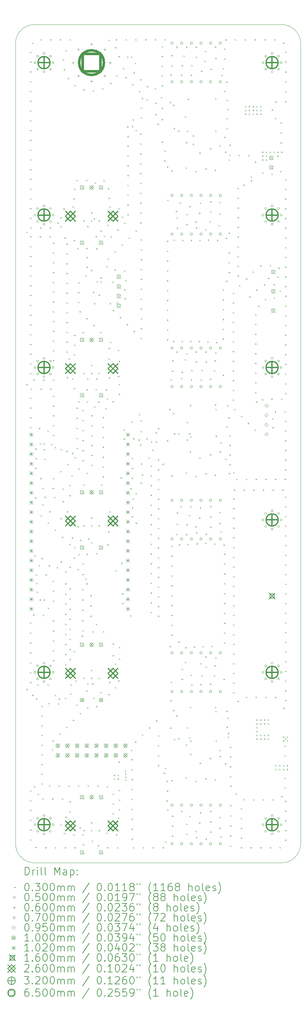
<source format=gbr>
%TF.GenerationSoftware,KiCad,Pcbnew,6.0.10+dfsg-1~bpo11+1*%
%TF.ProjectId,ui,75692e6b-6963-4616-945f-706362585858,rev?*%
%TF.SameCoordinates,Original*%
%TF.FileFunction,Drillmap*%
%TF.FilePolarity,Positive*%
%FSLAX45Y45*%
G04 Gerber Fmt 4.5, Leading zero omitted, Abs format (unit mm)*
%MOMM*%
%LPD*%
G01*
G04 APERTURE LIST*
%ADD10C,0.100000*%
%ADD11C,0.200000*%
%ADD12C,0.030000*%
%ADD13C,0.050000*%
%ADD14C,0.060000*%
%ADD15C,0.070000*%
%ADD16C,0.095000*%
%ADD17C,0.102000*%
%ADD18C,0.160000*%
%ADD19C,0.260000*%
%ADD20C,0.320000*%
%ADD21C,0.650000*%
G04 APERTURE END LIST*
D10*
X22000000Y-3000000D02*
X15500000Y-3000000D01*
X22000000Y-25000000D02*
G75*
G03*
X22500000Y-24500000I0J500000D01*
G01*
X15000000Y-3500000D02*
X15000000Y-24500000D01*
X15500000Y-3000000D02*
G75*
G03*
X15000000Y-3500000I0J-500000D01*
G01*
X22500000Y-3500000D02*
G75*
G03*
X22000000Y-3000000I-500000J0D01*
G01*
X22500000Y-24500000D02*
X22500000Y-3500000D01*
X15500000Y-25000000D02*
X22000000Y-25000000D01*
X15000000Y-24500000D02*
G75*
G03*
X15500000Y-25000000I500000J0D01*
G01*
D11*
D12*
X15285000Y-8435000D02*
X15315000Y-8465000D01*
X15315000Y-8435000D02*
X15285000Y-8465000D01*
X15285000Y-12435000D02*
X15315000Y-12465000D01*
X15315000Y-12435000D02*
X15285000Y-12465000D01*
X15285000Y-20435000D02*
X15315000Y-20465000D01*
X15315000Y-20435000D02*
X15285000Y-20465000D01*
X15380550Y-3714575D02*
X15410550Y-3744575D01*
X15410550Y-3714575D02*
X15380550Y-3744575D01*
X15380550Y-3970808D02*
X15410550Y-4000808D01*
X15410550Y-3970808D02*
X15380550Y-4000808D01*
X15380550Y-4227040D02*
X15410550Y-4257040D01*
X15410550Y-4227040D02*
X15380550Y-4257040D01*
X15380550Y-4483272D02*
X15410550Y-4513272D01*
X15410550Y-4483272D02*
X15380550Y-4513272D01*
X15380550Y-4739505D02*
X15410550Y-4769505D01*
X15410550Y-4739505D02*
X15380550Y-4769505D01*
X15380550Y-4995737D02*
X15410550Y-5025737D01*
X15410550Y-4995737D02*
X15380550Y-5025737D01*
X15380550Y-5251969D02*
X15410550Y-5281969D01*
X15410550Y-5251969D02*
X15380550Y-5281969D01*
X15380550Y-5508202D02*
X15410550Y-5538202D01*
X15410550Y-5508202D02*
X15380550Y-5538202D01*
X15380550Y-5764434D02*
X15410550Y-5794434D01*
X15410550Y-5764434D02*
X15380550Y-5794434D01*
X15380550Y-6020666D02*
X15410550Y-6050666D01*
X15410550Y-6020666D02*
X15380550Y-6050666D01*
X15380550Y-6276898D02*
X15410550Y-6306898D01*
X15410550Y-6276898D02*
X15380550Y-6306898D01*
X15380550Y-6533131D02*
X15410550Y-6563131D01*
X15410550Y-6533131D02*
X15380550Y-6563131D01*
X15380550Y-6789363D02*
X15410550Y-6819363D01*
X15410550Y-6789363D02*
X15380550Y-6819363D01*
X15380550Y-7045595D02*
X15410550Y-7075595D01*
X15410550Y-7045595D02*
X15380550Y-7075595D01*
X15380550Y-7301828D02*
X15410550Y-7331828D01*
X15410550Y-7301828D02*
X15380550Y-7331828D01*
X15380550Y-7558060D02*
X15410550Y-7588060D01*
X15410550Y-7558060D02*
X15380550Y-7588060D01*
X15380550Y-7814292D02*
X15410550Y-7844292D01*
X15410550Y-7814292D02*
X15380550Y-7844292D01*
X15380550Y-8070525D02*
X15410550Y-8100525D01*
X15410550Y-8070525D02*
X15380550Y-8100525D01*
X15380550Y-8553051D02*
X15410550Y-8583051D01*
X15410550Y-8553051D02*
X15380550Y-8583051D01*
X15380550Y-8809833D02*
X15410550Y-8839833D01*
X15410550Y-8809833D02*
X15380550Y-8839833D01*
X15380550Y-9066616D02*
X15410550Y-9096616D01*
X15410550Y-9066616D02*
X15380550Y-9096616D01*
X15380550Y-9323398D02*
X15410550Y-9353398D01*
X15410550Y-9323398D02*
X15380550Y-9353398D01*
X15380550Y-9580180D02*
X15410550Y-9610180D01*
X15410550Y-9580180D02*
X15380550Y-9610180D01*
X15380550Y-9836962D02*
X15410550Y-9866962D01*
X15410550Y-9836962D02*
X15380550Y-9866962D01*
X15380550Y-10093745D02*
X15410550Y-10123745D01*
X15410550Y-10093745D02*
X15380550Y-10123745D01*
X15380550Y-10350527D02*
X15410550Y-10380527D01*
X15410550Y-10350527D02*
X15380550Y-10380527D01*
X15380550Y-10607309D02*
X15410550Y-10637309D01*
X15410550Y-10607309D02*
X15380550Y-10637309D01*
X15380550Y-10864092D02*
X15410550Y-10894092D01*
X15410550Y-10864092D02*
X15380550Y-10894092D01*
X15380550Y-11120874D02*
X15410550Y-11150874D01*
X15410550Y-11120874D02*
X15380550Y-11150874D01*
X15380550Y-11377656D02*
X15410550Y-11407656D01*
X15410550Y-11377656D02*
X15380550Y-11407656D01*
X15380550Y-11634438D02*
X15410550Y-11664438D01*
X15410550Y-11634438D02*
X15380550Y-11664438D01*
X15380550Y-11891221D02*
X15410550Y-11921221D01*
X15410550Y-11891221D02*
X15380550Y-11921221D01*
X15380550Y-12148003D02*
X15410550Y-12178003D01*
X15410550Y-12148003D02*
X15380550Y-12178003D01*
X15380550Y-12790570D02*
X15410550Y-12820570D01*
X15410550Y-12790570D02*
X15380550Y-12820570D01*
X15380550Y-13046869D02*
X15410550Y-13076869D01*
X15410550Y-13046869D02*
X15380550Y-13076869D01*
X15380550Y-13303168D02*
X15410550Y-13333168D01*
X15410550Y-13303168D02*
X15380550Y-13333168D01*
X15380550Y-13559468D02*
X15410550Y-13589468D01*
X15410550Y-13559468D02*
X15380550Y-13589468D01*
X15380550Y-18690733D02*
X15410550Y-18720733D01*
X15410550Y-18690733D02*
X15380550Y-18720733D01*
X15380550Y-18951297D02*
X15410550Y-18981297D01*
X15410550Y-18951297D02*
X15380550Y-18981297D01*
X15380550Y-19211860D02*
X15410550Y-19241860D01*
X15410550Y-19211860D02*
X15380550Y-19241860D01*
X15380550Y-19472424D02*
X15410550Y-19502424D01*
X15410550Y-19472424D02*
X15380550Y-19502424D01*
X15380550Y-19732988D02*
X15410550Y-19762988D01*
X15410550Y-19732988D02*
X15380550Y-19762988D01*
X15380550Y-19993552D02*
X15410550Y-20023552D01*
X15410550Y-19993552D02*
X15380550Y-20023552D01*
X15380550Y-20254116D02*
X15410550Y-20284116D01*
X15410550Y-20254116D02*
X15380550Y-20284116D01*
X15380550Y-23091524D02*
X15410550Y-23121524D01*
X15410550Y-23091524D02*
X15380550Y-23121524D01*
X15380550Y-23349011D02*
X15410550Y-23379011D01*
X15410550Y-23349011D02*
X15380550Y-23379011D01*
X15380550Y-23606497D02*
X15410550Y-23636497D01*
X15410550Y-23606497D02*
X15380550Y-23636497D01*
X15380550Y-23863984D02*
X15410550Y-23893984D01*
X15410550Y-23863984D02*
X15380550Y-23893984D01*
X15380550Y-24121471D02*
X15410550Y-24151471D01*
X15410550Y-24121471D02*
X15380550Y-24151471D01*
X15380550Y-24378957D02*
X15410550Y-24408957D01*
X15410550Y-24378957D02*
X15380550Y-24408957D01*
X15390357Y-8316950D02*
X15420357Y-8346950D01*
X15420357Y-8316950D02*
X15390357Y-8346950D01*
X15399329Y-12553050D02*
X15429329Y-12583050D01*
X15429329Y-12553050D02*
X15399329Y-12583050D01*
X15430709Y-3474419D02*
X15460709Y-3504419D01*
X15460709Y-3474419D02*
X15430709Y-3504419D01*
X15435000Y-20585000D02*
X15465000Y-20615000D01*
X15465000Y-20585000D02*
X15435000Y-20615000D01*
X15462567Y-18478050D02*
X15492567Y-18508050D01*
X15492567Y-18478050D02*
X15462567Y-18508050D01*
X15468385Y-12316950D02*
X15498385Y-12346950D01*
X15498385Y-12316950D02*
X15468385Y-12346950D01*
X15485000Y-22985000D02*
X15515000Y-23015000D01*
X15515000Y-22985000D02*
X15485000Y-23015000D01*
X15500766Y-16930572D02*
X15530766Y-16960572D01*
X15530766Y-16930572D02*
X15500766Y-16960572D01*
X15511636Y-15404913D02*
X15541636Y-15434913D01*
X15541636Y-15404913D02*
X15511636Y-15434913D01*
X15517020Y-14122454D02*
X15547020Y-14152454D01*
X15547020Y-14122454D02*
X15517020Y-14152454D01*
X15517020Y-14630454D02*
X15547020Y-14660454D01*
X15547020Y-14630454D02*
X15517020Y-14660454D01*
X15522915Y-24578827D02*
X15552915Y-24608827D01*
X15552915Y-24578827D02*
X15522915Y-24608827D01*
X15525556Y-14376050D02*
X15555556Y-14406050D01*
X15555556Y-14376050D02*
X15525556Y-14406050D01*
X15528202Y-17424050D02*
X15558202Y-17454050D01*
X15558202Y-17424050D02*
X15528202Y-17454050D01*
X15535000Y-20685000D02*
X15565000Y-20715000D01*
X15565000Y-20685000D02*
X15535000Y-20715000D01*
X15540095Y-17647927D02*
X15570095Y-17677927D01*
X15570095Y-17647927D02*
X15540095Y-17677927D01*
X15552357Y-17877936D02*
X15582357Y-17907936D01*
X15582357Y-17877936D02*
X15552357Y-17907936D01*
X15578280Y-20316950D02*
X15608280Y-20346950D01*
X15608280Y-20316950D02*
X15578280Y-20346950D01*
X15585000Y-23185000D02*
X15615000Y-23215000D01*
X15615000Y-23185000D02*
X15585000Y-23215000D01*
X15604052Y-17187950D02*
X15634052Y-17217950D01*
X15634052Y-17187950D02*
X15604052Y-17217950D01*
X15612860Y-13585478D02*
X15642860Y-13615478D01*
X15642860Y-13585478D02*
X15612860Y-13615478D01*
X15635000Y-13985000D02*
X15665000Y-14015000D01*
X15665000Y-13985000D02*
X15635000Y-14015000D01*
X15635000Y-18085000D02*
X15665000Y-18115000D01*
X15665000Y-18085000D02*
X15635000Y-18115000D01*
X15637331Y-8553050D02*
X15667331Y-8583050D01*
X15667331Y-8553050D02*
X15637331Y-8583050D01*
X15646589Y-8316950D02*
X15676589Y-8346950D01*
X15676589Y-8316950D02*
X15646589Y-8346950D01*
X15651102Y-14901950D02*
X15681102Y-14931950D01*
X15681102Y-14901950D02*
X15651102Y-14931950D01*
X15652760Y-3380550D02*
X15682760Y-3410550D01*
X15682760Y-3380550D02*
X15652760Y-3410550D01*
X15655628Y-12553050D02*
X15685628Y-12583050D01*
X15685628Y-12553050D02*
X15655628Y-12583050D01*
X15659787Y-15879839D02*
X15689787Y-15909839D01*
X15689787Y-15879839D02*
X15659787Y-15909839D01*
X15682658Y-16998606D02*
X15712658Y-17028606D01*
X15712658Y-16998606D02*
X15682658Y-17028606D01*
X15683050Y-20879025D02*
X15713050Y-20909025D01*
X15713050Y-20879025D02*
X15683050Y-20909025D01*
X15683050Y-21133068D02*
X15713050Y-21163068D01*
X15713050Y-21133068D02*
X15683050Y-21163068D01*
X15683050Y-21387111D02*
X15713050Y-21417111D01*
X15713050Y-21387111D02*
X15683050Y-21417111D01*
X15683050Y-21641154D02*
X15713050Y-21671154D01*
X15713050Y-21641154D02*
X15683050Y-21671154D01*
X15683050Y-21895197D02*
X15713050Y-21925197D01*
X15713050Y-21895197D02*
X15683050Y-21925197D01*
X15683050Y-22149240D02*
X15713050Y-22179240D01*
X15713050Y-22149240D02*
X15683050Y-22179240D01*
X15683050Y-22403283D02*
X15713050Y-22433283D01*
X15713050Y-22403283D02*
X15683050Y-22433283D01*
X15683050Y-22657326D02*
X15713050Y-22687326D01*
X15713050Y-22657326D02*
X15683050Y-22687326D01*
X15683050Y-22911369D02*
X15713050Y-22941369D01*
X15713050Y-22911369D02*
X15683050Y-22941369D01*
X15700800Y-15583852D02*
X15730800Y-15613852D01*
X15730800Y-15583852D02*
X15700800Y-15613852D01*
X15704717Y-23303050D02*
X15734717Y-23333050D01*
X15734717Y-23303050D02*
X15704717Y-23333050D01*
X15708135Y-15155950D02*
X15738135Y-15185950D01*
X15738135Y-15155950D02*
X15708135Y-15185950D01*
X15721993Y-18486800D02*
X15751993Y-18516800D01*
X15751993Y-18486800D02*
X15721993Y-18516800D01*
X15725168Y-12316950D02*
X15755168Y-12346950D01*
X15755168Y-12316950D02*
X15725168Y-12346950D01*
X15735000Y-13985000D02*
X15765000Y-14015000D01*
X15765000Y-13985000D02*
X15735000Y-14015000D01*
X15735000Y-18085000D02*
X15765000Y-18115000D01*
X15765000Y-18085000D02*
X15735000Y-18115000D01*
X15747367Y-14139950D02*
X15777367Y-14169950D01*
X15777367Y-14139950D02*
X15747367Y-14169950D01*
X15759102Y-14393950D02*
X15789102Y-14423950D01*
X15789102Y-14393950D02*
X15759102Y-14423950D01*
X15760208Y-15392050D02*
X15790208Y-15422050D01*
X15790208Y-15392050D02*
X15760208Y-15422050D01*
X15778802Y-24589450D02*
X15808802Y-24619450D01*
X15808802Y-24589450D02*
X15778802Y-24619450D01*
X15788766Y-17424050D02*
X15818766Y-17454050D01*
X15818766Y-17424050D02*
X15788766Y-17454050D01*
X15836665Y-13645478D02*
X15866665Y-13675478D01*
X15866665Y-13645478D02*
X15836665Y-13675478D01*
X15838844Y-20316950D02*
X15868844Y-20346950D01*
X15868844Y-20316950D02*
X15838844Y-20346950D01*
X15846949Y-16067001D02*
X15876949Y-16097001D01*
X15876949Y-16067001D02*
X15846949Y-16097001D01*
X15850550Y-18304778D02*
X15880550Y-18334778D01*
X15880550Y-18304778D02*
X15850550Y-18334778D01*
X15861118Y-20803050D02*
X15891118Y-20833050D01*
X15891118Y-20803050D02*
X15861118Y-20833050D01*
X15872664Y-17188612D02*
X15902664Y-17218612D01*
X15902664Y-17188612D02*
X15872664Y-17218612D01*
X15881512Y-22966950D02*
X15911512Y-22996950D01*
X15911512Y-22966950D02*
X15881512Y-22996950D01*
X15886045Y-15769097D02*
X15916045Y-15799097D01*
X15916045Y-15769097D02*
X15886045Y-15799097D01*
X15894114Y-8553050D02*
X15924114Y-8583050D01*
X15924114Y-8553050D02*
X15894114Y-8583050D01*
X15902821Y-8316950D02*
X15932821Y-8346950D01*
X15932821Y-8316950D02*
X15902821Y-8346950D01*
X15908993Y-3380550D02*
X15938993Y-3410550D01*
X15938993Y-3380550D02*
X15908993Y-3410550D01*
X15911928Y-12553050D02*
X15941928Y-12583050D01*
X15941928Y-12553050D02*
X15911928Y-12583050D01*
X15939680Y-13999115D02*
X15969680Y-14029115D01*
X15969680Y-13999115D02*
X15939680Y-14029115D01*
X15952112Y-22014678D02*
X15982112Y-22044678D01*
X15982112Y-22014678D02*
X15952112Y-22044678D01*
X15962204Y-23303050D02*
X15992204Y-23333050D01*
X15992204Y-23303050D02*
X15962204Y-23333050D01*
X15971183Y-21782766D02*
X16001183Y-21812766D01*
X16001183Y-21782766D02*
X15971183Y-21812766D01*
X15971698Y-15155950D02*
X16001698Y-15185950D01*
X16001698Y-15155950D02*
X15971698Y-15185950D01*
X15978383Y-17595331D02*
X16008383Y-17625331D01*
X16008383Y-17595331D02*
X15978383Y-17625331D01*
X15981950Y-8721996D02*
X16011950Y-8751996D01*
X16011950Y-8721996D02*
X15981950Y-8751996D01*
X15981950Y-8978778D02*
X16011950Y-9008778D01*
X16011950Y-8978778D02*
X15981950Y-9008778D01*
X15981950Y-9235561D02*
X16011950Y-9265561D01*
X16011950Y-9235561D02*
X15981950Y-9265561D01*
X15981950Y-9492343D02*
X16011950Y-9522343D01*
X16011950Y-9492343D02*
X15981950Y-9522343D01*
X15981950Y-9749125D02*
X16011950Y-9779125D01*
X16011950Y-9749125D02*
X15981950Y-9779125D01*
X15981950Y-10005908D02*
X16011950Y-10035908D01*
X16011950Y-10005908D02*
X15981950Y-10035908D01*
X15981950Y-10262690D02*
X16011950Y-10292690D01*
X16011950Y-10262690D02*
X15981950Y-10292690D01*
X15981950Y-10519472D02*
X16011950Y-10549472D01*
X16011950Y-10519472D02*
X15981950Y-10549472D01*
X15981950Y-10776254D02*
X16011950Y-10806254D01*
X16011950Y-10776254D02*
X15981950Y-10806254D01*
X15981950Y-11033037D02*
X16011950Y-11063037D01*
X16011950Y-11033037D02*
X15981950Y-11063037D01*
X15981950Y-11289819D02*
X16011950Y-11319819D01*
X16011950Y-11289819D02*
X15981950Y-11319819D01*
X15981950Y-11546601D02*
X16011950Y-11576601D01*
X16011950Y-11546601D02*
X15981950Y-11576601D01*
X15981950Y-11803384D02*
X16011950Y-11833384D01*
X16011950Y-11803384D02*
X15981950Y-11833384D01*
X15981950Y-12316950D02*
X16011950Y-12346950D01*
X16011950Y-12316950D02*
X15981950Y-12346950D01*
X15981950Y-12739327D02*
X16011950Y-12769327D01*
X16011950Y-12739327D02*
X15981950Y-12769327D01*
X15981950Y-12995626D02*
X16011950Y-13025626D01*
X16011950Y-12995626D02*
X15981950Y-13025626D01*
X15981950Y-13251925D02*
X16011950Y-13281925D01*
X16011950Y-13251925D02*
X15981950Y-13281925D01*
X15981950Y-13508224D02*
X16011950Y-13538224D01*
X16011950Y-13508224D02*
X15981950Y-13538224D01*
X15981950Y-13764524D02*
X16011950Y-13794524D01*
X16011950Y-13764524D02*
X15981950Y-13794524D01*
X15981950Y-17854417D02*
X16011950Y-17884417D01*
X16011950Y-17854417D02*
X15981950Y-17884417D01*
X15981950Y-18114981D02*
X16011950Y-18144981D01*
X16011950Y-18114981D02*
X15981950Y-18144981D01*
X15981950Y-18636109D02*
X16011950Y-18666109D01*
X16011950Y-18636109D02*
X15981950Y-18666109D01*
X15981950Y-18896673D02*
X16011950Y-18926673D01*
X16011950Y-18896673D02*
X15981950Y-18926673D01*
X15981950Y-19157237D02*
X16011950Y-19187237D01*
X16011950Y-19157237D02*
X15981950Y-19187237D01*
X15981950Y-19417801D02*
X16011950Y-19447801D01*
X16011950Y-19417801D02*
X15981950Y-19447801D01*
X15981950Y-19678365D02*
X16011950Y-19708365D01*
X16011950Y-19678365D02*
X15981950Y-19708365D01*
X15986811Y-14900137D02*
X16016811Y-14930137D01*
X16016811Y-14900137D02*
X15986811Y-14930137D01*
X16022183Y-15392050D02*
X16052183Y-15422050D01*
X16052183Y-15392050D02*
X16022183Y-15422050D01*
X16034111Y-16254163D02*
X16064111Y-16284163D01*
X16064111Y-16254163D02*
X16034111Y-16284163D01*
X16035000Y-14085000D02*
X16065000Y-14115000D01*
X16065000Y-14085000D02*
X16035000Y-14115000D01*
X16035000Y-20585000D02*
X16065000Y-20615000D01*
X16065000Y-20585000D02*
X16035000Y-20615000D01*
X16036288Y-24589450D02*
X16066288Y-24619450D01*
X16066288Y-24589450D02*
X16036288Y-24619450D01*
X16085000Y-17235000D02*
X16115000Y-17265000D01*
X16115000Y-17235000D02*
X16085000Y-17265000D01*
X16098069Y-8190900D02*
X16128069Y-8220900D01*
X16128069Y-8190900D02*
X16098069Y-8220900D01*
X16113856Y-20811368D02*
X16143856Y-20841368D01*
X16143856Y-20811368D02*
X16113856Y-20841368D01*
X16135000Y-20685000D02*
X16165000Y-20715000D01*
X16165000Y-20685000D02*
X16135000Y-20715000D01*
X16135556Y-22966950D02*
X16165556Y-22996950D01*
X16165556Y-22966950D02*
X16135556Y-22996950D01*
X16149979Y-21603073D02*
X16179979Y-21633073D01*
X16179979Y-21603073D02*
X16149979Y-21633073D01*
X16165225Y-3380550D02*
X16195225Y-3410550D01*
X16195225Y-3380550D02*
X16165225Y-3410550D01*
X16172998Y-23986739D02*
X16202998Y-24016739D01*
X16202998Y-23986739D02*
X16172998Y-24016739D01*
X16173178Y-14713770D02*
X16203178Y-14743770D01*
X16203178Y-14713770D02*
X16173178Y-14743770D01*
X16175341Y-8051542D02*
X16205341Y-8081542D01*
X16205341Y-8051542D02*
X16175341Y-8081542D01*
X16179560Y-15948362D02*
X16209560Y-15978362D01*
X16209560Y-15948362D02*
X16179560Y-15978362D01*
X16185000Y-8285000D02*
X16215000Y-8315000D01*
X16215000Y-8285000D02*
X16185000Y-8315000D01*
X16185000Y-14135000D02*
X16215000Y-14165000D01*
X16215000Y-14135000D02*
X16185000Y-14165000D01*
X16185000Y-17085000D02*
X16215000Y-17115000D01*
X16215000Y-17085000D02*
X16185000Y-17115000D01*
X16219690Y-23303050D02*
X16249690Y-23333050D01*
X16249690Y-23303050D02*
X16219690Y-23333050D01*
X16221273Y-16441325D02*
X16251273Y-16471325D01*
X16251273Y-16441325D02*
X16221273Y-16471325D01*
X16232502Y-15170867D02*
X16262502Y-15200867D01*
X16262502Y-15170867D02*
X16232502Y-15200867D01*
X16237572Y-15504520D02*
X16267572Y-15534520D01*
X16267572Y-15504520D02*
X16237572Y-15534520D01*
X16245029Y-3916775D02*
X16275029Y-3946775D01*
X16275029Y-3916775D02*
X16245029Y-3946775D01*
X16257158Y-7820375D02*
X16287158Y-7850375D01*
X16287158Y-7820375D02*
X16257158Y-7850375D01*
X16265384Y-4170840D02*
X16295384Y-4200840D01*
X16295384Y-4170840D02*
X16265384Y-4200840D01*
X16272407Y-24212090D02*
X16302407Y-24242090D01*
X16302407Y-24212090D02*
X16272407Y-24242090D01*
X16285000Y-8585000D02*
X16315000Y-8615000D01*
X16315000Y-8585000D02*
X16285000Y-8615000D01*
X16293775Y-24589450D02*
X16323775Y-24619450D01*
X16323775Y-24589450D02*
X16293775Y-24619450D01*
X16298867Y-20667995D02*
X16328867Y-20697995D01*
X16328867Y-20667995D02*
X16298867Y-20697995D01*
X16303050Y-17343490D02*
X16333050Y-17373490D01*
X16333050Y-17343490D02*
X16303050Y-17373490D01*
X16303050Y-17662367D02*
X16333050Y-17692367D01*
X16333050Y-17662367D02*
X16303050Y-17692367D01*
X16303050Y-17927381D02*
X16333050Y-17957381D01*
X16333050Y-17927381D02*
X16303050Y-17957381D01*
X16303050Y-18192396D02*
X16333050Y-18222396D01*
X16333050Y-18192396D02*
X16303050Y-18222396D01*
X16303050Y-18457410D02*
X16333050Y-18487410D01*
X16333050Y-18457410D02*
X16303050Y-18487410D01*
X16303050Y-18722424D02*
X16333050Y-18752424D01*
X16333050Y-18722424D02*
X16303050Y-18752424D01*
X16303050Y-18987439D02*
X16333050Y-19017439D01*
X16333050Y-18987439D02*
X16303050Y-19017439D01*
X16303050Y-19252453D02*
X16333050Y-19282453D01*
X16333050Y-19252453D02*
X16303050Y-19282453D01*
X16303050Y-19517467D02*
X16333050Y-19547467D01*
X16333050Y-19517467D02*
X16303050Y-19547467D01*
X16303050Y-19782482D02*
X16333050Y-19812482D01*
X16333050Y-19782482D02*
X16303050Y-19812482D01*
X16311244Y-3670584D02*
X16341244Y-3700584D01*
X16341244Y-3670584D02*
X16311244Y-3700584D01*
X16312041Y-23783511D02*
X16342041Y-23813511D01*
X16342041Y-23783511D02*
X16312041Y-23813511D01*
X16329615Y-21423437D02*
X16359615Y-21453437D01*
X16359615Y-21423437D02*
X16329615Y-21453437D01*
X16335000Y-14185000D02*
X16365000Y-14215000D01*
X16365000Y-14185000D02*
X16335000Y-14215000D01*
X16338050Y-8746486D02*
X16368050Y-8776486D01*
X16368050Y-8746486D02*
X16338050Y-8776486D01*
X16338050Y-9003784D02*
X16368050Y-9033784D01*
X16368050Y-9003784D02*
X16338050Y-9033784D01*
X16338050Y-9261082D02*
X16368050Y-9291082D01*
X16368050Y-9261082D02*
X16338050Y-9291082D01*
X16338050Y-9518381D02*
X16368050Y-9548381D01*
X16368050Y-9518381D02*
X16338050Y-9548381D01*
X16338050Y-9775679D02*
X16368050Y-9805679D01*
X16368050Y-9775679D02*
X16338050Y-9805679D01*
X16338050Y-10032978D02*
X16368050Y-10062978D01*
X16368050Y-10032978D02*
X16338050Y-10062978D01*
X16338050Y-10290276D02*
X16368050Y-10320276D01*
X16368050Y-10290276D02*
X16338050Y-10320276D01*
X16338050Y-10547574D02*
X16368050Y-10577574D01*
X16368050Y-10547574D02*
X16338050Y-10577574D01*
X16338050Y-10804873D02*
X16368050Y-10834873D01*
X16368050Y-10804873D02*
X16338050Y-10834873D01*
X16338050Y-11062171D02*
X16368050Y-11092171D01*
X16368050Y-11062171D02*
X16338050Y-11092171D01*
X16338050Y-11319470D02*
X16368050Y-11349470D01*
X16368050Y-11319470D02*
X16338050Y-11349470D01*
X16338050Y-11576768D02*
X16368050Y-11606768D01*
X16368050Y-11576768D02*
X16338050Y-11606768D01*
X16340376Y-12248979D02*
X16370376Y-12278979D01*
X16370376Y-12248979D02*
X16340376Y-12278979D01*
X16352331Y-15767308D02*
X16382331Y-15797308D01*
X16382331Y-15767308D02*
X16352331Y-15797308D01*
X16359545Y-14527403D02*
X16389545Y-14557403D01*
X16389545Y-14527403D02*
X16359545Y-14557403D01*
X16370457Y-4403104D02*
X16400457Y-4433104D01*
X16400457Y-4403104D02*
X16370457Y-4433104D01*
X16389599Y-22966950D02*
X16419599Y-22996950D01*
X16419599Y-22966950D02*
X16389599Y-22996950D01*
X16397919Y-11758047D02*
X16427919Y-11788047D01*
X16427919Y-11758047D02*
X16397919Y-11788047D01*
X16408435Y-16628487D02*
X16438435Y-16658487D01*
X16438435Y-16628487D02*
X16408435Y-16658487D01*
X16416950Y-15080942D02*
X16446950Y-15110942D01*
X16446950Y-15080942D02*
X16416950Y-15110942D01*
X16416950Y-15344505D02*
X16446950Y-15374505D01*
X16446950Y-15344505D02*
X16416950Y-15374505D01*
X16416950Y-17224898D02*
X16446950Y-17254898D01*
X16446950Y-17224898D02*
X16416950Y-17254898D01*
X16416950Y-17794847D02*
X16446950Y-17824847D01*
X16446950Y-17794847D02*
X16416950Y-17824847D01*
X16416950Y-18059862D02*
X16446950Y-18089862D01*
X16446950Y-18059862D02*
X16416950Y-18089862D01*
X16416950Y-18324876D02*
X16446950Y-18354876D01*
X16446950Y-18324876D02*
X16416950Y-18354876D01*
X16416950Y-18589890D02*
X16446950Y-18619890D01*
X16446950Y-18589890D02*
X16416950Y-18619890D01*
X16416950Y-18854904D02*
X16446950Y-18884904D01*
X16446950Y-18854904D02*
X16416950Y-18884904D01*
X16416950Y-19119919D02*
X16446950Y-19149919D01*
X16446950Y-19119919D02*
X16416950Y-19149919D01*
X16416950Y-19384934D02*
X16446950Y-19414934D01*
X16446950Y-19384934D02*
X16416950Y-19414934D01*
X16416950Y-19647139D02*
X16446950Y-19677139D01*
X16446950Y-19647139D02*
X16416950Y-19677139D01*
X16416950Y-23381347D02*
X16446950Y-23411347D01*
X16446950Y-23381347D02*
X16416950Y-23411347D01*
X16416950Y-23638834D02*
X16446950Y-23668834D01*
X16446950Y-23638834D02*
X16416950Y-23668834D01*
X16421457Y-3380550D02*
X16451457Y-3410550D01*
X16451457Y-3380550D02*
X16421457Y-3410550D01*
X16441648Y-20553050D02*
X16471648Y-20583050D01*
X16471648Y-20553050D02*
X16441648Y-20583050D01*
X16447319Y-20316950D02*
X16477319Y-20346950D01*
X16477319Y-20316950D02*
X16447319Y-20346950D01*
X16468786Y-14834266D02*
X16498786Y-14864266D01*
X16498786Y-14834266D02*
X16468786Y-14864266D01*
X16478021Y-16453050D02*
X16508021Y-16483050D01*
X16508021Y-16453050D02*
X16478021Y-16483050D01*
X16485000Y-12285000D02*
X16515000Y-12315000D01*
X16515000Y-12285000D02*
X16485000Y-12315000D01*
X16485000Y-14235000D02*
X16515000Y-14265000D01*
X16515000Y-14235000D02*
X16485000Y-14265000D01*
X16496655Y-7766840D02*
X16526655Y-7796840D01*
X16526655Y-7766840D02*
X16496655Y-7796840D01*
X16509251Y-21243801D02*
X16539251Y-21273801D01*
X16539251Y-21243801D02*
X16509251Y-21273801D01*
X16516530Y-24246467D02*
X16546530Y-24276467D01*
X16546530Y-24246467D02*
X16516530Y-24276467D01*
X16521950Y-7554818D02*
X16551950Y-7584818D01*
X16551950Y-7554818D02*
X16521950Y-7584818D01*
X16531251Y-8653050D02*
X16561251Y-8683050D01*
X16561251Y-8653050D02*
X16531251Y-8683050D01*
X16533888Y-11647519D02*
X16563888Y-11677519D01*
X16563888Y-11647519D02*
X16533888Y-11677519D01*
X16535000Y-12535000D02*
X16565000Y-12565000D01*
X16565000Y-12535000D02*
X16535000Y-12565000D01*
X16535000Y-16985000D02*
X16565000Y-17015000D01*
X16565000Y-16985000D02*
X16535000Y-17015000D01*
X16535000Y-19435000D02*
X16565000Y-19465000D01*
X16565000Y-19435000D02*
X16535000Y-19465000D01*
X16540126Y-7302802D02*
X16570126Y-7332802D01*
X16570126Y-7302802D02*
X16540126Y-7332802D01*
X16541668Y-16710801D02*
X16571668Y-16740801D01*
X16571668Y-16710801D02*
X16541668Y-16740801D01*
X16541950Y-11400329D02*
X16571950Y-11430329D01*
X16571950Y-11400329D02*
X16541950Y-11430329D01*
X16543185Y-11143939D02*
X16573185Y-11173939D01*
X16573185Y-11143939D02*
X16543185Y-11173939D01*
X16547988Y-4585998D02*
X16577988Y-4615998D01*
X16577988Y-4585998D02*
X16547988Y-4615998D01*
X16549271Y-14345767D02*
X16579271Y-14375767D01*
X16579271Y-14345767D02*
X16549271Y-14375767D01*
X16551261Y-24589450D02*
X16581261Y-24619450D01*
X16581261Y-24589450D02*
X16551261Y-24619450D01*
X16578870Y-20211540D02*
X16608870Y-20241540D01*
X16608870Y-20211540D02*
X16578870Y-20241540D01*
X16592791Y-20840690D02*
X16622791Y-20870690D01*
X16622791Y-20840690D02*
X16592791Y-20870690D01*
X16601626Y-7072722D02*
X16631626Y-7102722D01*
X16631626Y-7072722D02*
X16601626Y-7102722D01*
X16603050Y-13052781D02*
X16633050Y-13082781D01*
X16633050Y-13052781D02*
X16603050Y-13082781D01*
X16603050Y-13316344D02*
X16633050Y-13346344D01*
X16633050Y-13316344D02*
X16603050Y-13346344D01*
X16603050Y-13579907D02*
X16633050Y-13609907D01*
X16633050Y-13579907D02*
X16603050Y-13609907D01*
X16603050Y-13843470D02*
X16633050Y-13873470D01*
X16633050Y-13843470D02*
X16603050Y-13873470D01*
X16603050Y-14107033D02*
X16633050Y-14137033D01*
X16633050Y-14107033D02*
X16603050Y-14137033D01*
X16619711Y-8865205D02*
X16649711Y-8895205D01*
X16649711Y-8865205D02*
X16619711Y-8895205D01*
X16627433Y-16162460D02*
X16657433Y-16192460D01*
X16657433Y-16162460D02*
X16627433Y-16192460D01*
X16635000Y-17285000D02*
X16665000Y-17315000D01*
X16665000Y-17285000D02*
X16635000Y-17315000D01*
X16641950Y-10018280D02*
X16671950Y-10048280D01*
X16671950Y-10018280D02*
X16641950Y-10048280D01*
X16641950Y-10275578D02*
X16671950Y-10305578D01*
X16671950Y-10275578D02*
X16641950Y-10305578D01*
X16643642Y-22966950D02*
X16673642Y-22996950D01*
X16673642Y-22966950D02*
X16643642Y-22996950D01*
X16650633Y-16895658D02*
X16680633Y-16925658D01*
X16680633Y-16895658D02*
X16650633Y-16925658D01*
X16654431Y-12885888D02*
X16684431Y-12915888D01*
X16684431Y-12885888D02*
X16654431Y-12915888D01*
X16654466Y-9763198D02*
X16684466Y-9793198D01*
X16684466Y-9763198D02*
X16654466Y-9793198D01*
X16655153Y-14647898D02*
X16685153Y-14677898D01*
X16685153Y-14647898D02*
X16655153Y-14677898D01*
X16678992Y-24067547D02*
X16708992Y-24097547D01*
X16708992Y-24067547D02*
X16678992Y-24097547D01*
X16679767Y-10521835D02*
X16709767Y-10551835D01*
X16709767Y-10521835D02*
X16679767Y-10551835D01*
X16688886Y-21064166D02*
X16718886Y-21094166D01*
X16718886Y-21064166D02*
X16688886Y-21094166D01*
X16695375Y-16520759D02*
X16725375Y-16550759D01*
X16725375Y-16520759D02*
X16695375Y-16550759D01*
X16735000Y-19035000D02*
X16765000Y-19065000D01*
X16765000Y-19035000D02*
X16735000Y-19065000D01*
X16753050Y-17811989D02*
X16783050Y-17841989D01*
X16783050Y-17811989D02*
X16753050Y-17841989D01*
X16753050Y-18083393D02*
X16783050Y-18113393D01*
X16783050Y-18083393D02*
X16753050Y-18113393D01*
X16753050Y-18354797D02*
X16783050Y-18384797D01*
X16783050Y-18354797D02*
X16753050Y-18384797D01*
X16753050Y-18626201D02*
X16783050Y-18656201D01*
X16783050Y-18626201D02*
X16753050Y-18656201D01*
X16759830Y-17416950D02*
X16789830Y-17446950D01*
X16789830Y-17416950D02*
X16759830Y-17446950D01*
X16761184Y-18894236D02*
X16791184Y-18924236D01*
X16791184Y-18894236D02*
X16761184Y-18924236D01*
X16761598Y-11066950D02*
X16791598Y-11096950D01*
X16791598Y-11066950D02*
X16761598Y-11096950D01*
X16761950Y-13110757D02*
X16791950Y-13140757D01*
X16791950Y-13110757D02*
X16761950Y-13140757D01*
X16761950Y-13374320D02*
X16791950Y-13404320D01*
X16791950Y-13374320D02*
X16761950Y-13404320D01*
X16761950Y-13637883D02*
X16791950Y-13667883D01*
X16791950Y-13637883D02*
X16761950Y-13667883D01*
X16761950Y-13901446D02*
X16791950Y-13931446D01*
X16791950Y-13901446D02*
X16761950Y-13931446D01*
X16761950Y-14165009D02*
X16791950Y-14195009D01*
X16791950Y-14165009D02*
X16761950Y-14195009D01*
X16761950Y-14428572D02*
X16791950Y-14458572D01*
X16791950Y-14428572D02*
X16761950Y-14458572D01*
X16766950Y-17136667D02*
X16796950Y-17166667D01*
X16796950Y-17136667D02*
X16766950Y-17166667D01*
X16766950Y-24249635D02*
X16796950Y-24279635D01*
X16796950Y-24249635D02*
X16766950Y-24279635D01*
X16768462Y-24507005D02*
X16798462Y-24537005D01*
X16798462Y-24507005D02*
X16768462Y-24537005D01*
X16776634Y-4698764D02*
X16806634Y-4728764D01*
X16806634Y-4698764D02*
X16776634Y-4728764D01*
X16778377Y-15066950D02*
X16808377Y-15096950D01*
X16808377Y-15066950D02*
X16778377Y-15096950D01*
X16785000Y-8138750D02*
X16815000Y-8168750D01*
X16815000Y-8138750D02*
X16785000Y-8168750D01*
X16785000Y-12138750D02*
X16815000Y-12168750D01*
X16815000Y-12138750D02*
X16785000Y-12168750D01*
X16785000Y-16138750D02*
X16815000Y-16168750D01*
X16815000Y-16138750D02*
X16785000Y-16168750D01*
X16785000Y-20138750D02*
X16815000Y-20168750D01*
X16815000Y-20138750D02*
X16785000Y-20168750D01*
X16785000Y-24138750D02*
X16815000Y-24168750D01*
X16815000Y-24138750D02*
X16785000Y-24168750D01*
X16831859Y-9577762D02*
X16861859Y-9607762D01*
X16861859Y-9577762D02*
X16831859Y-9607762D01*
X16835000Y-17535000D02*
X16865000Y-17565000D01*
X16865000Y-17535000D02*
X16835000Y-17565000D01*
X16856937Y-7069042D02*
X16886937Y-7099042D01*
X16886937Y-7069042D02*
X16856937Y-7099042D01*
X16858413Y-8859079D02*
X16888413Y-8889079D01*
X16888413Y-8859079D02*
X16858413Y-8889079D01*
X16860334Y-20476614D02*
X16890334Y-20506614D01*
X16890334Y-20476614D02*
X16860334Y-20506614D01*
X16861762Y-10703710D02*
X16891762Y-10733710D01*
X16891762Y-10703710D02*
X16861762Y-10733710D01*
X16863853Y-17660269D02*
X16893853Y-17690269D01*
X16893853Y-17660269D02*
X16863853Y-17690269D01*
X16866950Y-9096635D02*
X16896950Y-9126635D01*
X16896950Y-9096635D02*
X16866950Y-9126635D01*
X16866950Y-9353933D02*
X16896950Y-9383933D01*
X16896950Y-9353933D02*
X16866950Y-9383933D01*
X16866950Y-12568436D02*
X16896950Y-12598436D01*
X16896950Y-12568436D02*
X16866950Y-12598436D01*
X16866950Y-12886102D02*
X16896950Y-12916102D01*
X16896950Y-12886102D02*
X16866950Y-12916102D01*
X16866950Y-16886102D02*
X16896950Y-16916102D01*
X16896950Y-16886102D02*
X16866950Y-16916102D01*
X16873370Y-14763578D02*
X16903370Y-14793578D01*
X16903370Y-14763578D02*
X16873370Y-14793578D01*
X16881395Y-20916950D02*
X16911395Y-20946950D01*
X16911395Y-20916950D02*
X16881395Y-20946950D01*
X16885000Y-8285000D02*
X16915000Y-8315000D01*
X16915000Y-8285000D02*
X16885000Y-8315000D01*
X16885000Y-12285000D02*
X16915000Y-12315000D01*
X16915000Y-12285000D02*
X16885000Y-12315000D01*
X16885000Y-20285000D02*
X16915000Y-20315000D01*
X16915000Y-20285000D02*
X16885000Y-20315000D01*
X16897685Y-22966950D02*
X16927685Y-22996950D01*
X16927685Y-22966950D02*
X16897685Y-22996950D01*
X16903456Y-16485625D02*
X16933456Y-16515625D01*
X16933456Y-16485625D02*
X16903456Y-16515625D01*
X16966950Y-17971285D02*
X16996950Y-18001285D01*
X16996950Y-17971285D02*
X16966950Y-18001285D01*
X16966950Y-18242689D02*
X16996950Y-18272689D01*
X16996950Y-18242689D02*
X16966950Y-18272689D01*
X16966950Y-18514093D02*
X16996950Y-18544093D01*
X16996950Y-18514093D02*
X16966950Y-18544093D01*
X16985000Y-7931250D02*
X17015000Y-7961250D01*
X17015000Y-7931250D02*
X16985000Y-7961250D01*
X16985000Y-8138750D02*
X17015000Y-8168750D01*
X17015000Y-8138750D02*
X16985000Y-8168750D01*
X16985000Y-9435000D02*
X17015000Y-9465000D01*
X17015000Y-9435000D02*
X16985000Y-9465000D01*
X16985000Y-11931250D02*
X17015000Y-11961250D01*
X17015000Y-11931250D02*
X16985000Y-11961250D01*
X16985000Y-12138750D02*
X17015000Y-12168750D01*
X17015000Y-12138750D02*
X16985000Y-12168750D01*
X16985000Y-15931250D02*
X17015000Y-15961250D01*
X17015000Y-15931250D02*
X16985000Y-15961250D01*
X16985000Y-16138750D02*
X17015000Y-16168750D01*
X17015000Y-16138750D02*
X16985000Y-16168750D01*
X16985000Y-16585000D02*
X17015000Y-16615000D01*
X17015000Y-16585000D02*
X16985000Y-16615000D01*
X16985000Y-19931250D02*
X17015000Y-19961250D01*
X17015000Y-19931250D02*
X16985000Y-19961250D01*
X16985000Y-20138750D02*
X17015000Y-20168750D01*
X17015000Y-20138750D02*
X16985000Y-20168750D01*
X16985000Y-23931250D02*
X17015000Y-23961250D01*
X17015000Y-23931250D02*
X16985000Y-23961250D01*
X16985000Y-24138750D02*
X17015000Y-24168750D01*
X17015000Y-24138750D02*
X16985000Y-24168750D01*
X16998050Y-13250762D02*
X17028050Y-13280762D01*
X17028050Y-13250762D02*
X16998050Y-13280762D01*
X16998050Y-13510741D02*
X17028050Y-13540741D01*
X17028050Y-13510741D02*
X16998050Y-13540741D01*
X16998050Y-13770720D02*
X17028050Y-13800720D01*
X17028050Y-13770720D02*
X16998050Y-13800720D01*
X16998050Y-14030700D02*
X17028050Y-14060700D01*
X17028050Y-14030700D02*
X16998050Y-14060700D01*
X16998050Y-14290679D02*
X17028050Y-14320679D01*
X17028050Y-14290679D02*
X16998050Y-14320679D01*
X16998050Y-14550658D02*
X17028050Y-14580658D01*
X17028050Y-14550658D02*
X16998050Y-14580658D01*
X17003050Y-24410922D02*
X17033050Y-24440922D01*
X17033050Y-24410922D02*
X17003050Y-24440922D01*
X17013501Y-20286176D02*
X17043501Y-20316176D01*
X17043501Y-20286176D02*
X17013501Y-20316176D01*
X17023355Y-18916950D02*
X17053355Y-18946950D01*
X17053355Y-18916950D02*
X17023355Y-18946950D01*
X17030039Y-4726725D02*
X17060039Y-4756725D01*
X17060039Y-4726725D02*
X17030039Y-4756725D01*
X17035000Y-10010000D02*
X17065000Y-10040000D01*
X17065000Y-10010000D02*
X17035000Y-10040000D01*
X17043699Y-10885647D02*
X17073699Y-10915647D01*
X17073699Y-10885647D02*
X17043699Y-10915647D01*
X17047611Y-20663286D02*
X17077611Y-20693286D01*
X17077611Y-20663286D02*
X17047611Y-20693286D01*
X17055087Y-8081369D02*
X17085087Y-8111369D01*
X17085087Y-8081369D02*
X17055087Y-8111369D01*
X17060000Y-10310000D02*
X17090000Y-10340000D01*
X17090000Y-10310000D02*
X17060000Y-10340000D01*
X17067490Y-13019606D02*
X17097490Y-13049606D01*
X17097490Y-13019606D02*
X17067490Y-13049606D01*
X17082136Y-7141502D02*
X17112136Y-7171502D01*
X17112136Y-7141502D02*
X17082136Y-7171502D01*
X17103050Y-8547931D02*
X17133050Y-8577931D01*
X17133050Y-8547931D02*
X17103050Y-8577931D01*
X17110448Y-12562100D02*
X17140448Y-12592100D01*
X17140448Y-12562100D02*
X17110448Y-12592100D01*
X17112743Y-18729691D02*
X17142743Y-18759691D01*
X17142743Y-18729691D02*
X17112743Y-18759691D01*
X17120975Y-20882077D02*
X17150975Y-20912077D01*
X17150975Y-20882077D02*
X17120975Y-20912077D01*
X17122151Y-8867230D02*
X17152151Y-8897230D01*
X17152151Y-8867230D02*
X17122151Y-8897230D01*
X17122151Y-16867230D02*
X17152151Y-16897230D01*
X17152151Y-16867230D02*
X17122151Y-16897230D01*
X17122831Y-12280221D02*
X17152831Y-12310221D01*
X17152831Y-12280221D02*
X17122831Y-12310221D01*
X17135000Y-9735000D02*
X17165000Y-9765000D01*
X17165000Y-9735000D02*
X17135000Y-9765000D01*
X17151728Y-22966950D02*
X17181728Y-22996950D01*
X17181728Y-22966950D02*
X17151728Y-22996950D01*
X17162648Y-24530540D02*
X17192648Y-24560540D01*
X17192648Y-24530540D02*
X17162648Y-24560540D01*
X17172654Y-12892847D02*
X17202654Y-12922847D01*
X17202654Y-12892847D02*
X17172654Y-12922847D01*
X17185000Y-8138750D02*
X17215000Y-8168750D01*
X17215000Y-8138750D02*
X17185000Y-8168750D01*
X17185000Y-10085000D02*
X17215000Y-10115000D01*
X17215000Y-10085000D02*
X17185000Y-10115000D01*
X17185000Y-12138750D02*
X17215000Y-12168750D01*
X17215000Y-12138750D02*
X17185000Y-12168750D01*
X17185000Y-16138750D02*
X17215000Y-16168750D01*
X17215000Y-16138750D02*
X17185000Y-16168750D01*
X17185000Y-20138750D02*
X17215000Y-20168750D01*
X17215000Y-20138750D02*
X17185000Y-20168750D01*
X17185000Y-24138750D02*
X17215000Y-24168750D01*
X17215000Y-24138750D02*
X17185000Y-24168750D01*
X17223751Y-11066791D02*
X17253751Y-11096791D01*
X17253751Y-11066791D02*
X17223751Y-11096791D01*
X17232455Y-8403188D02*
X17262455Y-8433188D01*
X17262455Y-8403188D02*
X17232455Y-8433188D01*
X17232508Y-20516898D02*
X17262508Y-20546898D01*
X17262508Y-20516898D02*
X17232508Y-20546898D01*
X17235000Y-9635000D02*
X17265000Y-9665000D01*
X17265000Y-9635000D02*
X17235000Y-9665000D01*
X17235000Y-9735000D02*
X17265000Y-9765000D01*
X17265000Y-9735000D02*
X17235000Y-9765000D01*
X17251080Y-15067134D02*
X17281080Y-15097134D01*
X17281080Y-15067134D02*
X17251080Y-15097134D01*
X17278078Y-4668049D02*
X17308078Y-4698049D01*
X17308078Y-4668049D02*
X17278078Y-4698049D01*
X17291950Y-13297292D02*
X17321950Y-13327292D01*
X17321950Y-13297292D02*
X17291950Y-13327292D01*
X17291950Y-13557272D02*
X17321950Y-13587272D01*
X17321950Y-13557272D02*
X17291950Y-13587272D01*
X17291950Y-13817251D02*
X17321950Y-13847251D01*
X17321950Y-13817251D02*
X17291950Y-13847251D01*
X17291950Y-14077230D02*
X17321950Y-14107230D01*
X17321950Y-14077230D02*
X17291950Y-14107230D01*
X17291950Y-14337210D02*
X17321950Y-14367210D01*
X17321950Y-14337210D02*
X17291950Y-14367210D01*
X17291950Y-14597189D02*
X17321950Y-14627189D01*
X17321950Y-14597189D02*
X17291950Y-14627189D01*
X17291950Y-14857168D02*
X17321950Y-14887168D01*
X17321950Y-14857168D02*
X17291950Y-14887168D01*
X17294703Y-18916950D02*
X17324703Y-18946950D01*
X17324703Y-18916950D02*
X17294703Y-18946950D01*
X17312765Y-7082780D02*
X17342765Y-7112780D01*
X17342765Y-7082780D02*
X17312765Y-7112780D01*
X17321932Y-8537469D02*
X17351932Y-8567469D01*
X17351932Y-8537469D02*
X17321932Y-8567469D01*
X17365046Y-13063006D02*
X17395046Y-13093006D01*
X17395046Y-13063006D02*
X17365046Y-13093006D01*
X17371179Y-12572803D02*
X17401179Y-12602803D01*
X17401179Y-12572803D02*
X17371179Y-12602803D01*
X17385060Y-24206109D02*
X17415060Y-24236109D01*
X17415060Y-24206109D02*
X17385060Y-24236109D01*
X17396650Y-9333729D02*
X17426650Y-9363729D01*
X17426650Y-9333729D02*
X17396650Y-9363729D01*
X17399442Y-12811992D02*
X17429442Y-12841992D01*
X17429442Y-12811992D02*
X17399442Y-12841992D01*
X17401565Y-22986881D02*
X17431565Y-23016881D01*
X17431565Y-22986881D02*
X17401565Y-23016881D01*
X17405486Y-24589450D02*
X17435486Y-24619450D01*
X17435486Y-24589450D02*
X17405486Y-24619450D01*
X17414466Y-16638586D02*
X17444466Y-16668586D01*
X17444466Y-16638586D02*
X17414466Y-16668586D01*
X17417613Y-8245337D02*
X17447613Y-8275337D01*
X17447613Y-8245337D02*
X17417613Y-8275337D01*
X17426159Y-9135789D02*
X17456159Y-9165789D01*
X17456159Y-9135789D02*
X17426159Y-9165789D01*
X17427443Y-7292190D02*
X17457443Y-7322190D01*
X17457443Y-7292190D02*
X17427443Y-7322190D01*
X17432943Y-16301884D02*
X17462943Y-16331884D01*
X17462943Y-16301884D02*
X17432943Y-16331884D01*
X17438588Y-20564464D02*
X17468588Y-20594464D01*
X17468588Y-20564464D02*
X17438588Y-20594464D01*
X17445686Y-3401373D02*
X17475686Y-3431373D01*
X17475686Y-3401373D02*
X17445686Y-3431373D01*
X17446790Y-11479721D02*
X17476790Y-11509721D01*
X17476790Y-11479721D02*
X17446790Y-11509721D01*
X17448050Y-7543883D02*
X17478050Y-7573883D01*
X17478050Y-7543883D02*
X17448050Y-7573883D01*
X17448050Y-11766626D02*
X17478050Y-11796626D01*
X17478050Y-11766626D02*
X17448050Y-11796626D01*
X17451884Y-12254453D02*
X17481884Y-12284453D01*
X17481884Y-12254453D02*
X17451884Y-12284453D01*
X17458033Y-20247987D02*
X17488033Y-20277987D01*
X17488033Y-20247987D02*
X17458033Y-20277987D01*
X17463502Y-7770409D02*
X17493502Y-7800409D01*
X17493502Y-7770409D02*
X17463502Y-7800409D01*
X17472331Y-15767308D02*
X17502331Y-15797308D01*
X17502331Y-15767308D02*
X17472331Y-15797308D01*
X17477717Y-10308716D02*
X17507717Y-10338716D01*
X17507717Y-10308716D02*
X17477717Y-10338716D01*
X17485313Y-11327260D02*
X17515313Y-11357260D01*
X17515313Y-11327260D02*
X17485313Y-11357260D01*
X17491624Y-4528818D02*
X17521624Y-4558818D01*
X17521624Y-4528818D02*
X17491624Y-4558818D01*
X17496469Y-8556583D02*
X17526469Y-8586583D01*
X17526469Y-8556583D02*
X17496469Y-8586583D01*
X17539267Y-9739777D02*
X17569267Y-9769777D01*
X17569267Y-9739777D02*
X17539267Y-9769777D01*
X17548879Y-12879173D02*
X17578879Y-12909173D01*
X17578879Y-12879173D02*
X17548879Y-12909173D01*
X17553050Y-19241276D02*
X17583050Y-19271276D01*
X17583050Y-19241276D02*
X17553050Y-19271276D01*
X17553050Y-19545517D02*
X17583050Y-19575517D01*
X17583050Y-19545517D02*
X17553050Y-19575517D01*
X17553050Y-23181988D02*
X17583050Y-23211988D01*
X17583050Y-23181988D02*
X17553050Y-23211988D01*
X17553050Y-23436013D02*
X17583050Y-23466013D01*
X17583050Y-23436013D02*
X17553050Y-23466013D01*
X17553452Y-23690027D02*
X17583452Y-23720027D01*
X17583452Y-23690027D02*
X17553452Y-23720027D01*
X17559072Y-10492124D02*
X17589072Y-10522124D01*
X17589072Y-10492124D02*
X17559072Y-10522124D01*
X17585000Y-22685000D02*
X17615000Y-22715000D01*
X17615000Y-22685000D02*
X17585000Y-22715000D01*
X17585000Y-22785000D02*
X17615000Y-22815000D01*
X17615000Y-22785000D02*
X17585000Y-22815000D01*
X17603508Y-9426960D02*
X17633508Y-9456960D01*
X17633508Y-9426960D02*
X17603508Y-9456960D01*
X17609329Y-8952619D02*
X17639329Y-8982619D01*
X17639329Y-8952619D02*
X17609329Y-8982619D01*
X17614716Y-19766390D02*
X17644716Y-19796390D01*
X17644716Y-19766390D02*
X17614716Y-19796390D01*
X17615404Y-3591607D02*
X17645404Y-3621607D01*
X17645404Y-3591607D02*
X17615404Y-3621607D01*
X17618223Y-20384829D02*
X17648223Y-20414829D01*
X17648223Y-20384829D02*
X17618223Y-20414829D01*
X17634131Y-17318921D02*
X17664131Y-17348921D01*
X17664131Y-17318921D02*
X17634131Y-17348921D01*
X17636530Y-24246467D02*
X17666530Y-24276467D01*
X17666530Y-24246467D02*
X17636530Y-24276467D01*
X17638303Y-3380550D02*
X17668303Y-3410550D01*
X17668303Y-3380550D02*
X17638303Y-3410550D01*
X17645453Y-4325592D02*
X17675453Y-4355592D01*
X17675453Y-4325592D02*
X17645453Y-4355592D01*
X17657668Y-10284184D02*
X17687668Y-10314184D01*
X17687668Y-10284184D02*
X17657668Y-10314184D01*
X17672448Y-24589450D02*
X17702448Y-24619450D01*
X17702448Y-24589450D02*
X17672448Y-24619450D01*
X17677652Y-8375400D02*
X17707652Y-8405400D01*
X17707652Y-8375400D02*
X17677652Y-8405400D01*
X17685000Y-22685000D02*
X17715000Y-22715000D01*
X17715000Y-22685000D02*
X17685000Y-22715000D01*
X17685000Y-22785000D02*
X17715000Y-22815000D01*
X17715000Y-22785000D02*
X17685000Y-22815000D01*
X17692109Y-12216058D02*
X17722109Y-12246058D01*
X17722109Y-12216058D02*
X17692109Y-12246058D01*
X17693829Y-11535777D02*
X17723829Y-11565777D01*
X17723829Y-11535777D02*
X17693829Y-11565777D01*
X17698346Y-23808693D02*
X17728346Y-23838693D01*
X17728346Y-23808693D02*
X17698346Y-23838693D01*
X17698870Y-20211540D02*
X17728870Y-20241540D01*
X17728870Y-20211540D02*
X17698870Y-20241540D01*
X17704843Y-7813651D02*
X17734843Y-7843651D01*
X17734843Y-7813651D02*
X17704843Y-7843651D01*
X17705950Y-22341866D02*
X17735950Y-22371866D01*
X17735950Y-22341866D02*
X17705950Y-22371866D01*
X17711479Y-3827698D02*
X17741479Y-3857698D01*
X17741479Y-3827698D02*
X17711479Y-3857698D01*
X17714950Y-11821915D02*
X17744950Y-11851915D01*
X17744950Y-11821915D02*
X17714950Y-11851915D01*
X17714950Y-12428003D02*
X17744950Y-12458003D01*
X17744950Y-12428003D02*
X17714950Y-12458003D01*
X17714950Y-12687983D02*
X17744950Y-12717983D01*
X17744950Y-12687983D02*
X17714950Y-12717983D01*
X17716950Y-19333898D02*
X17746950Y-19363898D01*
X17746950Y-19333898D02*
X17716950Y-19363898D01*
X17716950Y-19638139D02*
X17746950Y-19668139D01*
X17746950Y-19638139D02*
X17716950Y-19668139D01*
X17716950Y-23085911D02*
X17746950Y-23115911D01*
X17746950Y-23085911D02*
X17716950Y-23115911D01*
X17716950Y-23339954D02*
X17746950Y-23369954D01*
X17746950Y-23339954D02*
X17716950Y-23369954D01*
X17716950Y-23593997D02*
X17746950Y-23623997D01*
X17746950Y-23593997D02*
X17716950Y-23623997D01*
X17742242Y-10675294D02*
X17772242Y-10705294D01*
X17772242Y-10675294D02*
X17742242Y-10705294D01*
X17760000Y-14885000D02*
X17790000Y-14915000D01*
X17790000Y-14885000D02*
X17760000Y-14915000D01*
X17781166Y-17123310D02*
X17811166Y-17153310D01*
X17811166Y-17123310D02*
X17781166Y-17153310D01*
X17792499Y-8769449D02*
X17822499Y-8799449D01*
X17822499Y-8769449D02*
X17792499Y-8799449D01*
X17796144Y-8041182D02*
X17826144Y-8071182D01*
X17826144Y-8041182D02*
X17796144Y-8071182D01*
X17804062Y-17922515D02*
X17834062Y-17952515D01*
X17834062Y-17922515D02*
X17804062Y-17952515D01*
X17804062Y-18176515D02*
X17834062Y-18206515D01*
X17834062Y-18176515D02*
X17804062Y-18206515D01*
X17823010Y-4139186D02*
X17853010Y-4169186D01*
X17853010Y-4139186D02*
X17823010Y-4169186D01*
X17843675Y-13618273D02*
X17873675Y-13648273D01*
X17873675Y-13618273D02*
X17843675Y-13648273D01*
X17844896Y-13860310D02*
X17874896Y-13890310D01*
X17874896Y-13860310D02*
X17844896Y-13890310D01*
X17854561Y-9453963D02*
X17884561Y-9483963D01*
X17884561Y-9453963D02*
X17854561Y-9483963D01*
X17858604Y-9945526D02*
X17888604Y-9975526D01*
X17888604Y-9945526D02*
X17858604Y-9975526D01*
X17858836Y-8194216D02*
X17888836Y-8224216D01*
X17888836Y-8194216D02*
X17858836Y-8224216D01*
X17868902Y-10177524D02*
X17898902Y-10207524D01*
X17898902Y-10177524D02*
X17868902Y-10207524D01*
X17874000Y-22574000D02*
X17904000Y-22604000D01*
X17904000Y-22574000D02*
X17874000Y-22604000D01*
X17874000Y-22646000D02*
X17904000Y-22676000D01*
X17904000Y-22646000D02*
X17874000Y-22676000D01*
X17879733Y-9705625D02*
X17909733Y-9735625D01*
X17909733Y-9705625D02*
X17879733Y-9735625D01*
X17885000Y-22735000D02*
X17915000Y-22765000D01*
X17915000Y-22735000D02*
X17885000Y-22765000D01*
X17885000Y-22810000D02*
X17915000Y-22840000D01*
X17915000Y-22810000D02*
X17885000Y-22840000D01*
X17887487Y-4377022D02*
X17917487Y-4407022D01*
X17917487Y-4377022D02*
X17887487Y-4407022D01*
X17894535Y-3380550D02*
X17924535Y-3410550D01*
X17924535Y-3380550D02*
X17894535Y-3410550D01*
X17925412Y-10858464D02*
X17955412Y-10888464D01*
X17955412Y-10858464D02*
X17925412Y-10888464D01*
X17932084Y-5667667D02*
X17962084Y-5697667D01*
X17962084Y-5667667D02*
X17932084Y-5697667D01*
X17935000Y-3835000D02*
X17965000Y-3865000D01*
X17965000Y-3835000D02*
X17935000Y-3865000D01*
X17941950Y-5922552D02*
X17971950Y-5952552D01*
X17971950Y-5922552D02*
X17941950Y-5952552D01*
X17941950Y-6178784D02*
X17971950Y-6208784D01*
X17971950Y-6178784D02*
X17941950Y-6208784D01*
X17941950Y-6435017D02*
X17971950Y-6465017D01*
X17971950Y-6435017D02*
X17941950Y-6465017D01*
X17941950Y-6691249D02*
X17971950Y-6721249D01*
X17971950Y-6691249D02*
X17941950Y-6721249D01*
X17941950Y-6947481D02*
X17971950Y-6977481D01*
X17971950Y-6947481D02*
X17941950Y-6977481D01*
X17941950Y-7203714D02*
X17971950Y-7233714D01*
X17971950Y-7203714D02*
X17941950Y-7233714D01*
X17941950Y-7459946D02*
X17971950Y-7489946D01*
X17971950Y-7459946D02*
X17941950Y-7489946D01*
X17941950Y-7716178D02*
X17971950Y-7746178D01*
X17971950Y-7716178D02*
X17941950Y-7746178D01*
X17941950Y-7972411D02*
X17971950Y-8002411D01*
X17971950Y-7972411D02*
X17941950Y-8002411D01*
X17975669Y-8586279D02*
X18005669Y-8616279D01*
X18005669Y-8586279D02*
X17975669Y-8616279D01*
X18016950Y-18500002D02*
X18046950Y-18530002D01*
X18046950Y-18500002D02*
X18016950Y-18530002D01*
X18017381Y-15168201D02*
X18047381Y-15198201D01*
X18047381Y-15168201D02*
X18017381Y-15198201D01*
X18034828Y-22031166D02*
X18064828Y-22061166D01*
X18064828Y-22031166D02*
X18034828Y-22061166D01*
X18035000Y-3835000D02*
X18065000Y-3865000D01*
X18065000Y-3835000D02*
X18035000Y-3865000D01*
X18042050Y-22275721D02*
X18072050Y-22305721D01*
X18072050Y-22275721D02*
X18042050Y-22305721D01*
X18042507Y-13419441D02*
X18072507Y-13449441D01*
X18072507Y-13419441D02*
X18042507Y-13449441D01*
X18046295Y-22535989D02*
X18076295Y-22565989D01*
X18076295Y-22535989D02*
X18046295Y-22565989D01*
X18052976Y-14888418D02*
X18082976Y-14918418D01*
X18082976Y-14888418D02*
X18052976Y-14918418D01*
X18053050Y-22795454D02*
X18083050Y-22825454D01*
X18083050Y-22795454D02*
X18053050Y-22825454D01*
X18053050Y-23056452D02*
X18083050Y-23086452D01*
X18083050Y-23056452D02*
X18053050Y-23086452D01*
X18053050Y-23317450D02*
X18083050Y-23347450D01*
X18083050Y-23317450D02*
X18053050Y-23347450D01*
X18053050Y-23578449D02*
X18083050Y-23608449D01*
X18083050Y-23578449D02*
X18053050Y-23608449D01*
X18053050Y-23839447D02*
X18083050Y-23869447D01*
X18083050Y-23839447D02*
X18053050Y-23869447D01*
X18053050Y-24100446D02*
X18083050Y-24130446D01*
X18083050Y-24100446D02*
X18053050Y-24130446D01*
X18053050Y-24361444D02*
X18083050Y-24391444D01*
X18083050Y-24361444D02*
X18053050Y-24391444D01*
X18057020Y-14630454D02*
X18087020Y-14660454D01*
X18087020Y-14630454D02*
X18057020Y-14660454D01*
X18057020Y-15900454D02*
X18087020Y-15930454D01*
X18087020Y-15900454D02*
X18057020Y-15930454D01*
X18059474Y-15666159D02*
X18089474Y-15696159D01*
X18089474Y-15666159D02*
X18059474Y-15696159D01*
X18060000Y-5660000D02*
X18090000Y-5690000D01*
X18090000Y-5660000D02*
X18060000Y-5690000D01*
X18062496Y-14376050D02*
X18092496Y-14406050D01*
X18092496Y-14376050D02*
X18062496Y-14406050D01*
X18067311Y-4559259D02*
X18097311Y-4589259D01*
X18097311Y-4559259D02*
X18067311Y-4589259D01*
X18077383Y-15435286D02*
X18107383Y-15465286D01*
X18107383Y-15435286D02*
X18077383Y-15465286D01*
X18081971Y-5484570D02*
X18111971Y-5514570D01*
X18111971Y-5484570D02*
X18081971Y-5514570D01*
X18086043Y-24589450D02*
X18116043Y-24619450D01*
X18116043Y-24589450D02*
X18086043Y-24619450D01*
X18095185Y-13857867D02*
X18125185Y-13887867D01*
X18125185Y-13857867D02*
X18095185Y-13887867D01*
X18103050Y-4246031D02*
X18133050Y-4276031D01*
X18133050Y-4246031D02*
X18103050Y-4276031D01*
X18108582Y-11041634D02*
X18138582Y-11071634D01*
X18138582Y-11041634D02*
X18108582Y-11071634D01*
X18137691Y-4005353D02*
X18167691Y-4035353D01*
X18167691Y-4005353D02*
X18137691Y-4035353D01*
X18140515Y-21810183D02*
X18170515Y-21840183D01*
X18170515Y-21810183D02*
X18140515Y-21840183D01*
X18150768Y-3380550D02*
X18180768Y-3410550D01*
X18180768Y-3380550D02*
X18150768Y-3410550D01*
X18156950Y-15296739D02*
X18186950Y-15326739D01*
X18186950Y-15296739D02*
X18156950Y-15326739D01*
X18156950Y-16071602D02*
X18186950Y-16101602D01*
X18186950Y-16071602D02*
X18156950Y-16101602D01*
X18158839Y-8403109D02*
X18188839Y-8433109D01*
X18188839Y-8403109D02*
X18158839Y-8433109D01*
X18160000Y-5760000D02*
X18190000Y-5790000D01*
X18190000Y-5760000D02*
X18160000Y-5790000D01*
X18235000Y-13885000D02*
X18265000Y-13915000D01*
X18265000Y-13885000D02*
X18235000Y-13915000D01*
X18241339Y-13220609D02*
X18271339Y-13250609D01*
X18271339Y-13220609D02*
X18241339Y-13250609D01*
X18248495Y-4740443D02*
X18278495Y-4770443D01*
X18278495Y-4740443D02*
X18248495Y-4770443D01*
X18271950Y-14017016D02*
X18301950Y-14047016D01*
X18301950Y-14017016D02*
X18271950Y-14047016D01*
X18273577Y-4431629D02*
X18303577Y-4461629D01*
X18303577Y-4431629D02*
X18273577Y-4461629D01*
X18278050Y-5857488D02*
X18308050Y-5887488D01*
X18308050Y-5857488D02*
X18278050Y-5887488D01*
X18278050Y-6116530D02*
X18308050Y-6146530D01*
X18308050Y-6116530D02*
X18278050Y-6146530D01*
X18278050Y-6375571D02*
X18308050Y-6405571D01*
X18308050Y-6375571D02*
X18278050Y-6405571D01*
X18278050Y-6634613D02*
X18308050Y-6664613D01*
X18308050Y-6634613D02*
X18278050Y-6664613D01*
X18278050Y-6893654D02*
X18308050Y-6923654D01*
X18308050Y-6893654D02*
X18278050Y-6923654D01*
X18278050Y-7152696D02*
X18308050Y-7182696D01*
X18308050Y-7152696D02*
X18278050Y-7182696D01*
X18278050Y-7411737D02*
X18308050Y-7441737D01*
X18308050Y-7411737D02*
X18278050Y-7441737D01*
X18278050Y-7670779D02*
X18308050Y-7700779D01*
X18308050Y-7670779D02*
X18278050Y-7700779D01*
X18278050Y-7929820D02*
X18308050Y-7959820D01*
X18308050Y-7929820D02*
X18278050Y-7959820D01*
X18278050Y-8188862D02*
X18308050Y-8218862D01*
X18308050Y-8188862D02*
X18278050Y-8218862D01*
X18286025Y-15019077D02*
X18316025Y-15049077D01*
X18316025Y-15019077D02*
X18286025Y-15049077D01*
X18291950Y-5175505D02*
X18321950Y-5205505D01*
X18321950Y-5175505D02*
X18291950Y-5205505D01*
X18291950Y-5431737D02*
X18321950Y-5461737D01*
X18321950Y-5431737D02*
X18291950Y-5461737D01*
X18291950Y-8634168D02*
X18321950Y-8664168D01*
X18321950Y-8634168D02*
X18291950Y-8664168D01*
X18291950Y-8893210D02*
X18321950Y-8923210D01*
X18321950Y-8893210D02*
X18291950Y-8923210D01*
X18291950Y-9152251D02*
X18321950Y-9182251D01*
X18321950Y-9152251D02*
X18291950Y-9182251D01*
X18291950Y-9411293D02*
X18321950Y-9441293D01*
X18321950Y-9411293D02*
X18291950Y-9441293D01*
X18291950Y-9670334D02*
X18321950Y-9700334D01*
X18321950Y-9670334D02*
X18291950Y-9700334D01*
X18291950Y-9929376D02*
X18321950Y-9959376D01*
X18321950Y-9929376D02*
X18291950Y-9959376D01*
X18291950Y-10188417D02*
X18321950Y-10218417D01*
X18321950Y-10188417D02*
X18291950Y-10218417D01*
X18291950Y-10447459D02*
X18321950Y-10477459D01*
X18321950Y-10447459D02*
X18291950Y-10477459D01*
X18291950Y-10706500D02*
X18321950Y-10736500D01*
X18321950Y-10706500D02*
X18291950Y-10736500D01*
X18291950Y-10965542D02*
X18321950Y-10995542D01*
X18321950Y-10965542D02*
X18291950Y-10995542D01*
X18291950Y-11224585D02*
X18321950Y-11254585D01*
X18321950Y-11224585D02*
X18291950Y-11254585D01*
X18291950Y-13379911D02*
X18321950Y-13409911D01*
X18321950Y-13379911D02*
X18291950Y-13409911D01*
X18291950Y-13661102D02*
X18321950Y-13691102D01*
X18321950Y-13661102D02*
X18291950Y-13691102D01*
X18298133Y-14515081D02*
X18328133Y-14545081D01*
X18328133Y-14515081D02*
X18298133Y-14545081D01*
X18316950Y-14800511D02*
X18346950Y-14830511D01*
X18346950Y-14800511D02*
X18316950Y-14830511D01*
X18321361Y-4926894D02*
X18351361Y-4956894D01*
X18351361Y-4926894D02*
X18321361Y-4956894D01*
X18325069Y-21625629D02*
X18355069Y-21655629D01*
X18355069Y-21625629D02*
X18325069Y-21655629D01*
X18347041Y-24589450D02*
X18377041Y-24619450D01*
X18377041Y-24589450D02*
X18347041Y-24619450D01*
X18407000Y-3380550D02*
X18437000Y-3410550D01*
X18437000Y-3380550D02*
X18407000Y-3410550D01*
X18441950Y-13856950D02*
X18471950Y-13886950D01*
X18471950Y-13856950D02*
X18441950Y-13886950D01*
X18447525Y-4967525D02*
X18477525Y-4997525D01*
X18477525Y-4967525D02*
X18447525Y-4997525D01*
X18454761Y-4612813D02*
X18484761Y-4642813D01*
X18484761Y-4612813D02*
X18454761Y-4642813D01*
X18502588Y-14361369D02*
X18532588Y-14391369D01*
X18532588Y-14361369D02*
X18502588Y-14391369D01*
X18509623Y-21441075D02*
X18539623Y-21471075D01*
X18539623Y-21441075D02*
X18509623Y-21471075D01*
X18553050Y-14570902D02*
X18583050Y-14600902D01*
X18583050Y-14570902D02*
X18553050Y-14600902D01*
X18553050Y-14827132D02*
X18583050Y-14857132D01*
X18583050Y-14827132D02*
X18553050Y-14857132D01*
X18553050Y-15083362D02*
X18583050Y-15113362D01*
X18583050Y-15083362D02*
X18553050Y-15113362D01*
X18553050Y-15339592D02*
X18583050Y-15369592D01*
X18583050Y-15339592D02*
X18553050Y-15369592D01*
X18553050Y-15595823D02*
X18583050Y-15625823D01*
X18583050Y-15595823D02*
X18553050Y-15625823D01*
X18553050Y-15852053D02*
X18583050Y-15882053D01*
X18583050Y-15852053D02*
X18553050Y-15882053D01*
X18553050Y-16108283D02*
X18583050Y-16138283D01*
X18583050Y-16108283D02*
X18553050Y-16138283D01*
X18553050Y-16364513D02*
X18583050Y-16394513D01*
X18583050Y-16364513D02*
X18553050Y-16394513D01*
X18553050Y-16620743D02*
X18583050Y-16650743D01*
X18583050Y-16620743D02*
X18553050Y-16650743D01*
X18553050Y-16876973D02*
X18583050Y-16906973D01*
X18583050Y-16876973D02*
X18553050Y-16906973D01*
X18553050Y-17133203D02*
X18583050Y-17163203D01*
X18583050Y-17133203D02*
X18553050Y-17163203D01*
X18553050Y-17389433D02*
X18583050Y-17419433D01*
X18583050Y-17389433D02*
X18553050Y-17419433D01*
X18553050Y-17645663D02*
X18583050Y-17675663D01*
X18583050Y-17645663D02*
X18553050Y-17675663D01*
X18553050Y-17901894D02*
X18583050Y-17931894D01*
X18583050Y-17901894D02*
X18553050Y-17931894D01*
X18553050Y-18158124D02*
X18583050Y-18188124D01*
X18583050Y-18158124D02*
X18553050Y-18188124D01*
X18553050Y-18414354D02*
X18583050Y-18444354D01*
X18583050Y-18414354D02*
X18553050Y-18444354D01*
X18560000Y-13935000D02*
X18590000Y-13965000D01*
X18590000Y-13935000D02*
X18560000Y-13965000D01*
X18596328Y-14152272D02*
X18626328Y-14182272D01*
X18626328Y-14152272D02*
X18596328Y-14182272D01*
X18608039Y-24589450D02*
X18638039Y-24619450D01*
X18638039Y-24589450D02*
X18608039Y-24619450D01*
X18663232Y-3380550D02*
X18693232Y-3410550D01*
X18693232Y-3380550D02*
X18663232Y-3410550D01*
X18663558Y-4666950D02*
X18693558Y-4696950D01*
X18693558Y-4666950D02*
X18663558Y-4696950D01*
X18678050Y-5052516D02*
X18708050Y-5082516D01*
X18708050Y-5052516D02*
X18678050Y-5082516D01*
X18678050Y-5348095D02*
X18708050Y-5378095D01*
X18708050Y-5348095D02*
X18678050Y-5378095D01*
X18684010Y-13698124D02*
X18714010Y-13728124D01*
X18714010Y-13698124D02*
X18684010Y-13728124D01*
X18688272Y-13941921D02*
X18718272Y-13971921D01*
X18718272Y-13941921D02*
X18688272Y-13971921D01*
X18694177Y-21256522D02*
X18724177Y-21286522D01*
X18724177Y-21256522D02*
X18694177Y-21286522D01*
X18735000Y-5595000D02*
X18765000Y-5625000D01*
X18765000Y-5595000D02*
X18735000Y-5625000D01*
X18745000Y-13585000D02*
X18775000Y-13615000D01*
X18775000Y-13585000D02*
X18745000Y-13615000D01*
X18746950Y-14416635D02*
X18776950Y-14446635D01*
X18776950Y-14416635D02*
X18746950Y-14446635D01*
X18746950Y-14670055D02*
X18776950Y-14700055D01*
X18776950Y-14670055D02*
X18746950Y-14700055D01*
X18746950Y-14926285D02*
X18776950Y-14956285D01*
X18776950Y-14926285D02*
X18746950Y-14956285D01*
X18746950Y-15182515D02*
X18776950Y-15212515D01*
X18776950Y-15182515D02*
X18746950Y-15212515D01*
X18746950Y-15438745D02*
X18776950Y-15468745D01*
X18776950Y-15438745D02*
X18746950Y-15468745D01*
X18746950Y-15694975D02*
X18776950Y-15724975D01*
X18776950Y-15694975D02*
X18746950Y-15724975D01*
X18746950Y-15951205D02*
X18776950Y-15981205D01*
X18776950Y-15951205D02*
X18746950Y-15981205D01*
X18746950Y-16207435D02*
X18776950Y-16237435D01*
X18776950Y-16207435D02*
X18746950Y-16237435D01*
X18746950Y-16463665D02*
X18776950Y-16493665D01*
X18776950Y-16463665D02*
X18746950Y-16493665D01*
X18746950Y-16719895D02*
X18776950Y-16749895D01*
X18776950Y-16719895D02*
X18746950Y-16749895D01*
X18746950Y-16976126D02*
X18776950Y-17006126D01*
X18776950Y-16976126D02*
X18746950Y-17006126D01*
X18746950Y-17232356D02*
X18776950Y-17262356D01*
X18776950Y-17232356D02*
X18746950Y-17262356D01*
X18746950Y-17488586D02*
X18776950Y-17518586D01*
X18776950Y-17488586D02*
X18746950Y-17518586D01*
X18746950Y-17744816D02*
X18776950Y-17774816D01*
X18776950Y-17744816D02*
X18746950Y-17774816D01*
X18746950Y-18001046D02*
X18776950Y-18031046D01*
X18776950Y-18001046D02*
X18746950Y-18031046D01*
X18746950Y-18257276D02*
X18776950Y-18287276D01*
X18776950Y-18257276D02*
X18746950Y-18287276D01*
X18746950Y-18513506D02*
X18776950Y-18543506D01*
X18776950Y-18513506D02*
X18746950Y-18543506D01*
X18746950Y-21651112D02*
X18776950Y-21681112D01*
X18776950Y-21651112D02*
X18746950Y-21681112D01*
X18746950Y-21912110D02*
X18776950Y-21942110D01*
X18776950Y-21912110D02*
X18746950Y-21942110D01*
X18746950Y-22173109D02*
X18776950Y-22203109D01*
X18776950Y-22173109D02*
X18746950Y-22203109D01*
X18746950Y-22434108D02*
X18776950Y-22464108D01*
X18776950Y-22434108D02*
X18746950Y-22464108D01*
X18824690Y-4903050D02*
X18854690Y-4933050D01*
X18854690Y-4903050D02*
X18824690Y-4933050D01*
X18841950Y-3820413D02*
X18871950Y-3850413D01*
X18871950Y-3820413D02*
X18841950Y-3850413D01*
X18841950Y-4076646D02*
X18871950Y-4106646D01*
X18871950Y-4076646D02*
X18841950Y-4106646D01*
X18841950Y-4332878D02*
X18871950Y-4362878D01*
X18871950Y-4332878D02*
X18841950Y-4362878D01*
X18841950Y-4589110D02*
X18871950Y-4619110D01*
X18871950Y-4589110D02*
X18841950Y-4619110D01*
X18841950Y-5181370D02*
X18871950Y-5211370D01*
X18871950Y-5181370D02*
X18841950Y-5211370D01*
X18841950Y-5476950D02*
X18871950Y-5506950D01*
X18871950Y-5476950D02*
X18841950Y-5506950D01*
X18848781Y-3565118D02*
X18878781Y-3595118D01*
X18878781Y-3565118D02*
X18848781Y-3595118D01*
X18853499Y-6071823D02*
X18883499Y-6101823D01*
X18883499Y-6071823D02*
X18853499Y-6101823D01*
X18865000Y-14525000D02*
X18895000Y-14555000D01*
X18895000Y-14525000D02*
X18865000Y-14555000D01*
X18869038Y-24589450D02*
X18899038Y-24619450D01*
X18899038Y-24589450D02*
X18869038Y-24619450D01*
X18894997Y-22629966D02*
X18924997Y-22659966D01*
X18924997Y-22629966D02*
X18894997Y-22659966D01*
X18913450Y-6560954D02*
X18943450Y-6590954D01*
X18943450Y-6560954D02*
X18913450Y-6590954D01*
X18918450Y-6304081D02*
X18948450Y-6334081D01*
X18948450Y-6304081D02*
X18918450Y-6334081D01*
X18919465Y-3380550D02*
X18949465Y-3410550D01*
X18949465Y-3380550D02*
X18919465Y-3410550D01*
X18925000Y-22505000D02*
X18955000Y-22535000D01*
X18955000Y-22505000D02*
X18925000Y-22535000D01*
X18937500Y-24438858D02*
X18967500Y-24468858D01*
X18967500Y-24438858D02*
X18937500Y-24468858D01*
X18970331Y-23359276D02*
X19000331Y-23389276D01*
X19000331Y-23359276D02*
X18970331Y-23389276D01*
X18973102Y-22843049D02*
X19003102Y-22873049D01*
X19003102Y-22843049D02*
X18973102Y-22873049D01*
X18978467Y-13911533D02*
X19008467Y-13941533D01*
X19008467Y-13911533D02*
X18978467Y-13941533D01*
X18981950Y-23102750D02*
X19011950Y-23132750D01*
X19011950Y-23102750D02*
X18981950Y-23132750D01*
X18983050Y-8672514D02*
X19013050Y-8702514D01*
X19013050Y-8672514D02*
X18983050Y-8702514D01*
X18983050Y-8931133D02*
X19013050Y-8961133D01*
X19013050Y-8931133D02*
X18983050Y-8961133D01*
X18983050Y-9189753D02*
X19013050Y-9219753D01*
X19013050Y-9189753D02*
X18983050Y-9219753D01*
X18983050Y-9448372D02*
X19013050Y-9478372D01*
X19013050Y-9448372D02*
X18983050Y-9478372D01*
X18983050Y-9706991D02*
X19013050Y-9736991D01*
X19013050Y-9706991D02*
X18983050Y-9736991D01*
X18983050Y-9965610D02*
X19013050Y-9995610D01*
X19013050Y-9965610D02*
X18983050Y-9995610D01*
X18983050Y-10224229D02*
X19013050Y-10254229D01*
X19013050Y-10224229D02*
X18983050Y-10254229D01*
X18983050Y-10482849D02*
X19013050Y-10512849D01*
X19013050Y-10482849D02*
X18983050Y-10512849D01*
X18983050Y-10741468D02*
X19013050Y-10771468D01*
X19013050Y-10741468D02*
X18983050Y-10771468D01*
X18983050Y-11000087D02*
X19013050Y-11030087D01*
X19013050Y-11000087D02*
X18983050Y-11030087D01*
X18983050Y-11258706D02*
X19013050Y-11288706D01*
X19013050Y-11258706D02*
X18983050Y-11288706D01*
X18985000Y-6725000D02*
X19015000Y-6755000D01*
X19015000Y-6725000D02*
X18985000Y-6755000D01*
X18990152Y-23593860D02*
X19020152Y-23623860D01*
X19020152Y-23593860D02*
X18990152Y-23623860D01*
X18991978Y-7595638D02*
X19021978Y-7625638D01*
X19021978Y-7595638D02*
X18991978Y-7625638D01*
X19045000Y-13085000D02*
X19075000Y-13115000D01*
X19075000Y-13085000D02*
X19045000Y-13115000D01*
X19056483Y-19303431D02*
X19086483Y-19333431D01*
X19086483Y-19303431D02*
X19056483Y-19333431D01*
X19060100Y-5025000D02*
X19090100Y-5055000D01*
X19090100Y-5025000D02*
X19060100Y-5055000D01*
X19065000Y-21445000D02*
X19095000Y-21475000D01*
X19095000Y-21445000D02*
X19065000Y-21475000D01*
X19073429Y-20726496D02*
X19103429Y-20756496D01*
X19103429Y-20726496D02*
X19073429Y-20756496D01*
X19078050Y-4305094D02*
X19108050Y-4335094D01*
X19108050Y-4305094D02*
X19078050Y-4335094D01*
X19078050Y-12309327D02*
X19108050Y-12339327D01*
X19108050Y-12309327D02*
X19078050Y-12339327D01*
X19085000Y-20245000D02*
X19115000Y-20275000D01*
X19115000Y-20245000D02*
X19085000Y-20275000D01*
X19098050Y-16675951D02*
X19128050Y-16705951D01*
X19128050Y-16675951D02*
X19098050Y-16705951D01*
X19098050Y-16935055D02*
X19128050Y-16965055D01*
X19128050Y-16935055D02*
X19098050Y-16965055D01*
X19098050Y-17194159D02*
X19128050Y-17224159D01*
X19128050Y-17194159D02*
X19098050Y-17224159D01*
X19098050Y-17453263D02*
X19128050Y-17483263D01*
X19128050Y-17453263D02*
X19098050Y-17483263D01*
X19098050Y-17712368D02*
X19128050Y-17742368D01*
X19128050Y-17712368D02*
X19098050Y-17742368D01*
X19098050Y-17971472D02*
X19128050Y-18001472D01*
X19128050Y-17971472D02*
X19098050Y-18001472D01*
X19098050Y-18230576D02*
X19128050Y-18260576D01*
X19128050Y-18230576D02*
X19098050Y-18260576D01*
X19098050Y-18489680D02*
X19128050Y-18519680D01*
X19128050Y-18489680D02*
X19098050Y-18519680D01*
X19098050Y-18748784D02*
X19128050Y-18778784D01*
X19128050Y-18748784D02*
X19098050Y-18778784D01*
X19098050Y-19007889D02*
X19128050Y-19037889D01*
X19128050Y-19007889D02*
X19098050Y-19037889D01*
X19100000Y-6825000D02*
X19130000Y-6855000D01*
X19130000Y-6825000D02*
X19100000Y-6855000D01*
X19100000Y-14825000D02*
X19130000Y-14855000D01*
X19130000Y-14825000D02*
X19100000Y-14855000D01*
X19100000Y-22825000D02*
X19130000Y-22855000D01*
X19130000Y-22825000D02*
X19100000Y-22855000D01*
X19101443Y-3798318D02*
X19131443Y-3828318D01*
X19131443Y-3798318D02*
X19101443Y-3828318D01*
X19101950Y-4073455D02*
X19131950Y-4103455D01*
X19131950Y-4073455D02*
X19101950Y-4103455D01*
X19115950Y-12082076D02*
X19145950Y-12112076D01*
X19145950Y-12082076D02*
X19115950Y-12112076D01*
X19115950Y-23759046D02*
X19145950Y-23789046D01*
X19145950Y-23759046D02*
X19115950Y-23789046D01*
X19115950Y-24020044D02*
X19145950Y-24050044D01*
X19145950Y-24020044D02*
X19115950Y-24050044D01*
X19115950Y-24281042D02*
X19145950Y-24311042D01*
X19145950Y-24281042D02*
X19115950Y-24311042D01*
X19119297Y-11805883D02*
X19149297Y-11835883D01*
X19149297Y-11805883D02*
X19119297Y-11835883D01*
X19140050Y-5104950D02*
X19170050Y-5134950D01*
X19170050Y-5104950D02*
X19140050Y-5134950D01*
X19140050Y-13185000D02*
X19170050Y-13215000D01*
X19170050Y-13185000D02*
X19140050Y-13215000D01*
X19142160Y-11303286D02*
X19172160Y-11333286D01*
X19172160Y-11303286D02*
X19142160Y-11333286D01*
X19145100Y-20985000D02*
X19175100Y-21015000D01*
X19175100Y-20985000D02*
X19145100Y-21015000D01*
X19158104Y-8640003D02*
X19188104Y-8670003D01*
X19188104Y-8640003D02*
X19158104Y-8670003D01*
X19160000Y-5710000D02*
X19190000Y-5740000D01*
X19190000Y-5710000D02*
X19160000Y-5740000D01*
X19165000Y-13725000D02*
X19195000Y-13755000D01*
X19195000Y-13725000D02*
X19165000Y-13755000D01*
X19165000Y-21745000D02*
X19195000Y-21775000D01*
X19195000Y-21745000D02*
X19165000Y-21775000D01*
X19218050Y-7891767D02*
X19248050Y-7921767D01*
X19248050Y-7891767D02*
X19218050Y-7921767D01*
X19221647Y-16365838D02*
X19251647Y-16395838D01*
X19251647Y-16365838D02*
X19221647Y-16395838D01*
X19225050Y-21125000D02*
X19255050Y-21155000D01*
X19255050Y-21125000D02*
X19225050Y-21155000D01*
X19227483Y-3577622D02*
X19257483Y-3607622D01*
X19257483Y-3577622D02*
X19227483Y-3607622D01*
X19227483Y-11577622D02*
X19257483Y-11607622D01*
X19257483Y-11577622D02*
X19227483Y-11607622D01*
X19235950Y-8061586D02*
X19265950Y-8091586D01*
X19265950Y-8061586D02*
X19235950Y-8091586D01*
X19235950Y-8327340D02*
X19265950Y-8357340D01*
X19265950Y-8327340D02*
X19235950Y-8357340D01*
X19235950Y-15804574D02*
X19265950Y-15834574D01*
X19265950Y-15804574D02*
X19235950Y-15834574D01*
X19235950Y-16093862D02*
X19265950Y-16123862D01*
X19265950Y-16093862D02*
X19235950Y-16123862D01*
X19274050Y-5785000D02*
X19304050Y-5815000D01*
X19304050Y-5785000D02*
X19274050Y-5815000D01*
X19274050Y-13721450D02*
X19304050Y-13751450D01*
X19304050Y-13721450D02*
X19274050Y-13751450D01*
X19274050Y-21725000D02*
X19304050Y-21755000D01*
X19304050Y-21725000D02*
X19274050Y-21755000D01*
X19278992Y-19192044D02*
X19308992Y-19222044D01*
X19308992Y-19192044D02*
X19278992Y-19222044D01*
X19298623Y-16641370D02*
X19328623Y-16671370D01*
X19328623Y-16641370D02*
X19298623Y-16671370D01*
X19317944Y-7666883D02*
X19347944Y-7696883D01*
X19347944Y-7666883D02*
X19317944Y-7696883D01*
X19343939Y-15634042D02*
X19373939Y-15664042D01*
X19373939Y-15634042D02*
X19343939Y-15664042D01*
X19349250Y-4314115D02*
X19379250Y-4344115D01*
X19379250Y-4314115D02*
X19349250Y-4344115D01*
X19352050Y-12271543D02*
X19382050Y-12301543D01*
X19382050Y-12271543D02*
X19352050Y-12301543D01*
X19355950Y-23634514D02*
X19385950Y-23664514D01*
X19385950Y-23634514D02*
X19355950Y-23664514D01*
X19366950Y-4063928D02*
X19396950Y-4093928D01*
X19396950Y-4063928D02*
X19366950Y-4093928D01*
X19366950Y-12107092D02*
X19396950Y-12137092D01*
X19396950Y-12107092D02*
X19366950Y-12137092D01*
X19366950Y-19902327D02*
X19396950Y-19932327D01*
X19396950Y-19902327D02*
X19366950Y-19932327D01*
X19366950Y-20167092D02*
X19396950Y-20197092D01*
X19396950Y-20167092D02*
X19366950Y-20197092D01*
X19367435Y-11298353D02*
X19397435Y-11328353D01*
X19397435Y-11298353D02*
X19367435Y-11328353D01*
X19383889Y-8647732D02*
X19413889Y-8677732D01*
X19413889Y-8647732D02*
X19383889Y-8677732D01*
X19416362Y-3811690D02*
X19446362Y-3841690D01*
X19446362Y-3811690D02*
X19416362Y-3841690D01*
X19451944Y-11782883D02*
X19481944Y-11812883D01*
X19481944Y-11782883D02*
X19451944Y-11812883D01*
X19451944Y-19722883D02*
X19481944Y-19752883D01*
X19481944Y-19722883D02*
X19451944Y-19752883D01*
X19455050Y-5405050D02*
X19485050Y-5435050D01*
X19485050Y-5405050D02*
X19455050Y-5435050D01*
X19461622Y-19336874D02*
X19491622Y-19366874D01*
X19491622Y-19336874D02*
X19461622Y-19366874D01*
X19474000Y-6749000D02*
X19504000Y-6779000D01*
X19504000Y-6749000D02*
X19474000Y-6779000D01*
X19474000Y-14749000D02*
X19504000Y-14779000D01*
X19504000Y-14749000D02*
X19474000Y-14779000D01*
X19474000Y-22749000D02*
X19504000Y-22779000D01*
X19504000Y-22749000D02*
X19474000Y-22779000D01*
X19481483Y-3577622D02*
X19511483Y-3607622D01*
X19511483Y-3577622D02*
X19481483Y-3607622D01*
X19482759Y-16369660D02*
X19512759Y-16399660D01*
X19512759Y-16369660D02*
X19482759Y-16399660D01*
X19485000Y-6085000D02*
X19515000Y-6115000D01*
X19515000Y-6085000D02*
X19485000Y-6115000D01*
X19485000Y-21885000D02*
X19515000Y-21915000D01*
X19515000Y-21885000D02*
X19485000Y-21915000D01*
X19489950Y-8233380D02*
X19519950Y-8263380D01*
X19519950Y-8233380D02*
X19489950Y-8263380D01*
X19489950Y-11623926D02*
X19519950Y-11653926D01*
X19519950Y-11623926D02*
X19489950Y-11653926D01*
X19489950Y-16107522D02*
X19519950Y-16137522D01*
X19519950Y-16107522D02*
X19489950Y-16137522D01*
X19489950Y-24233380D02*
X19519950Y-24263380D01*
X19519950Y-24233380D02*
X19489950Y-24263380D01*
X19490890Y-7968424D02*
X19520890Y-7998424D01*
X19520890Y-7968424D02*
X19490890Y-7998424D01*
X19490890Y-23968424D02*
X19520890Y-23998424D01*
X19520890Y-23968424D02*
X19490890Y-23998424D01*
X19503971Y-21442375D02*
X19533971Y-21472375D01*
X19533971Y-21442375D02*
X19503971Y-21472375D01*
X19505000Y-13425000D02*
X19535000Y-13455000D01*
X19535000Y-13425000D02*
X19505000Y-13455000D01*
X19505000Y-13885000D02*
X19535000Y-13915000D01*
X19535000Y-13885000D02*
X19505000Y-13915000D01*
X19510000Y-5785000D02*
X19540000Y-5815000D01*
X19540000Y-5785000D02*
X19510000Y-5815000D01*
X19526271Y-16629649D02*
X19556271Y-16659649D01*
X19556271Y-16629649D02*
X19526271Y-16659649D01*
X19528050Y-4945000D02*
X19558050Y-4975000D01*
X19558050Y-4945000D02*
X19528050Y-4975000D01*
X19560830Y-15867223D02*
X19590830Y-15897223D01*
X19590830Y-15867223D02*
X19560830Y-15897223D01*
X19565000Y-13725000D02*
X19595000Y-13755000D01*
X19595000Y-13725000D02*
X19565000Y-13755000D01*
X19565000Y-21705000D02*
X19595000Y-21735000D01*
X19595000Y-21705000D02*
X19565000Y-21735000D01*
X19571944Y-7762883D02*
X19601944Y-7792883D01*
X19601944Y-7762883D02*
X19571944Y-7792883D01*
X19571944Y-23762883D02*
X19601944Y-23792883D01*
X19601944Y-23762883D02*
X19571944Y-23792883D01*
X19585000Y-12985000D02*
X19615000Y-13015000D01*
X19615000Y-12985000D02*
X19585000Y-13015000D01*
X19585000Y-14195050D02*
X19615000Y-14225050D01*
X19615000Y-14195050D02*
X19585000Y-14225050D01*
X19585000Y-20905000D02*
X19615000Y-20935000D01*
X19615000Y-20905000D02*
X19585000Y-20935000D01*
X19592050Y-13810787D02*
X19622050Y-13840787D01*
X19622050Y-13810787D02*
X19592050Y-13840787D01*
X19592050Y-21790787D02*
X19622050Y-21820787D01*
X19622050Y-21790787D02*
X19592050Y-21820787D01*
X19592050Y-22135000D02*
X19622050Y-22165000D01*
X19622050Y-22135000D02*
X19592050Y-22165000D01*
X19592269Y-11298433D02*
X19622269Y-11328433D01*
X19622269Y-11298433D02*
X19592269Y-11328433D01*
X19597939Y-15634042D02*
X19627939Y-15664042D01*
X19627939Y-15634042D02*
X19597939Y-15664042D01*
X19603050Y-20057638D02*
X19633050Y-20087638D01*
X19633050Y-20057638D02*
X19603050Y-20087638D01*
X19608753Y-8650467D02*
X19638753Y-8680467D01*
X19638753Y-8650467D02*
X19608753Y-8680467D01*
X19612154Y-4314232D02*
X19642154Y-4344232D01*
X19642154Y-4314232D02*
X19612154Y-4344232D01*
X19612154Y-12314232D02*
X19642154Y-12344232D01*
X19642154Y-12314232D02*
X19612154Y-12344232D01*
X19623950Y-4060486D02*
X19653950Y-4090486D01*
X19653950Y-4060486D02*
X19623950Y-4090486D01*
X19623950Y-12060486D02*
X19653950Y-12090486D01*
X19653950Y-12060486D02*
X19623950Y-12090486D01*
X19623950Y-20314464D02*
X19653950Y-20344464D01*
X19653950Y-20314464D02*
X19623950Y-20344464D01*
X19662050Y-5905000D02*
X19692050Y-5935000D01*
X19692050Y-5905000D02*
X19662050Y-5935000D01*
X19662050Y-6125000D02*
X19692050Y-6155000D01*
X19692050Y-6125000D02*
X19662050Y-6155000D01*
X19692074Y-19320582D02*
X19722074Y-19350582D01*
X19722074Y-19320582D02*
X19692074Y-19350582D01*
X19726050Y-8161760D02*
X19756050Y-8191760D01*
X19756050Y-8161760D02*
X19726050Y-8191760D01*
X19726050Y-16161761D02*
X19756050Y-16191761D01*
X19756050Y-16161761D02*
X19726050Y-16191761D01*
X19726050Y-24161760D02*
X19756050Y-24191760D01*
X19756050Y-24161760D02*
X19726050Y-24191760D01*
X19728000Y-6842000D02*
X19758000Y-6872000D01*
X19758000Y-6842000D02*
X19728000Y-6872000D01*
X19728000Y-14842000D02*
X19758000Y-14872000D01*
X19758000Y-14842000D02*
X19728000Y-14872000D01*
X19728000Y-22842000D02*
X19758000Y-22872000D01*
X19758000Y-22842000D02*
X19728000Y-22872000D01*
X19735483Y-3577622D02*
X19765483Y-3607622D01*
X19765483Y-3577622D02*
X19735483Y-3607622D01*
X19735483Y-11577622D02*
X19765483Y-11607622D01*
X19765483Y-11577622D02*
X19735483Y-11607622D01*
X19739901Y-3838151D02*
X19769901Y-3868151D01*
X19769901Y-3838151D02*
X19739901Y-3868151D01*
X19739901Y-11838151D02*
X19769901Y-11868151D01*
X19769901Y-11838151D02*
X19739901Y-11868151D01*
X19743950Y-8320108D02*
X19773950Y-8350108D01*
X19773950Y-8320108D02*
X19743950Y-8350108D01*
X19743950Y-16320108D02*
X19773950Y-16350108D01*
X19773950Y-16320108D02*
X19743950Y-16350108D01*
X19743950Y-24320108D02*
X19773950Y-24350108D01*
X19773950Y-24320108D02*
X19743950Y-24350108D01*
X19756338Y-16613550D02*
X19786338Y-16643550D01*
X19786338Y-16613550D02*
X19756338Y-16643550D01*
X19817572Y-11303675D02*
X19847572Y-11333675D01*
X19847572Y-11303675D02*
X19817572Y-11333675D01*
X19825944Y-7933883D02*
X19855944Y-7963883D01*
X19855944Y-7933883D02*
X19825944Y-7963883D01*
X19825944Y-15933883D02*
X19855944Y-15963883D01*
X19855944Y-15933883D02*
X19825944Y-15963883D01*
X19825944Y-23933883D02*
X19855944Y-23963883D01*
X19855944Y-23933883D02*
X19825944Y-23963883D01*
X19832500Y-14357500D02*
X19862500Y-14387500D01*
X19862500Y-14357500D02*
X19832500Y-14387500D01*
X19833570Y-8648124D02*
X19863570Y-8678124D01*
X19863570Y-8648124D02*
X19833570Y-8678124D01*
X19835000Y-6360000D02*
X19865000Y-6390000D01*
X19865000Y-6360000D02*
X19835000Y-6390000D01*
X19842500Y-22367500D02*
X19872500Y-22397500D01*
X19872500Y-22367500D02*
X19842500Y-22397500D01*
X19846050Y-7669386D02*
X19876050Y-7699386D01*
X19876050Y-7669386D02*
X19846050Y-7699386D01*
X19846050Y-15669386D02*
X19876050Y-15699386D01*
X19876050Y-15669386D02*
X19846050Y-15699386D01*
X19846050Y-23669386D02*
X19876050Y-23699386D01*
X19876050Y-23669386D02*
X19846050Y-23699386D01*
X19860050Y-19759507D02*
X19890050Y-19789507D01*
X19890050Y-19759507D02*
X19860050Y-19789507D01*
X19860050Y-20302742D02*
X19890050Y-20332742D01*
X19890050Y-20302742D02*
X19860050Y-20332742D01*
X19868256Y-12314259D02*
X19898256Y-12344259D01*
X19898256Y-12314259D02*
X19868256Y-12344259D01*
X19877950Y-4207352D02*
X19907950Y-4237352D01*
X19907950Y-4207352D02*
X19877950Y-4237352D01*
X19888787Y-20073978D02*
X19918787Y-20103978D01*
X19918787Y-20073978D02*
X19888787Y-20103978D01*
X19894727Y-12062352D02*
X19924727Y-12092352D01*
X19924727Y-12062352D02*
X19894727Y-12092352D01*
X19920130Y-19308503D02*
X19950130Y-19338503D01*
X19950130Y-19308503D02*
X19920130Y-19338503D01*
X19959944Y-3949883D02*
X19989944Y-3979883D01*
X19989944Y-3949883D02*
X19959944Y-3979883D01*
X19980050Y-3689056D02*
X20010050Y-3719056D01*
X20010050Y-3689056D02*
X19980050Y-3719056D01*
X19985804Y-8367877D02*
X20015804Y-8397877D01*
X20015804Y-8367877D02*
X19985804Y-8397877D01*
X19989483Y-11577622D02*
X20019483Y-11607622D01*
X20019483Y-11577622D02*
X19989483Y-11607622D01*
X19989483Y-19577622D02*
X20019483Y-19607622D01*
X20019483Y-19577622D02*
X19989483Y-19607622D01*
X19989484Y-16593622D02*
X20019484Y-16623622D01*
X20019484Y-16593622D02*
X19989484Y-16623622D01*
X19996000Y-6774000D02*
X20026000Y-6804000D01*
X20026000Y-6774000D02*
X19996000Y-6804000D01*
X19996000Y-14774000D02*
X20026000Y-14804000D01*
X20026000Y-14774000D02*
X19996000Y-14804000D01*
X19996000Y-22774000D02*
X20026000Y-22804000D01*
X20026000Y-22774000D02*
X19996000Y-22804000D01*
X19997950Y-11839128D02*
X20027950Y-11869128D01*
X20027950Y-11839128D02*
X19997950Y-11869128D01*
X19997950Y-19845667D02*
X20027950Y-19875667D01*
X20027950Y-19845667D02*
X19997950Y-19875667D01*
X19999149Y-24361196D02*
X20029149Y-24391196D01*
X20029149Y-24361196D02*
X19999149Y-24391196D01*
X19999150Y-16361196D02*
X20029150Y-16391196D01*
X20029150Y-16361196D02*
X19999150Y-16391196D01*
X20044205Y-11313770D02*
X20074205Y-11343770D01*
X20074205Y-11313770D02*
X20044205Y-11343770D01*
X20059216Y-8640766D02*
X20089216Y-8670766D01*
X20089216Y-8640766D02*
X20059216Y-8670766D01*
X20106183Y-8156869D02*
X20136183Y-8186869D01*
X20136183Y-8156869D02*
X20106183Y-8186869D01*
X20114050Y-12294578D02*
X20144050Y-12324578D01*
X20144050Y-12294578D02*
X20114050Y-12324578D01*
X20114050Y-20294578D02*
X20144050Y-20324578D01*
X20144050Y-20294578D02*
X20114050Y-20324578D01*
X20116000Y-6241000D02*
X20146000Y-6271000D01*
X20146000Y-6241000D02*
X20116000Y-6271000D01*
X20116000Y-14276000D02*
X20146000Y-14306000D01*
X20146000Y-14276000D02*
X20116000Y-14306000D01*
X20116000Y-22241000D02*
X20146000Y-22271000D01*
X20146000Y-22241000D02*
X20116000Y-22271000D01*
X20117950Y-7634514D02*
X20147950Y-7664514D01*
X20147950Y-7634514D02*
X20117950Y-7664514D01*
X20117950Y-7898129D02*
X20147950Y-7928129D01*
X20147950Y-7898129D02*
X20117950Y-7928129D01*
X20117950Y-15634514D02*
X20147950Y-15664514D01*
X20147950Y-15634514D02*
X20117950Y-15664514D01*
X20117950Y-15904656D02*
X20147950Y-15934656D01*
X20147950Y-15904656D02*
X20117950Y-15934656D01*
X20117950Y-16174798D02*
X20147950Y-16204798D01*
X20147950Y-16174798D02*
X20117950Y-16204798D01*
X20117950Y-23634514D02*
X20147950Y-23664514D01*
X20147950Y-23634514D02*
X20117950Y-23664514D01*
X20117950Y-23904656D02*
X20147950Y-23934656D01*
X20147950Y-23904656D02*
X20117950Y-23934656D01*
X20117950Y-24174798D02*
X20147950Y-24204798D01*
X20147950Y-24174798D02*
X20117950Y-24204798D01*
X20131950Y-4158574D02*
X20161950Y-4188574D01*
X20161950Y-4158574D02*
X20131950Y-4188574D01*
X20146533Y-19300973D02*
X20176533Y-19330973D01*
X20176533Y-19300973D02*
X20146533Y-19330973D01*
X20213944Y-12070883D02*
X20243944Y-12100883D01*
X20243944Y-12070883D02*
X20213944Y-12100883D01*
X20213944Y-20070883D02*
X20243944Y-20100883D01*
X20243944Y-20070883D02*
X20213944Y-20100883D01*
X20222493Y-16616351D02*
X20252493Y-16646351D01*
X20252493Y-16616351D02*
X20222493Y-16646351D01*
X20234050Y-11810568D02*
X20264050Y-11840568D01*
X20264050Y-11810568D02*
X20234050Y-11840568D01*
X20234050Y-19810569D02*
X20264050Y-19840569D01*
X20264050Y-19810569D02*
X20234050Y-19840569D01*
X20236000Y-6811000D02*
X20266000Y-6841000D01*
X20266000Y-6811000D02*
X20236000Y-6841000D01*
X20236000Y-14811000D02*
X20266000Y-14841000D01*
X20266000Y-14811000D02*
X20236000Y-14841000D01*
X20236000Y-22811000D02*
X20266000Y-22841000D01*
X20266000Y-22811000D02*
X20236000Y-22841000D01*
X20243483Y-3577622D02*
X20273483Y-3607622D01*
X20273483Y-3577622D02*
X20243483Y-3607622D01*
X20245000Y-12965000D02*
X20275000Y-12995000D01*
X20275000Y-12965000D02*
X20245000Y-12995000D01*
X20245000Y-20905000D02*
X20275000Y-20935000D01*
X20275000Y-20905000D02*
X20245000Y-20935000D01*
X20250000Y-4930000D02*
X20280000Y-4960000D01*
X20280000Y-4930000D02*
X20250000Y-4960000D01*
X20251950Y-3874203D02*
X20281950Y-3904203D01*
X20281950Y-3874203D02*
X20251950Y-3904203D01*
X20251950Y-5783055D02*
X20281950Y-5813055D01*
X20281950Y-5783055D02*
X20251950Y-5813055D01*
X20251950Y-11600292D02*
X20281950Y-11630292D01*
X20281950Y-11600292D02*
X20251950Y-11630292D01*
X20251950Y-19600291D02*
X20281950Y-19630291D01*
X20281950Y-19600291D02*
X20251950Y-19630291D01*
X20260000Y-13085000D02*
X20290000Y-13115000D01*
X20290000Y-13085000D02*
X20260000Y-13115000D01*
X20260000Y-21010000D02*
X20290000Y-21040000D01*
X20290000Y-21010000D02*
X20260000Y-21040000D01*
X20261764Y-13786941D02*
X20291764Y-13816941D01*
X20291764Y-13786941D02*
X20261764Y-13816941D01*
X20261764Y-21786941D02*
X20291764Y-21816941D01*
X20291764Y-21786941D02*
X20261764Y-21816941D01*
X20272979Y-11328420D02*
X20302979Y-11358420D01*
X20302979Y-11328420D02*
X20272979Y-11358420D01*
X20296663Y-8650300D02*
X20326663Y-8680300D01*
X20326663Y-8650300D02*
X20296663Y-8680300D01*
X20333944Y-8260883D02*
X20363944Y-8290883D01*
X20363944Y-8260883D02*
X20333944Y-8290883D01*
X20354050Y-7655673D02*
X20384050Y-7685673D01*
X20384050Y-7655673D02*
X20354050Y-7685673D01*
X20354050Y-7960403D02*
X20384050Y-7990403D01*
X20384050Y-7960403D02*
X20354050Y-7990403D01*
X20354050Y-15790564D02*
X20384050Y-15820564D01*
X20384050Y-15790564D02*
X20354050Y-15820564D01*
X20354050Y-16075650D02*
X20384050Y-16105650D01*
X20384050Y-16075650D02*
X20354050Y-16105650D01*
X20354050Y-23790564D02*
X20384050Y-23820564D01*
X20384050Y-23790564D02*
X20354050Y-23820564D01*
X20354050Y-24075650D02*
X20384050Y-24105650D01*
X20384050Y-24075650D02*
X20354050Y-24105650D01*
X20368230Y-22034611D02*
X20398230Y-22064611D01*
X20398230Y-22034611D02*
X20368230Y-22064611D01*
X20370000Y-6170000D02*
X20400000Y-6200000D01*
X20400000Y-6170000D02*
X20370000Y-6200000D01*
X20370000Y-14200000D02*
X20400000Y-14230000D01*
X20400000Y-14200000D02*
X20370000Y-14230000D01*
X20370000Y-22190000D02*
X20400000Y-22220000D01*
X20400000Y-22190000D02*
X20370000Y-22220000D01*
X20391950Y-13964226D02*
X20421950Y-13994226D01*
X20421950Y-13964226D02*
X20391950Y-13994226D01*
X20391950Y-16293352D02*
X20421950Y-16323352D01*
X20421950Y-16293352D02*
X20391950Y-16323352D01*
X20391950Y-24293352D02*
X20421950Y-24323352D01*
X20421950Y-24293352D02*
X20391950Y-24323352D01*
X20419474Y-4314200D02*
X20449474Y-4344200D01*
X20449474Y-4314200D02*
X20419474Y-4344200D01*
X20446950Y-9947739D02*
X20476950Y-9977739D01*
X20476950Y-9947739D02*
X20446950Y-9977739D01*
X20446950Y-10206358D02*
X20476950Y-10236358D01*
X20476950Y-10206358D02*
X20446950Y-10236358D01*
X20446950Y-10464978D02*
X20476950Y-10494978D01*
X20476950Y-10464978D02*
X20446950Y-10494978D01*
X20446950Y-10723597D02*
X20476950Y-10753597D01*
X20476950Y-10723597D02*
X20446950Y-10753597D01*
X20446950Y-10982216D02*
X20476950Y-11012216D01*
X20476950Y-10982216D02*
X20446950Y-11012216D01*
X20446950Y-11240835D02*
X20476950Y-11270835D01*
X20476950Y-11240835D02*
X20446950Y-11270835D01*
X20446950Y-12190201D02*
X20476950Y-12220201D01*
X20476950Y-12190201D02*
X20446950Y-12220201D01*
X20448414Y-4138947D02*
X20478414Y-4168947D01*
X20478414Y-4138947D02*
X20448414Y-4168947D01*
X20467944Y-20166883D02*
X20497944Y-20196883D01*
X20497944Y-20166883D02*
X20467944Y-20196883D01*
X20470935Y-16647179D02*
X20500935Y-16677179D01*
X20500935Y-16647179D02*
X20470935Y-16677179D01*
X20486950Y-16881952D02*
X20516950Y-16911952D01*
X20516950Y-16881952D02*
X20486950Y-16911952D01*
X20486950Y-17141056D02*
X20516950Y-17171056D01*
X20516950Y-17141056D02*
X20486950Y-17171056D01*
X20486950Y-17400160D02*
X20516950Y-17430160D01*
X20516950Y-17400160D02*
X20486950Y-17430160D01*
X20486950Y-17659264D02*
X20516950Y-17689264D01*
X20516950Y-17659264D02*
X20486950Y-17689264D01*
X20486950Y-17918368D02*
X20516950Y-17948368D01*
X20516950Y-17918368D02*
X20486950Y-17948368D01*
X20486950Y-18177473D02*
X20516950Y-18207473D01*
X20516950Y-18177473D02*
X20486950Y-18207473D01*
X20486950Y-18436577D02*
X20516950Y-18466577D01*
X20516950Y-18436577D02*
X20486950Y-18466577D01*
X20486950Y-18695681D02*
X20516950Y-18725681D01*
X20516950Y-18695681D02*
X20486950Y-18725681D01*
X20486950Y-18954785D02*
X20516950Y-18984785D01*
X20516950Y-18954785D02*
X20486950Y-18984785D01*
X20486950Y-19213889D02*
X20516950Y-19243889D01*
X20516950Y-19213889D02*
X20486950Y-19243889D01*
X20488050Y-3630444D02*
X20518050Y-3660444D01*
X20518050Y-3630444D02*
X20488050Y-3660444D01*
X20488050Y-3890545D02*
X20518050Y-3920545D01*
X20518050Y-3890545D02*
X20488050Y-3920545D01*
X20488050Y-4735728D02*
X20518050Y-4765728D01*
X20518050Y-4735728D02*
X20488050Y-4765728D01*
X20488050Y-5944289D02*
X20518050Y-5974289D01*
X20518050Y-5944289D02*
X20488050Y-5974289D01*
X20510000Y-6335000D02*
X20540000Y-6365000D01*
X20540000Y-6335000D02*
X20510000Y-6365000D01*
X20510000Y-14390000D02*
X20540000Y-14420000D01*
X20540000Y-14390000D02*
X20510000Y-14420000D01*
X20510000Y-22385000D02*
X20540000Y-22415000D01*
X20540000Y-22385000D02*
X20510000Y-22415000D01*
X20518435Y-3387273D02*
X20548435Y-3417273D01*
X20548435Y-3387273D02*
X20518435Y-3417273D01*
X20531208Y-8592777D02*
X20561208Y-8622777D01*
X20561208Y-8592777D02*
X20531208Y-8622777D01*
X20538050Y-4495007D02*
X20568050Y-4525007D01*
X20568050Y-4495007D02*
X20538050Y-4525007D01*
X20539981Y-9723071D02*
X20569981Y-9753071D01*
X20569981Y-9723071D02*
X20539981Y-9753071D01*
X20545000Y-21005000D02*
X20575000Y-21035000D01*
X20575000Y-21005000D02*
X20545000Y-21035000D01*
X20551550Y-5453824D02*
X20581550Y-5483824D01*
X20581550Y-5453824D02*
X20551550Y-5483824D01*
X20551550Y-21427072D02*
X20581550Y-21457072D01*
X20581550Y-21427072D02*
X20551550Y-21457072D01*
X20552656Y-5712957D02*
X20582656Y-5742957D01*
X20582656Y-5712957D02*
X20552656Y-5742957D01*
X20553061Y-4973507D02*
X20583061Y-5003507D01*
X20583061Y-4973507D02*
X20553061Y-5003507D01*
X20556550Y-13540612D02*
X20586550Y-13570612D01*
X20586550Y-13540612D02*
X20556550Y-13570612D01*
X20562500Y-12982500D02*
X20592500Y-13012500D01*
X20592500Y-12982500D02*
X20562500Y-13012500D01*
X20577773Y-21189458D02*
X20607773Y-21219458D01*
X20607773Y-21189458D02*
X20577773Y-21219458D01*
X20579956Y-5212111D02*
X20609956Y-5242111D01*
X20609956Y-5212111D02*
X20579956Y-5242111D01*
X20585000Y-21585000D02*
X20615000Y-21615000D01*
X20615000Y-21585000D02*
X20585000Y-21615000D01*
X20585000Y-21685000D02*
X20615000Y-21715000D01*
X20615000Y-21685000D02*
X20585000Y-21715000D01*
X20598050Y-13300820D02*
X20628050Y-13330820D01*
X20628050Y-13300820D02*
X20598050Y-13330820D01*
X20605000Y-14765000D02*
X20635000Y-14795000D01*
X20635000Y-14765000D02*
X20605000Y-14795000D01*
X20606950Y-8457714D02*
X20636950Y-8487714D01*
X20636950Y-8457714D02*
X20606950Y-8487714D01*
X20606950Y-8974952D02*
X20636950Y-9004952D01*
X20636950Y-8974952D02*
X20606950Y-9004952D01*
X20606950Y-9233572D02*
X20636950Y-9263572D01*
X20636950Y-9233572D02*
X20606950Y-9263572D01*
X20606950Y-9492191D02*
X20636950Y-9522191D01*
X20636950Y-9492191D02*
X20606950Y-9522191D01*
X20610000Y-6535000D02*
X20640000Y-6565000D01*
X20640000Y-6535000D02*
X20610000Y-6565000D01*
X20621762Y-13771556D02*
X20651762Y-13801556D01*
X20651762Y-13771556D02*
X20621762Y-13801556D01*
X20627843Y-6151009D02*
X20657843Y-6181009D01*
X20657843Y-6151009D02*
X20627843Y-6181009D01*
X20628050Y-14025863D02*
X20658050Y-14055863D01*
X20658050Y-14025863D02*
X20628050Y-14055863D01*
X20628050Y-14281022D02*
X20658050Y-14311022D01*
X20658050Y-14281022D02*
X20628050Y-14311022D01*
X20628050Y-14533329D02*
X20658050Y-14563329D01*
X20658050Y-14533329D02*
X20628050Y-14563329D01*
X20628092Y-6408196D02*
X20658092Y-6438196D01*
X20658092Y-6408196D02*
X20628092Y-6438196D01*
X20639450Y-21955307D02*
X20669450Y-21985307D01*
X20669450Y-21955307D02*
X20639450Y-21985307D01*
X20639450Y-22209716D02*
X20669450Y-22239716D01*
X20669450Y-22209716D02*
X20639450Y-22239716D01*
X20639450Y-22464125D02*
X20669450Y-22494125D01*
X20669450Y-22464125D02*
X20639450Y-22494125D01*
X20639450Y-22718534D02*
X20669450Y-22748534D01*
X20669450Y-22718534D02*
X20639450Y-22748534D01*
X20641950Y-23484253D02*
X20671950Y-23514253D01*
X20671950Y-23484253D02*
X20641950Y-23514253D01*
X20641950Y-23749408D02*
X20671950Y-23779408D01*
X20671950Y-23749408D02*
X20641950Y-23779408D01*
X20641950Y-24014563D02*
X20671950Y-24044563D01*
X20671950Y-24014563D02*
X20641950Y-24044563D01*
X20641950Y-24279718D02*
X20671950Y-24309718D01*
X20671950Y-24279718D02*
X20641950Y-24309718D01*
X20641950Y-24544872D02*
X20671950Y-24574872D01*
X20671950Y-24544872D02*
X20641950Y-24574872D01*
X20648045Y-22972276D02*
X20678045Y-23002276D01*
X20678045Y-22972276D02*
X20648045Y-23002276D01*
X20716950Y-10288286D02*
X20746950Y-10318286D01*
X20746950Y-10288286D02*
X20716950Y-10318286D01*
X20716950Y-10543445D02*
X20746950Y-10573445D01*
X20746950Y-10543445D02*
X20716950Y-10573445D01*
X20716950Y-10798603D02*
X20746950Y-10828603D01*
X20746950Y-10798603D02*
X20716950Y-10828603D01*
X20716950Y-11053762D02*
X20746950Y-11083762D01*
X20746950Y-11053762D02*
X20716950Y-11083762D01*
X20716950Y-11308920D02*
X20746950Y-11338920D01*
X20746950Y-11308920D02*
X20716950Y-11338920D01*
X20716950Y-11564078D02*
X20746950Y-11594078D01*
X20746950Y-11564078D02*
X20716950Y-11594078D01*
X20716950Y-11819237D02*
X20746950Y-11849237D01*
X20746950Y-11819237D02*
X20716950Y-11849237D01*
X20716950Y-12074395D02*
X20746950Y-12104395D01*
X20746950Y-12074395D02*
X20716950Y-12104395D01*
X20716950Y-12329554D02*
X20746950Y-12359554D01*
X20746950Y-12329554D02*
X20716950Y-12359554D01*
X20716950Y-12584712D02*
X20746950Y-12614712D01*
X20746950Y-12584712D02*
X20716950Y-12614712D01*
X20716950Y-12839871D02*
X20746950Y-12869871D01*
X20746950Y-12839871D02*
X20716950Y-12869871D01*
X20720873Y-10033500D02*
X20750873Y-10063500D01*
X20750873Y-10033500D02*
X20720873Y-10063500D01*
X20723050Y-15436182D02*
X20753050Y-15466182D01*
X20753050Y-15436182D02*
X20723050Y-15466182D01*
X20723050Y-15690362D02*
X20753050Y-15720362D01*
X20753050Y-15690362D02*
X20723050Y-15720362D01*
X20723050Y-15944542D02*
X20753050Y-15974542D01*
X20753050Y-15944542D02*
X20723050Y-15974542D01*
X20723050Y-16198721D02*
X20753050Y-16228721D01*
X20753050Y-16198721D02*
X20723050Y-16228721D01*
X20723050Y-16452901D02*
X20753050Y-16482901D01*
X20753050Y-16452901D02*
X20723050Y-16482901D01*
X20723050Y-16707080D02*
X20753050Y-16737080D01*
X20753050Y-16707080D02*
X20723050Y-16737080D01*
X20723050Y-16961260D02*
X20753050Y-16991260D01*
X20753050Y-16961260D02*
X20723050Y-16991260D01*
X20723050Y-17215440D02*
X20753050Y-17245440D01*
X20753050Y-17215440D02*
X20723050Y-17245440D01*
X20723050Y-17469619D02*
X20753050Y-17499619D01*
X20753050Y-17469619D02*
X20723050Y-17499619D01*
X20723050Y-17723799D02*
X20753050Y-17753799D01*
X20753050Y-17723799D02*
X20723050Y-17753799D01*
X20723050Y-17977979D02*
X20753050Y-18007979D01*
X20753050Y-17977979D02*
X20723050Y-18007979D01*
X20723050Y-18232158D02*
X20753050Y-18262158D01*
X20753050Y-18232158D02*
X20723050Y-18262158D01*
X20723050Y-18486338D02*
X20753050Y-18516338D01*
X20753050Y-18486338D02*
X20723050Y-18516338D01*
X20723050Y-18740517D02*
X20753050Y-18770517D01*
X20753050Y-18740517D02*
X20723050Y-18770517D01*
X20723050Y-18994697D02*
X20753050Y-19024697D01*
X20753050Y-18994697D02*
X20723050Y-19024697D01*
X20723050Y-19248877D02*
X20753050Y-19278877D01*
X20753050Y-19248877D02*
X20723050Y-19278877D01*
X20723050Y-19503056D02*
X20753050Y-19533056D01*
X20753050Y-19503056D02*
X20723050Y-19533056D01*
X20723050Y-19757236D02*
X20753050Y-19787236D01*
X20753050Y-19757236D02*
X20723050Y-19787236D01*
X20723050Y-20011415D02*
X20753050Y-20041415D01*
X20753050Y-20011415D02*
X20723050Y-20041415D01*
X20723050Y-20265595D02*
X20753050Y-20295595D01*
X20753050Y-20265595D02*
X20723050Y-20295595D01*
X20723050Y-20519775D02*
X20753050Y-20549775D01*
X20753050Y-20519775D02*
X20723050Y-20549775D01*
X20731582Y-14744716D02*
X20761582Y-14774716D01*
X20761582Y-14744716D02*
X20731582Y-14774716D01*
X20744097Y-15203050D02*
X20774097Y-15233050D01*
X20774097Y-15203050D02*
X20744097Y-15233050D01*
X20750778Y-13086547D02*
X20780778Y-13116547D01*
X20780778Y-13086547D02*
X20750778Y-13116547D01*
X20767724Y-3380550D02*
X20797724Y-3410550D01*
X20797724Y-3380550D02*
X20767724Y-3410550D01*
X20791924Y-23177052D02*
X20821924Y-23207052D01*
X20821924Y-23177052D02*
X20791924Y-23207052D01*
X20804423Y-14916950D02*
X20834423Y-14946950D01*
X20834423Y-14916950D02*
X20804423Y-14946950D01*
X20840465Y-20744407D02*
X20870465Y-20774407D01*
X20870465Y-20744407D02*
X20840465Y-20774407D01*
X20843050Y-7286294D02*
X20873050Y-7316294D01*
X20873050Y-7286294D02*
X20843050Y-7316294D01*
X20843050Y-7541453D02*
X20873050Y-7571453D01*
X20873050Y-7541453D02*
X20843050Y-7571453D01*
X20843050Y-7796611D02*
X20873050Y-7826611D01*
X20873050Y-7796611D02*
X20843050Y-7826611D01*
X20843050Y-8051770D02*
X20873050Y-8081770D01*
X20873050Y-8051770D02*
X20843050Y-8081770D01*
X20843050Y-8306928D02*
X20873050Y-8336928D01*
X20873050Y-8306928D02*
X20843050Y-8336928D01*
X20843050Y-8562087D02*
X20873050Y-8592087D01*
X20873050Y-8562087D02*
X20843050Y-8592087D01*
X20843050Y-8817246D02*
X20873050Y-8847246D01*
X20873050Y-8817246D02*
X20843050Y-8847246D01*
X20843050Y-9072404D02*
X20873050Y-9102404D01*
X20873050Y-9072404D02*
X20843050Y-9102404D01*
X20843050Y-9327563D02*
X20873050Y-9357563D01*
X20873050Y-9327563D02*
X20843050Y-9357563D01*
X20843050Y-9582721D02*
X20873050Y-9612721D01*
X20873050Y-9582721D02*
X20843050Y-9612721D01*
X20863314Y-6416950D02*
X20893314Y-6446950D01*
X20893314Y-6416950D02*
X20863314Y-6446950D01*
X20879841Y-9839500D02*
X20909841Y-9869500D01*
X20909841Y-9839500D02*
X20879841Y-9869500D01*
X20928050Y-23568909D02*
X20958050Y-23598909D01*
X20958050Y-23568909D02*
X20928050Y-23598909D01*
X20928050Y-23823318D02*
X20958050Y-23853318D01*
X20958050Y-23823318D02*
X20928050Y-23853318D01*
X20928050Y-24077728D02*
X20958050Y-24107728D01*
X20958050Y-24077728D02*
X20928050Y-24107728D01*
X20928050Y-24332137D02*
X20958050Y-24362137D01*
X20958050Y-24332137D02*
X20928050Y-24362137D01*
X20928050Y-24586546D02*
X20958050Y-24616546D01*
X20958050Y-24586546D02*
X20928050Y-24616546D01*
X20930157Y-13267816D02*
X20960157Y-13297816D01*
X20960157Y-13267816D02*
X20930157Y-13297816D01*
X20992587Y-7196369D02*
X21022587Y-7226369D01*
X21022587Y-7196369D02*
X20992587Y-7226369D01*
X20996312Y-23321639D02*
X21026312Y-23351639D01*
X21026312Y-23321639D02*
X20996312Y-23351639D01*
X20998277Y-15203050D02*
X21028277Y-15233050D01*
X21028277Y-15203050D02*
X20998277Y-15233050D01*
X21027825Y-3380550D02*
X21057825Y-3410550D01*
X21057825Y-3380550D02*
X21027825Y-3410550D01*
X21035000Y-5135000D02*
X21065000Y-5165000D01*
X21065000Y-5135000D02*
X21035000Y-5165000D01*
X21035000Y-5235000D02*
X21065000Y-5265000D01*
X21065000Y-5235000D02*
X21035000Y-5265000D01*
X21035000Y-5335000D02*
X21065000Y-5365000D01*
X21065000Y-5335000D02*
X21035000Y-5365000D01*
X21059581Y-14916950D02*
X21089581Y-14946950D01*
X21089581Y-14916950D02*
X21059581Y-14946950D01*
X21060265Y-9659076D02*
X21090265Y-9689076D01*
X21090265Y-9659076D02*
X21060265Y-9689076D01*
X21064027Y-20639534D02*
X21094027Y-20669534D01*
X21094027Y-20639534D02*
X21064027Y-20669534D01*
X21110582Y-13448240D02*
X21140582Y-13478240D01*
X21140582Y-13448240D02*
X21110582Y-13478240D01*
X21122073Y-6421705D02*
X21152073Y-6451705D01*
X21152073Y-6421705D02*
X21122073Y-6451705D01*
X21135000Y-5135000D02*
X21165000Y-5165000D01*
X21165000Y-5135000D02*
X21135000Y-5165000D01*
X21135000Y-5235000D02*
X21165000Y-5265000D01*
X21165000Y-5235000D02*
X21135000Y-5265000D01*
X21135000Y-5335000D02*
X21165000Y-5365000D01*
X21165000Y-5335000D02*
X21135000Y-5365000D01*
X21148986Y-10133355D02*
X21178986Y-10163355D01*
X21178986Y-10133355D02*
X21148986Y-10163355D01*
X21179555Y-24589450D02*
X21209555Y-24619450D01*
X21209555Y-24589450D02*
X21179555Y-24619450D01*
X21185000Y-6985000D02*
X21215000Y-7015000D01*
X21215000Y-6985000D02*
X21185000Y-7015000D01*
X21185000Y-7085000D02*
X21215000Y-7115000D01*
X21215000Y-7085000D02*
X21185000Y-7115000D01*
X21235000Y-5135000D02*
X21265000Y-5165000D01*
X21265000Y-5135000D02*
X21235000Y-5165000D01*
X21235000Y-5235000D02*
X21265000Y-5265000D01*
X21265000Y-5235000D02*
X21235000Y-5265000D01*
X21235000Y-5335000D02*
X21265000Y-5365000D01*
X21265000Y-5335000D02*
X21235000Y-5365000D01*
X21240690Y-9478652D02*
X21270690Y-9508652D01*
X21270690Y-9478652D02*
X21240690Y-9508652D01*
X21250019Y-23330550D02*
X21280019Y-23360550D01*
X21280019Y-23330550D02*
X21250019Y-23360550D01*
X21252456Y-15203050D02*
X21282456Y-15233050D01*
X21282456Y-15203050D02*
X21252456Y-15233050D01*
X21287926Y-3380550D02*
X21317926Y-3410550D01*
X21317926Y-3380550D02*
X21287926Y-3410550D01*
X21292352Y-13625838D02*
X21322352Y-13655838D01*
X21322352Y-13625838D02*
X21292352Y-13655838D01*
X21296959Y-6591950D02*
X21326959Y-6621950D01*
X21326959Y-6591950D02*
X21296959Y-6621950D01*
X21303050Y-10601108D02*
X21333050Y-10631108D01*
X21333050Y-10601108D02*
X21303050Y-10631108D01*
X21303050Y-10856267D02*
X21333050Y-10886267D01*
X21333050Y-10856267D02*
X21303050Y-10886267D01*
X21303050Y-11111425D02*
X21333050Y-11141425D01*
X21333050Y-11111425D02*
X21303050Y-11141425D01*
X21303050Y-11366584D02*
X21333050Y-11396584D01*
X21333050Y-11366584D02*
X21303050Y-11396584D01*
X21303050Y-11621742D02*
X21333050Y-11651742D01*
X21333050Y-11621742D02*
X21303050Y-11651742D01*
X21303050Y-11876901D02*
X21333050Y-11906901D01*
X21333050Y-11876901D02*
X21303050Y-11906901D01*
X21303050Y-12132059D02*
X21333050Y-12162059D01*
X21333050Y-12132059D02*
X21303050Y-12162059D01*
X21303050Y-12387218D02*
X21333050Y-12417218D01*
X21333050Y-12387218D02*
X21303050Y-12417218D01*
X21303050Y-12642376D02*
X21333050Y-12672376D01*
X21333050Y-12642376D02*
X21303050Y-12672376D01*
X21314740Y-14916950D02*
X21344740Y-14946950D01*
X21344740Y-14916950D02*
X21314740Y-14946950D01*
X21318208Y-20639450D02*
X21348208Y-20669450D01*
X21348208Y-20639450D02*
X21318208Y-20669450D01*
X21325779Y-12888120D02*
X21355779Y-12918120D01*
X21355779Y-12888120D02*
X21325779Y-12918120D01*
X21329411Y-9952931D02*
X21359411Y-9982931D01*
X21359411Y-9952931D02*
X21329411Y-9982931D01*
X21335000Y-5135000D02*
X21365000Y-5165000D01*
X21365000Y-5135000D02*
X21335000Y-5165000D01*
X21335000Y-5235000D02*
X21365000Y-5265000D01*
X21365000Y-5235000D02*
X21335000Y-5265000D01*
X21335000Y-5335000D02*
X21365000Y-5365000D01*
X21365000Y-5335000D02*
X21335000Y-5365000D01*
X21335000Y-21235000D02*
X21365000Y-21265000D01*
X21365000Y-21235000D02*
X21335000Y-21265000D01*
X21335000Y-21335000D02*
X21365000Y-21365000D01*
X21365000Y-21335000D02*
X21335000Y-21365000D01*
X21335000Y-21435000D02*
X21365000Y-21465000D01*
X21365000Y-21435000D02*
X21335000Y-21465000D01*
X21335000Y-21535000D02*
X21365000Y-21565000D01*
X21365000Y-21535000D02*
X21335000Y-21565000D01*
X21335000Y-21635000D02*
X21365000Y-21665000D01*
X21365000Y-21635000D02*
X21335000Y-21665000D01*
X21335000Y-21735000D02*
X21365000Y-21765000D01*
X21365000Y-21735000D02*
X21335000Y-21765000D01*
X21379883Y-10377775D02*
X21409883Y-10407775D01*
X21409883Y-10377775D02*
X21379883Y-10407775D01*
X21432971Y-9315224D02*
X21462971Y-9345224D01*
X21462971Y-9315224D02*
X21432971Y-9345224D01*
X21433964Y-24589450D02*
X21463964Y-24619450D01*
X21463964Y-24589450D02*
X21433964Y-24619450D01*
X21435000Y-5135000D02*
X21465000Y-5165000D01*
X21465000Y-5135000D02*
X21435000Y-5165000D01*
X21435000Y-5235000D02*
X21465000Y-5265000D01*
X21465000Y-5235000D02*
X21435000Y-5265000D01*
X21435000Y-5335000D02*
X21465000Y-5365000D01*
X21465000Y-5335000D02*
X21435000Y-5365000D01*
X21435000Y-21235000D02*
X21465000Y-21265000D01*
X21465000Y-21235000D02*
X21435000Y-21265000D01*
X21435000Y-21335000D02*
X21465000Y-21365000D01*
X21465000Y-21335000D02*
X21435000Y-21365000D01*
X21435000Y-21635000D02*
X21465000Y-21665000D01*
X21465000Y-21635000D02*
X21435000Y-21665000D01*
X21435000Y-21735000D02*
X21465000Y-21765000D01*
X21465000Y-21735000D02*
X21435000Y-21765000D01*
X21479647Y-12832479D02*
X21509647Y-12862479D01*
X21509647Y-12832479D02*
X21479647Y-12862479D01*
X21485000Y-6335000D02*
X21515000Y-6365000D01*
X21515000Y-6335000D02*
X21485000Y-6365000D01*
X21485000Y-6435000D02*
X21515000Y-6465000D01*
X21515000Y-6435000D02*
X21485000Y-6465000D01*
X21485000Y-6535000D02*
X21515000Y-6565000D01*
X21515000Y-6535000D02*
X21485000Y-6565000D01*
X21485366Y-6878050D02*
X21515366Y-6908050D01*
X21515366Y-6878050D02*
X21485366Y-6908050D01*
X21504428Y-23330550D02*
X21534428Y-23360550D01*
X21534428Y-23330550D02*
X21504428Y-23360550D01*
X21506636Y-15203050D02*
X21536636Y-15233050D01*
X21536636Y-15203050D02*
X21506636Y-15233050D01*
X21534234Y-9815793D02*
X21564234Y-9845793D01*
X21564234Y-9815793D02*
X21534234Y-9845793D01*
X21535000Y-21235000D02*
X21565000Y-21265000D01*
X21565000Y-21235000D02*
X21535000Y-21265000D01*
X21535000Y-21335000D02*
X21565000Y-21365000D01*
X21565000Y-21335000D02*
X21535000Y-21365000D01*
X21535000Y-21635000D02*
X21565000Y-21665000D01*
X21565000Y-21635000D02*
X21535000Y-21665000D01*
X21535000Y-21735000D02*
X21565000Y-21765000D01*
X21565000Y-21735000D02*
X21535000Y-21765000D01*
X21548026Y-3380550D02*
X21578026Y-3410550D01*
X21578026Y-3380550D02*
X21548026Y-3410550D01*
X21560308Y-10197351D02*
X21590308Y-10227351D01*
X21590308Y-10197351D02*
X21560308Y-10227351D01*
X21569898Y-14916950D02*
X21599898Y-14946950D01*
X21599898Y-14916950D02*
X21569898Y-14946950D01*
X21572387Y-20639450D02*
X21602387Y-20669450D01*
X21602387Y-20639450D02*
X21572387Y-20669450D01*
X21585000Y-6335000D02*
X21615000Y-6365000D01*
X21615000Y-6335000D02*
X21585000Y-6365000D01*
X21585000Y-6435000D02*
X21615000Y-6465000D01*
X21615000Y-6435000D02*
X21585000Y-6465000D01*
X21585000Y-6535000D02*
X21615000Y-6565000D01*
X21615000Y-6535000D02*
X21585000Y-6565000D01*
X21635000Y-21235000D02*
X21665000Y-21265000D01*
X21665000Y-21235000D02*
X21635000Y-21265000D01*
X21635000Y-21335000D02*
X21665000Y-21365000D01*
X21665000Y-21335000D02*
X21635000Y-21365000D01*
X21635000Y-21635000D02*
X21665000Y-21665000D01*
X21665000Y-21635000D02*
X21635000Y-21665000D01*
X21635000Y-21735000D02*
X21665000Y-21765000D01*
X21665000Y-21735000D02*
X21635000Y-21765000D01*
X21644646Y-9645050D02*
X21674646Y-9675050D01*
X21674646Y-9645050D02*
X21644646Y-9675050D01*
X21685000Y-6335000D02*
X21715000Y-6365000D01*
X21715000Y-6335000D02*
X21685000Y-6365000D01*
X21686656Y-9308950D02*
X21716656Y-9338950D01*
X21716656Y-9308950D02*
X21686656Y-9338950D01*
X21688373Y-24589450D02*
X21718373Y-24619450D01*
X21718373Y-24589450D02*
X21688373Y-24619450D01*
X21728885Y-12816950D02*
X21758885Y-12846950D01*
X21758885Y-12816950D02*
X21728885Y-12846950D01*
X21730759Y-6913050D02*
X21760759Y-6943050D01*
X21760759Y-6913050D02*
X21730759Y-6943050D01*
X21741950Y-5223114D02*
X21771950Y-5253114D01*
X21771950Y-5223114D02*
X21741950Y-5253114D01*
X21746114Y-13333086D02*
X21776114Y-13363086D01*
X21776114Y-13333086D02*
X21746114Y-13363086D01*
X21757326Y-13563895D02*
X21787326Y-13593895D01*
X21787326Y-13563895D02*
X21757326Y-13593895D01*
X21758837Y-23330550D02*
X21788837Y-23360550D01*
X21788837Y-23330550D02*
X21758837Y-23360550D01*
X21760816Y-15203050D02*
X21790816Y-15233050D01*
X21790816Y-15203050D02*
X21760816Y-15233050D01*
X21785000Y-6335000D02*
X21815000Y-6365000D01*
X21815000Y-6335000D02*
X21785000Y-6365000D01*
X21788110Y-9808117D02*
X21818110Y-9838117D01*
X21818110Y-9808117D02*
X21788110Y-9838117D01*
X21795850Y-10161187D02*
X21825850Y-10191187D01*
X21825850Y-10161187D02*
X21795850Y-10191187D01*
X21808127Y-3380550D02*
X21838127Y-3410550D01*
X21838127Y-3380550D02*
X21808127Y-3410550D01*
X21821317Y-13153050D02*
X21851317Y-13183050D01*
X21851317Y-13153050D02*
X21821317Y-13183050D01*
X21822848Y-5447138D02*
X21852848Y-5477138D01*
X21852848Y-5447138D02*
X21822848Y-5477138D01*
X21825057Y-14916950D02*
X21855057Y-14946950D01*
X21855057Y-14916950D02*
X21825057Y-14946950D01*
X21826449Y-20642435D02*
X21856449Y-20672435D01*
X21856449Y-20642435D02*
X21826449Y-20672435D01*
X21835000Y-22435000D02*
X21865000Y-22465000D01*
X21865000Y-22435000D02*
X21835000Y-22465000D01*
X21835000Y-22535000D02*
X21865000Y-22565000D01*
X21865000Y-22535000D02*
X21835000Y-22565000D01*
X21837414Y-5018631D02*
X21867414Y-5048631D01*
X21867414Y-5018631D02*
X21837414Y-5048631D01*
X21885000Y-6335000D02*
X21915000Y-6365000D01*
X21915000Y-6335000D02*
X21885000Y-6365000D01*
X21885000Y-6435000D02*
X21915000Y-6465000D01*
X21915000Y-6435000D02*
X21885000Y-6465000D01*
X21886910Y-9608891D02*
X21916910Y-9638891D01*
X21916910Y-9608891D02*
X21886910Y-9638891D01*
X21914228Y-9376843D02*
X21944228Y-9406843D01*
X21944228Y-9376843D02*
X21914228Y-9406843D01*
X21935000Y-22435000D02*
X21965000Y-22465000D01*
X21965000Y-22435000D02*
X21935000Y-22465000D01*
X21935000Y-22535000D02*
X21965000Y-22565000D01*
X21965000Y-22535000D02*
X21935000Y-22565000D01*
X21941776Y-24581403D02*
X21971776Y-24611403D01*
X21971776Y-24581403D02*
X21941776Y-24611403D01*
X21945391Y-9981120D02*
X21975391Y-10011120D01*
X21975391Y-9981120D02*
X21945391Y-10011120D01*
X21965837Y-6841821D02*
X21995837Y-6871821D01*
X21995837Y-6841821D02*
X21965837Y-6871821D01*
X21966950Y-5568331D02*
X21996950Y-5598330D01*
X21996950Y-5568331D02*
X21966950Y-5598330D01*
X21966950Y-5828431D02*
X21996950Y-5858431D01*
X21996950Y-5828431D02*
X21966950Y-5858431D01*
X21966950Y-6088532D02*
X21996950Y-6118532D01*
X21996950Y-6088532D02*
X21966950Y-6118532D01*
X21984044Y-12816950D02*
X22014044Y-12846950D01*
X22014044Y-12816950D02*
X21984044Y-12846950D01*
X21985000Y-6335000D02*
X22015000Y-6365000D01*
X22015000Y-6335000D02*
X21985000Y-6365000D01*
X21991000Y-23246250D02*
X22021000Y-23276250D01*
X22021000Y-23246250D02*
X21991000Y-23276250D01*
X22014995Y-15203050D02*
X22044995Y-15233050D01*
X22044995Y-15203050D02*
X22014995Y-15233050D01*
X22035000Y-21685000D02*
X22065000Y-21715000D01*
X22065000Y-21685000D02*
X22035000Y-21715000D01*
X22035000Y-21785000D02*
X22065000Y-21815000D01*
X22065000Y-21785000D02*
X22035000Y-21815000D01*
X22035000Y-22435000D02*
X22065000Y-22465000D01*
X22065000Y-22435000D02*
X22035000Y-22465000D01*
X22035000Y-22535000D02*
X22065000Y-22565000D01*
X22065000Y-22535000D02*
X22035000Y-22565000D01*
X22035582Y-3470710D02*
X22065582Y-3500710D01*
X22065582Y-3470710D02*
X22035582Y-3500710D01*
X22040785Y-20927894D02*
X22070785Y-20957894D01*
X22070785Y-20927894D02*
X22040785Y-20957894D01*
X22076475Y-13153050D02*
X22106475Y-13183050D01*
X22106475Y-13153050D02*
X22076475Y-13183050D01*
X22080215Y-14916950D02*
X22110215Y-14946950D01*
X22110215Y-14916950D02*
X22080215Y-14946950D01*
X22080550Y-21916328D02*
X22110550Y-21946328D01*
X22110550Y-21916328D02*
X22080550Y-21946328D01*
X22080550Y-22170737D02*
X22110550Y-22200737D01*
X22110550Y-22170737D02*
X22080550Y-22200737D01*
X22080550Y-22761853D02*
X22110550Y-22791853D01*
X22110550Y-22761853D02*
X22080550Y-22791853D01*
X22080550Y-23016262D02*
X22110550Y-23046262D01*
X22110550Y-23016262D02*
X22080550Y-23046262D01*
X22085000Y-21735000D02*
X22115000Y-21765000D01*
X22115000Y-21735000D02*
X22085000Y-21765000D01*
X22089450Y-3708498D02*
X22119450Y-3738498D01*
X22119450Y-3708498D02*
X22089450Y-3738498D01*
X22089450Y-3968599D02*
X22119450Y-3998599D01*
X22119450Y-3968599D02*
X22089450Y-3998599D01*
X22089450Y-4228700D02*
X22119450Y-4258700D01*
X22119450Y-4228700D02*
X22089450Y-4258700D01*
X22089450Y-4488800D02*
X22119450Y-4518800D01*
X22119450Y-4488800D02*
X22089450Y-4518800D01*
X22089450Y-4748901D02*
X22119450Y-4778901D01*
X22119450Y-4748901D02*
X22089450Y-4778901D01*
X22089450Y-5009001D02*
X22119450Y-5039001D01*
X22119450Y-5009001D02*
X22089450Y-5039001D01*
X22089450Y-7053711D02*
X22119450Y-7083711D01*
X22119450Y-7053711D02*
X22089450Y-7083711D01*
X22089450Y-7308869D02*
X22119450Y-7338869D01*
X22119450Y-7308869D02*
X22089450Y-7338869D01*
X22089450Y-7564028D02*
X22119450Y-7594028D01*
X22119450Y-7564028D02*
X22089450Y-7594028D01*
X22089450Y-7819186D02*
X22119450Y-7849186D01*
X22119450Y-7819186D02*
X22089450Y-7849186D01*
X22089450Y-8074345D02*
X22119450Y-8104345D01*
X22119450Y-8074345D02*
X22089450Y-8104345D01*
X22089450Y-8329503D02*
X22119450Y-8359503D01*
X22119450Y-8329503D02*
X22089450Y-8359503D01*
X22089450Y-8584662D02*
X22119450Y-8614662D01*
X22119450Y-8584662D02*
X22089450Y-8614662D01*
X22089450Y-8839821D02*
X22119450Y-8869821D01*
X22119450Y-8839821D02*
X22089450Y-8869821D01*
X22089450Y-9094979D02*
X22119450Y-9124979D01*
X22119450Y-9094979D02*
X22089450Y-9124979D01*
X22089450Y-9350138D02*
X22119450Y-9380138D01*
X22119450Y-9350138D02*
X22089450Y-9380138D01*
X22089450Y-9605296D02*
X22119450Y-9635296D01*
X22119450Y-9605296D02*
X22089450Y-9635296D01*
X22089450Y-9860455D02*
X22119450Y-9890455D01*
X22119450Y-9860455D02*
X22089450Y-9890455D01*
X22089450Y-10115613D02*
X22119450Y-10145613D01*
X22119450Y-10115613D02*
X22089450Y-10145613D01*
X22089450Y-10370772D02*
X22119450Y-10400772D01*
X22119450Y-10370772D02*
X22089450Y-10400772D01*
X22089450Y-10625930D02*
X22119450Y-10655930D01*
X22119450Y-10625930D02*
X22089450Y-10655930D01*
X22089450Y-10881089D02*
X22119450Y-10911089D01*
X22119450Y-10881089D02*
X22089450Y-10911089D01*
X22089450Y-11136247D02*
X22119450Y-11166247D01*
X22119450Y-11136247D02*
X22089450Y-11166247D01*
X22089450Y-11391405D02*
X22119450Y-11421405D01*
X22119450Y-11391405D02*
X22089450Y-11421405D01*
X22089450Y-11646564D02*
X22119450Y-11676564D01*
X22119450Y-11646564D02*
X22089450Y-11676564D01*
X22089450Y-11901722D02*
X22119450Y-11931722D01*
X22119450Y-11901722D02*
X22089450Y-11931722D01*
X22089450Y-12156881D02*
X22119450Y-12186881D01*
X22119450Y-12156881D02*
X22089450Y-12186881D01*
X22089450Y-12412039D02*
X22119450Y-12442039D01*
X22119450Y-12412039D02*
X22089450Y-12442039D01*
X22089450Y-12667198D02*
X22119450Y-12697198D01*
X22119450Y-12667198D02*
X22089450Y-12697198D01*
X22089450Y-13395234D02*
X22119450Y-13425234D01*
X22119450Y-13395234D02*
X22089450Y-13425234D01*
X22089450Y-13650392D02*
X22119450Y-13680392D01*
X22119450Y-13650392D02*
X22089450Y-13680392D01*
X22089450Y-13905551D02*
X22119450Y-13935551D01*
X22119450Y-13905551D02*
X22089450Y-13935551D01*
X22089450Y-14160709D02*
X22119450Y-14190709D01*
X22119450Y-14160709D02*
X22089450Y-14190709D01*
X22089450Y-14415868D02*
X22119450Y-14445868D01*
X22119450Y-14415868D02*
X22089450Y-14445868D01*
X22089450Y-14671026D02*
X22119450Y-14701026D01*
X22119450Y-14671026D02*
X22089450Y-14701026D01*
X22089450Y-15382775D02*
X22119450Y-15412775D01*
X22119450Y-15382775D02*
X22089450Y-15412775D01*
X22089450Y-15636954D02*
X22119450Y-15666954D01*
X22119450Y-15636954D02*
X22089450Y-15666954D01*
X22089450Y-15891134D02*
X22119450Y-15921134D01*
X22119450Y-15891134D02*
X22089450Y-15921134D01*
X22089450Y-16145313D02*
X22119450Y-16175313D01*
X22119450Y-16145313D02*
X22089450Y-16175313D01*
X22089450Y-16399493D02*
X22119450Y-16429493D01*
X22119450Y-16399493D02*
X22089450Y-16429493D01*
X22089450Y-16653673D02*
X22119450Y-16683673D01*
X22119450Y-16653673D02*
X22089450Y-16683673D01*
X22089450Y-16907852D02*
X22119450Y-16937852D01*
X22119450Y-16907852D02*
X22089450Y-16937852D01*
X22089450Y-17162032D02*
X22119450Y-17192032D01*
X22119450Y-17162032D02*
X22089450Y-17192032D01*
X22089450Y-17416212D02*
X22119450Y-17446212D01*
X22119450Y-17416212D02*
X22089450Y-17446212D01*
X22089450Y-17670391D02*
X22119450Y-17700391D01*
X22119450Y-17670391D02*
X22089450Y-17700391D01*
X22089450Y-17924571D02*
X22119450Y-17954571D01*
X22119450Y-17924571D02*
X22089450Y-17954571D01*
X22089450Y-18178750D02*
X22119450Y-18208750D01*
X22119450Y-18178750D02*
X22089450Y-18208750D01*
X22089450Y-18432930D02*
X22119450Y-18462930D01*
X22119450Y-18432930D02*
X22089450Y-18462930D01*
X22089450Y-18687110D02*
X22119450Y-18717110D01*
X22119450Y-18687110D02*
X22089450Y-18717110D01*
X22089450Y-18941289D02*
X22119450Y-18971289D01*
X22119450Y-18941289D02*
X22089450Y-18971289D01*
X22089450Y-19195469D02*
X22119450Y-19225469D01*
X22119450Y-19195469D02*
X22089450Y-19225469D01*
X22089450Y-19449648D02*
X22119450Y-19479648D01*
X22119450Y-19449648D02*
X22089450Y-19479648D01*
X22089450Y-19703828D02*
X22119450Y-19733828D01*
X22119450Y-19703828D02*
X22089450Y-19733828D01*
X22089450Y-19958008D02*
X22119450Y-19988008D01*
X22119450Y-19958008D02*
X22089450Y-19988008D01*
X22089450Y-20212187D02*
X22119450Y-20242187D01*
X22119450Y-20212187D02*
X22089450Y-20242187D01*
X22089450Y-20466367D02*
X22119450Y-20496367D01*
X22119450Y-20466367D02*
X22089450Y-20496367D01*
X22089450Y-20720546D02*
X22119450Y-20750546D01*
X22119450Y-20720546D02*
X22089450Y-20750546D01*
X22089450Y-23370301D02*
X22119450Y-23400301D01*
X22119450Y-23370301D02*
X22089450Y-23400301D01*
X22089450Y-23624710D02*
X22119450Y-23654710D01*
X22119450Y-23624710D02*
X22089450Y-23654710D01*
X22089450Y-23879119D02*
X22119450Y-23909119D01*
X22119450Y-23879119D02*
X22089450Y-23909119D01*
X22089450Y-24133528D02*
X22119450Y-24163528D01*
X22119450Y-24133528D02*
X22089450Y-24163528D01*
X22089450Y-24387937D02*
X22119450Y-24417937D01*
X22119450Y-24387937D02*
X22089450Y-24417937D01*
X22135000Y-21685000D02*
X22165000Y-21715000D01*
X22165000Y-21685000D02*
X22135000Y-21715000D01*
X22135000Y-21785000D02*
X22165000Y-21815000D01*
X22165000Y-21785000D02*
X22135000Y-21815000D01*
X22135000Y-22435000D02*
X22165000Y-22465000D01*
X22165000Y-22435000D02*
X22135000Y-22465000D01*
X22135000Y-22535000D02*
X22165000Y-22565000D01*
X22165000Y-22535000D02*
X22135000Y-22565000D01*
D13*
X15535000Y-4000000D02*
G75*
G03*
X15535000Y-4000000I-25000J0D01*
G01*
X15535000Y-8000000D02*
G75*
G03*
X15535000Y-8000000I-25000J0D01*
G01*
X15535000Y-12000000D02*
G75*
G03*
X15535000Y-12000000I-25000J0D01*
G01*
X15535000Y-20000000D02*
G75*
G03*
X15535000Y-20000000I-25000J0D01*
G01*
X15535000Y-24000000D02*
G75*
G03*
X15535000Y-24000000I-25000J0D01*
G01*
X15605294Y-3830294D02*
G75*
G03*
X15605294Y-3830294I-25000J0D01*
G01*
X15605294Y-4169706D02*
G75*
G03*
X15605294Y-4169706I-25000J0D01*
G01*
X15605294Y-7830294D02*
G75*
G03*
X15605294Y-7830294I-25000J0D01*
G01*
X15605294Y-8169706D02*
G75*
G03*
X15605294Y-8169706I-25000J0D01*
G01*
X15605294Y-11830294D02*
G75*
G03*
X15605294Y-11830294I-25000J0D01*
G01*
X15605294Y-12169706D02*
G75*
G03*
X15605294Y-12169706I-25000J0D01*
G01*
X15605294Y-19830294D02*
G75*
G03*
X15605294Y-19830294I-25000J0D01*
G01*
X15605294Y-20169706D02*
G75*
G03*
X15605294Y-20169706I-25000J0D01*
G01*
X15605294Y-23830294D02*
G75*
G03*
X15605294Y-23830294I-25000J0D01*
G01*
X15605294Y-24169706D02*
G75*
G03*
X15605294Y-24169706I-25000J0D01*
G01*
X15775000Y-3760000D02*
G75*
G03*
X15775000Y-3760000I-25000J0D01*
G01*
X15775000Y-4240000D02*
G75*
G03*
X15775000Y-4240000I-25000J0D01*
G01*
X15775000Y-7760000D02*
G75*
G03*
X15775000Y-7760000I-25000J0D01*
G01*
X15775000Y-8240000D02*
G75*
G03*
X15775000Y-8240000I-25000J0D01*
G01*
X15775000Y-11760000D02*
G75*
G03*
X15775000Y-11760000I-25000J0D01*
G01*
X15775000Y-12240000D02*
G75*
G03*
X15775000Y-12240000I-25000J0D01*
G01*
X15775000Y-19760000D02*
G75*
G03*
X15775000Y-19760000I-25000J0D01*
G01*
X15775000Y-20240000D02*
G75*
G03*
X15775000Y-20240000I-25000J0D01*
G01*
X15775000Y-23760000D02*
G75*
G03*
X15775000Y-23760000I-25000J0D01*
G01*
X15775000Y-24240000D02*
G75*
G03*
X15775000Y-24240000I-25000J0D01*
G01*
X15944706Y-3830294D02*
G75*
G03*
X15944706Y-3830294I-25000J0D01*
G01*
X15944706Y-4169706D02*
G75*
G03*
X15944706Y-4169706I-25000J0D01*
G01*
X15944706Y-7830294D02*
G75*
G03*
X15944706Y-7830294I-25000J0D01*
G01*
X15944706Y-8169706D02*
G75*
G03*
X15944706Y-8169706I-25000J0D01*
G01*
X15944706Y-11830294D02*
G75*
G03*
X15944706Y-11830294I-25000J0D01*
G01*
X15944706Y-12169706D02*
G75*
G03*
X15944706Y-12169706I-25000J0D01*
G01*
X15944706Y-19830294D02*
G75*
G03*
X15944706Y-19830294I-25000J0D01*
G01*
X15944706Y-20169706D02*
G75*
G03*
X15944706Y-20169706I-25000J0D01*
G01*
X15944706Y-23830294D02*
G75*
G03*
X15944706Y-23830294I-25000J0D01*
G01*
X15944706Y-24169706D02*
G75*
G03*
X15944706Y-24169706I-25000J0D01*
G01*
X16015000Y-4000000D02*
G75*
G03*
X16015000Y-4000000I-25000J0D01*
G01*
X16015000Y-8000000D02*
G75*
G03*
X16015000Y-8000000I-25000J0D01*
G01*
X16015000Y-12000000D02*
G75*
G03*
X16015000Y-12000000I-25000J0D01*
G01*
X16015000Y-20000000D02*
G75*
G03*
X16015000Y-20000000I-25000J0D01*
G01*
X16015000Y-24000000D02*
G75*
G03*
X16015000Y-24000000I-25000J0D01*
G01*
X21535000Y-4000000D02*
G75*
G03*
X21535000Y-4000000I-25000J0D01*
G01*
X21535000Y-8000000D02*
G75*
G03*
X21535000Y-8000000I-25000J0D01*
G01*
X21535000Y-12000000D02*
G75*
G03*
X21535000Y-12000000I-25000J0D01*
G01*
X21535000Y-16000000D02*
G75*
G03*
X21535000Y-16000000I-25000J0D01*
G01*
X21535000Y-20000000D02*
G75*
G03*
X21535000Y-20000000I-25000J0D01*
G01*
X21535000Y-24000000D02*
G75*
G03*
X21535000Y-24000000I-25000J0D01*
G01*
X21605294Y-3830294D02*
G75*
G03*
X21605294Y-3830294I-25000J0D01*
G01*
X21605294Y-4169706D02*
G75*
G03*
X21605294Y-4169706I-25000J0D01*
G01*
X21605294Y-7830294D02*
G75*
G03*
X21605294Y-7830294I-25000J0D01*
G01*
X21605294Y-8169706D02*
G75*
G03*
X21605294Y-8169706I-25000J0D01*
G01*
X21605294Y-11830294D02*
G75*
G03*
X21605294Y-11830294I-25000J0D01*
G01*
X21605294Y-12169706D02*
G75*
G03*
X21605294Y-12169706I-25000J0D01*
G01*
X21605294Y-15830294D02*
G75*
G03*
X21605294Y-15830294I-25000J0D01*
G01*
X21605294Y-16169706D02*
G75*
G03*
X21605294Y-16169706I-25000J0D01*
G01*
X21605294Y-19830294D02*
G75*
G03*
X21605294Y-19830294I-25000J0D01*
G01*
X21605294Y-20169706D02*
G75*
G03*
X21605294Y-20169706I-25000J0D01*
G01*
X21605294Y-23830294D02*
G75*
G03*
X21605294Y-23830294I-25000J0D01*
G01*
X21605294Y-24169706D02*
G75*
G03*
X21605294Y-24169706I-25000J0D01*
G01*
X21775000Y-3760000D02*
G75*
G03*
X21775000Y-3760000I-25000J0D01*
G01*
X21775000Y-4240000D02*
G75*
G03*
X21775000Y-4240000I-25000J0D01*
G01*
X21775000Y-7760000D02*
G75*
G03*
X21775000Y-7760000I-25000J0D01*
G01*
X21775000Y-8240000D02*
G75*
G03*
X21775000Y-8240000I-25000J0D01*
G01*
X21775000Y-11760000D02*
G75*
G03*
X21775000Y-11760000I-25000J0D01*
G01*
X21775000Y-12240000D02*
G75*
G03*
X21775000Y-12240000I-25000J0D01*
G01*
X21775000Y-15760000D02*
G75*
G03*
X21775000Y-15760000I-25000J0D01*
G01*
X21775000Y-16240000D02*
G75*
G03*
X21775000Y-16240000I-25000J0D01*
G01*
X21775000Y-19760000D02*
G75*
G03*
X21775000Y-19760000I-25000J0D01*
G01*
X21775000Y-20240000D02*
G75*
G03*
X21775000Y-20240000I-25000J0D01*
G01*
X21775000Y-23760000D02*
G75*
G03*
X21775000Y-23760000I-25000J0D01*
G01*
X21775000Y-24240000D02*
G75*
G03*
X21775000Y-24240000I-25000J0D01*
G01*
X21944706Y-3830294D02*
G75*
G03*
X21944706Y-3830294I-25000J0D01*
G01*
X21944706Y-4169706D02*
G75*
G03*
X21944706Y-4169706I-25000J0D01*
G01*
X21944706Y-7830294D02*
G75*
G03*
X21944706Y-7830294I-25000J0D01*
G01*
X21944706Y-8169706D02*
G75*
G03*
X21944706Y-8169706I-25000J0D01*
G01*
X21944706Y-11830294D02*
G75*
G03*
X21944706Y-11830294I-25000J0D01*
G01*
X21944706Y-12169706D02*
G75*
G03*
X21944706Y-12169706I-25000J0D01*
G01*
X21944706Y-15830294D02*
G75*
G03*
X21944706Y-15830294I-25000J0D01*
G01*
X21944706Y-16169706D02*
G75*
G03*
X21944706Y-16169706I-25000J0D01*
G01*
X21944706Y-19830294D02*
G75*
G03*
X21944706Y-19830294I-25000J0D01*
G01*
X21944706Y-20169706D02*
G75*
G03*
X21944706Y-20169706I-25000J0D01*
G01*
X21944706Y-23830294D02*
G75*
G03*
X21944706Y-23830294I-25000J0D01*
G01*
X21944706Y-24169706D02*
G75*
G03*
X21944706Y-24169706I-25000J0D01*
G01*
X22015000Y-4000000D02*
G75*
G03*
X22015000Y-4000000I-25000J0D01*
G01*
X22015000Y-8000000D02*
G75*
G03*
X22015000Y-8000000I-25000J0D01*
G01*
X22015000Y-12000000D02*
G75*
G03*
X22015000Y-12000000I-25000J0D01*
G01*
X22015000Y-16000000D02*
G75*
G03*
X22015000Y-16000000I-25000J0D01*
G01*
X22015000Y-20000000D02*
G75*
G03*
X22015000Y-20000000I-25000J0D01*
G01*
X22015000Y-24000000D02*
G75*
G03*
X22015000Y-24000000I-25000J0D01*
G01*
D14*
X16512500Y-3970000D02*
X16512500Y-4030000D01*
X16482500Y-4000000D02*
X16542500Y-4000000D01*
X16655285Y-3625285D02*
X16655285Y-3685285D01*
X16625285Y-3655285D02*
X16685285Y-3655285D01*
X16655285Y-4314715D02*
X16655285Y-4374715D01*
X16625285Y-4344715D02*
X16685285Y-4344715D01*
X17000000Y-3482500D02*
X17000000Y-3542500D01*
X16970000Y-3512500D02*
X17030000Y-3512500D01*
X17000000Y-4457500D02*
X17000000Y-4517500D01*
X16970000Y-4487500D02*
X17030000Y-4487500D01*
X17344715Y-3625285D02*
X17344715Y-3685285D01*
X17314715Y-3655285D02*
X17374715Y-3655285D01*
X17344715Y-4314715D02*
X17344715Y-4374715D01*
X17314715Y-4344715D02*
X17374715Y-4344715D01*
X17487500Y-3970000D02*
X17487500Y-4030000D01*
X17457500Y-4000000D02*
X17517500Y-4000000D01*
D15*
X19139749Y-3505999D02*
X19139749Y-3456501D01*
X19090251Y-3456501D01*
X19090251Y-3505999D01*
X19139749Y-3505999D01*
X19139749Y-4521999D02*
X19139749Y-4472501D01*
X19090251Y-4472501D01*
X19090251Y-4521999D01*
X19139749Y-4521999D01*
X19139749Y-7505999D02*
X19139749Y-7456501D01*
X19090251Y-7456501D01*
X19090251Y-7505999D01*
X19139749Y-7505999D01*
X19139749Y-8521999D02*
X19139749Y-8472501D01*
X19090251Y-8472501D01*
X19090251Y-8521999D01*
X19139749Y-8521999D01*
X19139749Y-11505999D02*
X19139749Y-11456501D01*
X19090251Y-11456501D01*
X19090251Y-11505999D01*
X19139749Y-11505999D01*
X19139749Y-12521999D02*
X19139749Y-12472501D01*
X19090251Y-12472501D01*
X19090251Y-12521999D01*
X19139749Y-12521999D01*
X19139749Y-15505999D02*
X19139749Y-15456501D01*
X19090251Y-15456501D01*
X19090251Y-15505999D01*
X19139749Y-15505999D01*
X19139749Y-16521999D02*
X19139749Y-16472501D01*
X19090251Y-16472501D01*
X19090251Y-16521999D01*
X19139749Y-16521999D01*
X19139749Y-19505999D02*
X19139749Y-19456501D01*
X19090251Y-19456501D01*
X19090251Y-19505999D01*
X19139749Y-19505999D01*
X19139749Y-20521999D02*
X19139749Y-20472501D01*
X19090251Y-20472501D01*
X19090251Y-20521999D01*
X19139749Y-20521999D01*
X19139749Y-23505999D02*
X19139749Y-23456501D01*
X19090251Y-23456501D01*
X19090251Y-23505999D01*
X19139749Y-23505999D01*
X19139749Y-24521999D02*
X19139749Y-24472501D01*
X19090251Y-24472501D01*
X19090251Y-24521999D01*
X19139749Y-24521999D01*
X19393749Y-3505999D02*
X19393749Y-3456501D01*
X19344251Y-3456501D01*
X19344251Y-3505999D01*
X19393749Y-3505999D01*
X19393749Y-4521999D02*
X19393749Y-4472501D01*
X19344251Y-4472501D01*
X19344251Y-4521999D01*
X19393749Y-4521999D01*
X19393749Y-7505999D02*
X19393749Y-7456501D01*
X19344251Y-7456501D01*
X19344251Y-7505999D01*
X19393749Y-7505999D01*
X19393749Y-8521999D02*
X19393749Y-8472501D01*
X19344251Y-8472501D01*
X19344251Y-8521999D01*
X19393749Y-8521999D01*
X19393749Y-11505999D02*
X19393749Y-11456501D01*
X19344251Y-11456501D01*
X19344251Y-11505999D01*
X19393749Y-11505999D01*
X19393749Y-12521999D02*
X19393749Y-12472501D01*
X19344251Y-12472501D01*
X19344251Y-12521999D01*
X19393749Y-12521999D01*
X19393749Y-15505999D02*
X19393749Y-15456501D01*
X19344251Y-15456501D01*
X19344251Y-15505999D01*
X19393749Y-15505999D01*
X19393749Y-16521999D02*
X19393749Y-16472501D01*
X19344251Y-16472501D01*
X19344251Y-16521999D01*
X19393749Y-16521999D01*
X19393749Y-19505999D02*
X19393749Y-19456501D01*
X19344251Y-19456501D01*
X19344251Y-19505999D01*
X19393749Y-19505999D01*
X19393749Y-20521999D02*
X19393749Y-20472501D01*
X19344251Y-20472501D01*
X19344251Y-20521999D01*
X19393749Y-20521999D01*
X19393749Y-23505999D02*
X19393749Y-23456501D01*
X19344251Y-23456501D01*
X19344251Y-23505999D01*
X19393749Y-23505999D01*
X19393749Y-24521999D02*
X19393749Y-24472501D01*
X19344251Y-24472501D01*
X19344251Y-24521999D01*
X19393749Y-24521999D01*
X19647749Y-3505999D02*
X19647749Y-3456501D01*
X19598251Y-3456501D01*
X19598251Y-3505999D01*
X19647749Y-3505999D01*
X19647749Y-4521999D02*
X19647749Y-4472501D01*
X19598251Y-4472501D01*
X19598251Y-4521999D01*
X19647749Y-4521999D01*
X19647749Y-7505999D02*
X19647749Y-7456501D01*
X19598251Y-7456501D01*
X19598251Y-7505999D01*
X19647749Y-7505999D01*
X19647749Y-8521999D02*
X19647749Y-8472501D01*
X19598251Y-8472501D01*
X19598251Y-8521999D01*
X19647749Y-8521999D01*
X19647749Y-11505999D02*
X19647749Y-11456501D01*
X19598251Y-11456501D01*
X19598251Y-11505999D01*
X19647749Y-11505999D01*
X19647749Y-12521999D02*
X19647749Y-12472501D01*
X19598251Y-12472501D01*
X19598251Y-12521999D01*
X19647749Y-12521999D01*
X19647749Y-15505999D02*
X19647749Y-15456501D01*
X19598251Y-15456501D01*
X19598251Y-15505999D01*
X19647749Y-15505999D01*
X19647749Y-16521999D02*
X19647749Y-16472501D01*
X19598251Y-16472501D01*
X19598251Y-16521999D01*
X19647749Y-16521999D01*
X19647749Y-19505999D02*
X19647749Y-19456501D01*
X19598251Y-19456501D01*
X19598251Y-19505999D01*
X19647749Y-19505999D01*
X19647749Y-20521999D02*
X19647749Y-20472501D01*
X19598251Y-20472501D01*
X19598251Y-20521999D01*
X19647749Y-20521999D01*
X19647749Y-23505999D02*
X19647749Y-23456501D01*
X19598251Y-23456501D01*
X19598251Y-23505999D01*
X19647749Y-23505999D01*
X19647749Y-24521999D02*
X19647749Y-24472501D01*
X19598251Y-24472501D01*
X19598251Y-24521999D01*
X19647749Y-24521999D01*
X19901749Y-3505999D02*
X19901749Y-3456501D01*
X19852251Y-3456501D01*
X19852251Y-3505999D01*
X19901749Y-3505999D01*
X19901749Y-4521999D02*
X19901749Y-4472501D01*
X19852251Y-4472501D01*
X19852251Y-4521999D01*
X19901749Y-4521999D01*
X19901749Y-7505999D02*
X19901749Y-7456501D01*
X19852251Y-7456501D01*
X19852251Y-7505999D01*
X19901749Y-7505999D01*
X19901749Y-8521999D02*
X19901749Y-8472501D01*
X19852251Y-8472501D01*
X19852251Y-8521999D01*
X19901749Y-8521999D01*
X19901749Y-11505999D02*
X19901749Y-11456501D01*
X19852251Y-11456501D01*
X19852251Y-11505999D01*
X19901749Y-11505999D01*
X19901749Y-12521999D02*
X19901749Y-12472501D01*
X19852251Y-12472501D01*
X19852251Y-12521999D01*
X19901749Y-12521999D01*
X19901749Y-15505999D02*
X19901749Y-15456501D01*
X19852251Y-15456501D01*
X19852251Y-15505999D01*
X19901749Y-15505999D01*
X19901749Y-16521999D02*
X19901749Y-16472501D01*
X19852251Y-16472501D01*
X19852251Y-16521999D01*
X19901749Y-16521999D01*
X19901749Y-19505999D02*
X19901749Y-19456501D01*
X19852251Y-19456501D01*
X19852251Y-19505999D01*
X19901749Y-19505999D01*
X19901749Y-20521999D02*
X19901749Y-20472501D01*
X19852251Y-20472501D01*
X19852251Y-20521999D01*
X19901749Y-20521999D01*
X19901749Y-23505999D02*
X19901749Y-23456501D01*
X19852251Y-23456501D01*
X19852251Y-23505999D01*
X19901749Y-23505999D01*
X19901749Y-24521999D02*
X19901749Y-24472501D01*
X19852251Y-24472501D01*
X19852251Y-24521999D01*
X19901749Y-24521999D01*
X20155749Y-3505999D02*
X20155749Y-3456501D01*
X20106251Y-3456501D01*
X20106251Y-3505999D01*
X20155749Y-3505999D01*
X20155749Y-4521999D02*
X20155749Y-4472501D01*
X20106251Y-4472501D01*
X20106251Y-4521999D01*
X20155749Y-4521999D01*
X20155749Y-7505999D02*
X20155749Y-7456501D01*
X20106251Y-7456501D01*
X20106251Y-7505999D01*
X20155749Y-7505999D01*
X20155749Y-8521999D02*
X20155749Y-8472501D01*
X20106251Y-8472501D01*
X20106251Y-8521999D01*
X20155749Y-8521999D01*
X20155749Y-11505999D02*
X20155749Y-11456501D01*
X20106251Y-11456501D01*
X20106251Y-11505999D01*
X20155749Y-11505999D01*
X20155749Y-12521999D02*
X20155749Y-12472501D01*
X20106251Y-12472501D01*
X20106251Y-12521999D01*
X20155749Y-12521999D01*
X20155749Y-15505999D02*
X20155749Y-15456501D01*
X20106251Y-15456501D01*
X20106251Y-15505999D01*
X20155749Y-15505999D01*
X20155749Y-16521999D02*
X20155749Y-16472501D01*
X20106251Y-16472501D01*
X20106251Y-16521999D01*
X20155749Y-16521999D01*
X20155749Y-19505999D02*
X20155749Y-19456501D01*
X20106251Y-19456501D01*
X20106251Y-19505999D01*
X20155749Y-19505999D01*
X20155749Y-20521999D02*
X20155749Y-20472501D01*
X20106251Y-20472501D01*
X20106251Y-20521999D01*
X20155749Y-20521999D01*
X20155749Y-23505999D02*
X20155749Y-23456501D01*
X20106251Y-23456501D01*
X20106251Y-23505999D01*
X20155749Y-23505999D01*
X20155749Y-24521999D02*
X20155749Y-24472501D01*
X20106251Y-24472501D01*
X20106251Y-24521999D01*
X20155749Y-24521999D01*
X20409749Y-3505999D02*
X20409749Y-3456501D01*
X20360251Y-3456501D01*
X20360251Y-3505999D01*
X20409749Y-3505999D01*
X20409749Y-4521999D02*
X20409749Y-4472501D01*
X20360251Y-4472501D01*
X20360251Y-4521999D01*
X20409749Y-4521999D01*
X20409749Y-7505999D02*
X20409749Y-7456501D01*
X20360251Y-7456501D01*
X20360251Y-7505999D01*
X20409749Y-7505999D01*
X20409749Y-8521999D02*
X20409749Y-8472501D01*
X20360251Y-8472501D01*
X20360251Y-8521999D01*
X20409749Y-8521999D01*
X20409749Y-11505999D02*
X20409749Y-11456501D01*
X20360251Y-11456501D01*
X20360251Y-11505999D01*
X20409749Y-11505999D01*
X20409749Y-12521999D02*
X20409749Y-12472501D01*
X20360251Y-12472501D01*
X20360251Y-12521999D01*
X20409749Y-12521999D01*
X20409749Y-15505999D02*
X20409749Y-15456501D01*
X20360251Y-15456501D01*
X20360251Y-15505999D01*
X20409749Y-15505999D01*
X20409749Y-16521999D02*
X20409749Y-16472501D01*
X20360251Y-16472501D01*
X20360251Y-16521999D01*
X20409749Y-16521999D01*
X20409749Y-19505999D02*
X20409749Y-19456501D01*
X20360251Y-19456501D01*
X20360251Y-19505999D01*
X20409749Y-19505999D01*
X20409749Y-20521999D02*
X20409749Y-20472501D01*
X20360251Y-20472501D01*
X20360251Y-20521999D01*
X20409749Y-20521999D01*
X20409749Y-23505999D02*
X20409749Y-23456501D01*
X20360251Y-23456501D01*
X20360251Y-23505999D01*
X20409749Y-23505999D01*
X20409749Y-24521999D02*
X20409749Y-24472501D01*
X20360251Y-24472501D01*
X20360251Y-24521999D01*
X20409749Y-24521999D01*
D16*
X21600000Y-13047500D02*
X21647500Y-13000000D01*
X21600000Y-12952500D01*
X21552500Y-13000000D01*
X21600000Y-13047500D01*
X21600000Y-13297500D02*
X21647500Y-13250000D01*
X21600000Y-13202500D01*
X21552500Y-13250000D01*
X21600000Y-13297500D01*
X21600000Y-13547500D02*
X21647500Y-13500000D01*
X21600000Y-13452500D01*
X21552500Y-13500000D01*
X21600000Y-13547500D01*
X21600000Y-13797500D02*
X21647500Y-13750000D01*
X21600000Y-13702500D01*
X21552500Y-13750000D01*
X21600000Y-13797500D01*
D10*
X16061000Y-21874750D02*
X16161000Y-21974750D01*
X16161000Y-21874750D02*
X16061000Y-21974750D01*
X16161000Y-21924750D02*
G75*
G03*
X16161000Y-21924750I-50000J0D01*
G01*
X16061000Y-22128750D02*
X16161000Y-22228750D01*
X16161000Y-22128750D02*
X16061000Y-22228750D01*
X16161000Y-22178750D02*
G75*
G03*
X16161000Y-22178750I-50000J0D01*
G01*
X16315000Y-21874750D02*
X16415000Y-21974750D01*
X16415000Y-21874750D02*
X16315000Y-21974750D01*
X16415000Y-21924750D02*
G75*
G03*
X16415000Y-21924750I-50000J0D01*
G01*
X16315000Y-22128750D02*
X16415000Y-22228750D01*
X16415000Y-22128750D02*
X16315000Y-22228750D01*
X16415000Y-22178750D02*
G75*
G03*
X16415000Y-22178750I-50000J0D01*
G01*
X16569000Y-21874750D02*
X16669000Y-21974750D01*
X16669000Y-21874750D02*
X16569000Y-21974750D01*
X16669000Y-21924750D02*
G75*
G03*
X16669000Y-21924750I-50000J0D01*
G01*
X16569000Y-22128750D02*
X16669000Y-22228750D01*
X16669000Y-22128750D02*
X16569000Y-22228750D01*
X16669000Y-22178750D02*
G75*
G03*
X16669000Y-22178750I-50000J0D01*
G01*
X16700000Y-7225000D02*
X16800000Y-7325000D01*
X16800000Y-7225000D02*
X16700000Y-7325000D01*
X16800000Y-7275000D02*
G75*
G03*
X16800000Y-7275000I-50000J0D01*
G01*
X16700000Y-8675000D02*
X16800000Y-8775000D01*
X16800000Y-8675000D02*
X16700000Y-8775000D01*
X16800000Y-8725000D02*
G75*
G03*
X16800000Y-8725000I-50000J0D01*
G01*
X16700000Y-11225000D02*
X16800000Y-11325000D01*
X16800000Y-11225000D02*
X16700000Y-11325000D01*
X16800000Y-11275000D02*
G75*
G03*
X16800000Y-11275000I-50000J0D01*
G01*
X16700000Y-12675000D02*
X16800000Y-12775000D01*
X16800000Y-12675000D02*
X16700000Y-12775000D01*
X16800000Y-12725000D02*
G75*
G03*
X16800000Y-12725000I-50000J0D01*
G01*
X16700000Y-15225000D02*
X16800000Y-15325000D01*
X16800000Y-15225000D02*
X16700000Y-15325000D01*
X16800000Y-15275000D02*
G75*
G03*
X16800000Y-15275000I-50000J0D01*
G01*
X16700000Y-16675000D02*
X16800000Y-16775000D01*
X16800000Y-16675000D02*
X16700000Y-16775000D01*
X16800000Y-16725000D02*
G75*
G03*
X16800000Y-16725000I-50000J0D01*
G01*
X16700000Y-19225000D02*
X16800000Y-19325000D01*
X16800000Y-19225000D02*
X16700000Y-19325000D01*
X16800000Y-19275000D02*
G75*
G03*
X16800000Y-19275000I-50000J0D01*
G01*
X16700000Y-20675000D02*
X16800000Y-20775000D01*
X16800000Y-20675000D02*
X16700000Y-20775000D01*
X16800000Y-20725000D02*
G75*
G03*
X16800000Y-20725000I-50000J0D01*
G01*
X16700000Y-23225000D02*
X16800000Y-23325000D01*
X16800000Y-23225000D02*
X16700000Y-23325000D01*
X16800000Y-23275000D02*
G75*
G03*
X16800000Y-23275000I-50000J0D01*
G01*
X16700000Y-24675000D02*
X16800000Y-24775000D01*
X16800000Y-24675000D02*
X16700000Y-24775000D01*
X16800000Y-24725000D02*
G75*
G03*
X16800000Y-24725000I-50000J0D01*
G01*
X16823000Y-21874750D02*
X16923000Y-21974750D01*
X16923000Y-21874750D02*
X16823000Y-21974750D01*
X16923000Y-21924750D02*
G75*
G03*
X16923000Y-21924750I-50000J0D01*
G01*
X16823000Y-22128750D02*
X16923000Y-22228750D01*
X16923000Y-22128750D02*
X16823000Y-22228750D01*
X16923000Y-22178750D02*
G75*
G03*
X16923000Y-22178750I-50000J0D01*
G01*
X16950000Y-7225000D02*
X17050000Y-7325000D01*
X17050000Y-7225000D02*
X16950000Y-7325000D01*
X17050000Y-7275000D02*
G75*
G03*
X17050000Y-7275000I-50000J0D01*
G01*
X16950000Y-11225000D02*
X17050000Y-11325000D01*
X17050000Y-11225000D02*
X16950000Y-11325000D01*
X17050000Y-11275000D02*
G75*
G03*
X17050000Y-11275000I-50000J0D01*
G01*
X16950000Y-15225000D02*
X17050000Y-15325000D01*
X17050000Y-15225000D02*
X16950000Y-15325000D01*
X17050000Y-15275000D02*
G75*
G03*
X17050000Y-15275000I-50000J0D01*
G01*
X16950000Y-19225000D02*
X17050000Y-19325000D01*
X17050000Y-19225000D02*
X16950000Y-19325000D01*
X17050000Y-19275000D02*
G75*
G03*
X17050000Y-19275000I-50000J0D01*
G01*
X16950000Y-23225000D02*
X17050000Y-23325000D01*
X17050000Y-23225000D02*
X16950000Y-23325000D01*
X17050000Y-23275000D02*
G75*
G03*
X17050000Y-23275000I-50000J0D01*
G01*
X17077000Y-21874750D02*
X17177000Y-21974750D01*
X17177000Y-21874750D02*
X17077000Y-21974750D01*
X17177000Y-21924750D02*
G75*
G03*
X17177000Y-21924750I-50000J0D01*
G01*
X17077000Y-22128750D02*
X17177000Y-22228750D01*
X17177000Y-22128750D02*
X17077000Y-22228750D01*
X17177000Y-22178750D02*
G75*
G03*
X17177000Y-22178750I-50000J0D01*
G01*
X17200000Y-7225000D02*
X17300000Y-7325000D01*
X17300000Y-7225000D02*
X17200000Y-7325000D01*
X17300000Y-7275000D02*
G75*
G03*
X17300000Y-7275000I-50000J0D01*
G01*
X17200000Y-8675000D02*
X17300000Y-8775000D01*
X17300000Y-8675000D02*
X17200000Y-8775000D01*
X17300000Y-8725000D02*
G75*
G03*
X17300000Y-8725000I-50000J0D01*
G01*
X17200000Y-11225000D02*
X17300000Y-11325000D01*
X17300000Y-11225000D02*
X17200000Y-11325000D01*
X17300000Y-11275000D02*
G75*
G03*
X17300000Y-11275000I-50000J0D01*
G01*
X17200000Y-12675000D02*
X17300000Y-12775000D01*
X17300000Y-12675000D02*
X17200000Y-12775000D01*
X17300000Y-12725000D02*
G75*
G03*
X17300000Y-12725000I-50000J0D01*
G01*
X17200000Y-15225000D02*
X17300000Y-15325000D01*
X17300000Y-15225000D02*
X17200000Y-15325000D01*
X17300000Y-15275000D02*
G75*
G03*
X17300000Y-15275000I-50000J0D01*
G01*
X17200000Y-16675000D02*
X17300000Y-16775000D01*
X17300000Y-16675000D02*
X17200000Y-16775000D01*
X17300000Y-16725000D02*
G75*
G03*
X17300000Y-16725000I-50000J0D01*
G01*
X17200000Y-19225000D02*
X17300000Y-19325000D01*
X17300000Y-19225000D02*
X17200000Y-19325000D01*
X17300000Y-19275000D02*
G75*
G03*
X17300000Y-19275000I-50000J0D01*
G01*
X17200000Y-20675000D02*
X17300000Y-20775000D01*
X17300000Y-20675000D02*
X17200000Y-20775000D01*
X17300000Y-20725000D02*
G75*
G03*
X17300000Y-20725000I-50000J0D01*
G01*
X17200000Y-23225000D02*
X17300000Y-23325000D01*
X17300000Y-23225000D02*
X17200000Y-23325000D01*
X17300000Y-23275000D02*
G75*
G03*
X17300000Y-23275000I-50000J0D01*
G01*
X17200000Y-24675000D02*
X17300000Y-24775000D01*
X17300000Y-24675000D02*
X17200000Y-24775000D01*
X17300000Y-24725000D02*
G75*
G03*
X17300000Y-24725000I-50000J0D01*
G01*
X17331000Y-21874750D02*
X17431000Y-21974750D01*
X17431000Y-21874750D02*
X17331000Y-21974750D01*
X17431000Y-21924750D02*
G75*
G03*
X17431000Y-21924750I-50000J0D01*
G01*
X17331000Y-22128750D02*
X17431000Y-22228750D01*
X17431000Y-22128750D02*
X17331000Y-22228750D01*
X17431000Y-22178750D02*
G75*
G03*
X17431000Y-22178750I-50000J0D01*
G01*
X17585000Y-21874750D02*
X17685000Y-21974750D01*
X17685000Y-21874750D02*
X17585000Y-21974750D01*
X17685000Y-21924750D02*
G75*
G03*
X17685000Y-21924750I-50000J0D01*
G01*
X17585000Y-22128750D02*
X17685000Y-22228750D01*
X17685000Y-22128750D02*
X17585000Y-22228750D01*
X17685000Y-22178750D02*
G75*
G03*
X17685000Y-22178750I-50000J0D01*
G01*
X17668000Y-9569000D02*
X17768000Y-9669000D01*
X17768000Y-9569000D02*
X17668000Y-9669000D01*
X17768000Y-9619000D02*
G75*
G03*
X17768000Y-9619000I-50000J0D01*
G01*
X17668000Y-9823000D02*
X17768000Y-9923000D01*
X17768000Y-9823000D02*
X17668000Y-9923000D01*
X17768000Y-9873000D02*
G75*
G03*
X17768000Y-9873000I-50000J0D01*
G01*
X17668000Y-10077000D02*
X17768000Y-10177000D01*
X17768000Y-10077000D02*
X17668000Y-10177000D01*
X17768000Y-10127000D02*
G75*
G03*
X17768000Y-10127000I-50000J0D01*
G01*
X17668000Y-10331000D02*
X17768000Y-10431000D01*
X17768000Y-10331000D02*
X17668000Y-10431000D01*
X17768000Y-10381000D02*
G75*
G03*
X17768000Y-10381000I-50000J0D01*
G01*
X17839000Y-21874750D02*
X17939000Y-21974750D01*
X17939000Y-21874750D02*
X17839000Y-21974750D01*
X17939000Y-21924750D02*
G75*
G03*
X17939000Y-21924750I-50000J0D01*
G01*
X17839000Y-22128750D02*
X17939000Y-22228750D01*
X17939000Y-22128750D02*
X17839000Y-22228750D01*
X17939000Y-22178750D02*
G75*
G03*
X17939000Y-22178750I-50000J0D01*
G01*
X21680000Y-6450000D02*
X21780000Y-6550000D01*
X21780000Y-6450000D02*
X21680000Y-6550000D01*
X21780000Y-6500000D02*
G75*
G03*
X21780000Y-6500000I-50000J0D01*
G01*
X21680000Y-6700000D02*
X21780000Y-6800000D01*
X21780000Y-6700000D02*
X21680000Y-6800000D01*
X21780000Y-6750000D02*
G75*
G03*
X21780000Y-6750000I-50000J0D01*
G01*
X21732000Y-9442000D02*
X21832000Y-9542000D01*
X21832000Y-9442000D02*
X21732000Y-9542000D01*
X21832000Y-9492000D02*
G75*
G03*
X21832000Y-9492000I-50000J0D01*
G01*
X21732000Y-9950000D02*
X21832000Y-10050000D01*
X21832000Y-9950000D02*
X21732000Y-10050000D01*
X21832000Y-10000000D02*
G75*
G03*
X21832000Y-10000000I-50000J0D01*
G01*
X21732000Y-10458000D02*
X21832000Y-10558000D01*
X21832000Y-10458000D02*
X21732000Y-10558000D01*
X21832000Y-10508000D02*
G75*
G03*
X21832000Y-10508000I-50000J0D01*
G01*
D17*
X15359000Y-13714000D02*
X15461000Y-13816000D01*
X15461000Y-13714000D02*
X15359000Y-13816000D01*
X15410000Y-13714000D02*
X15410000Y-13816000D01*
X15359000Y-13765000D02*
X15461000Y-13765000D01*
X15359000Y-13968000D02*
X15461000Y-14070000D01*
X15461000Y-13968000D02*
X15359000Y-14070000D01*
X15410000Y-13968000D02*
X15410000Y-14070000D01*
X15359000Y-14019000D02*
X15461000Y-14019000D01*
X15359000Y-14222000D02*
X15461000Y-14324000D01*
X15461000Y-14222000D02*
X15359000Y-14324000D01*
X15410000Y-14222000D02*
X15410000Y-14324000D01*
X15359000Y-14273000D02*
X15461000Y-14273000D01*
X15359000Y-14476000D02*
X15461000Y-14578000D01*
X15461000Y-14476000D02*
X15359000Y-14578000D01*
X15410000Y-14476000D02*
X15410000Y-14578000D01*
X15359000Y-14527000D02*
X15461000Y-14527000D01*
X15359000Y-14730000D02*
X15461000Y-14832000D01*
X15461000Y-14730000D02*
X15359000Y-14832000D01*
X15410000Y-14730000D02*
X15410000Y-14832000D01*
X15359000Y-14781000D02*
X15461000Y-14781000D01*
X15359000Y-14984000D02*
X15461000Y-15086000D01*
X15461000Y-14984000D02*
X15359000Y-15086000D01*
X15410000Y-14984000D02*
X15410000Y-15086000D01*
X15359000Y-15035000D02*
X15461000Y-15035000D01*
X15359000Y-15238000D02*
X15461000Y-15340000D01*
X15461000Y-15238000D02*
X15359000Y-15340000D01*
X15410000Y-15238000D02*
X15410000Y-15340000D01*
X15359000Y-15289000D02*
X15461000Y-15289000D01*
X15359000Y-15492000D02*
X15461000Y-15594000D01*
X15461000Y-15492000D02*
X15359000Y-15594000D01*
X15410000Y-15492000D02*
X15410000Y-15594000D01*
X15359000Y-15543000D02*
X15461000Y-15543000D01*
X15359000Y-15746000D02*
X15461000Y-15848000D01*
X15461000Y-15746000D02*
X15359000Y-15848000D01*
X15410000Y-15746000D02*
X15410000Y-15848000D01*
X15359000Y-15797000D02*
X15461000Y-15797000D01*
X15359000Y-16000000D02*
X15461000Y-16102000D01*
X15461000Y-16000000D02*
X15359000Y-16102000D01*
X15410000Y-16000000D02*
X15410000Y-16102000D01*
X15359000Y-16051000D02*
X15461000Y-16051000D01*
X15359000Y-16254000D02*
X15461000Y-16356000D01*
X15461000Y-16254000D02*
X15359000Y-16356000D01*
X15410000Y-16254000D02*
X15410000Y-16356000D01*
X15359000Y-16305000D02*
X15461000Y-16305000D01*
X15359000Y-16508000D02*
X15461000Y-16610000D01*
X15461000Y-16508000D02*
X15359000Y-16610000D01*
X15410000Y-16508000D02*
X15410000Y-16610000D01*
X15359000Y-16559000D02*
X15461000Y-16559000D01*
X15359000Y-16762000D02*
X15461000Y-16864000D01*
X15461000Y-16762000D02*
X15359000Y-16864000D01*
X15410000Y-16762000D02*
X15410000Y-16864000D01*
X15359000Y-16813000D02*
X15461000Y-16813000D01*
X15359000Y-17016000D02*
X15461000Y-17118000D01*
X15461000Y-17016000D02*
X15359000Y-17118000D01*
X15410000Y-17016000D02*
X15410000Y-17118000D01*
X15359000Y-17067000D02*
X15461000Y-17067000D01*
X15359000Y-17270000D02*
X15461000Y-17372000D01*
X15461000Y-17270000D02*
X15359000Y-17372000D01*
X15410000Y-17270000D02*
X15410000Y-17372000D01*
X15359000Y-17321000D02*
X15461000Y-17321000D01*
X15359000Y-17524000D02*
X15461000Y-17626000D01*
X15461000Y-17524000D02*
X15359000Y-17626000D01*
X15410000Y-17524000D02*
X15410000Y-17626000D01*
X15359000Y-17575000D02*
X15461000Y-17575000D01*
X15359000Y-17778000D02*
X15461000Y-17880000D01*
X15461000Y-17778000D02*
X15359000Y-17880000D01*
X15410000Y-17778000D02*
X15410000Y-17880000D01*
X15359000Y-17829000D02*
X15461000Y-17829000D01*
X15359000Y-18032000D02*
X15461000Y-18134000D01*
X15461000Y-18032000D02*
X15359000Y-18134000D01*
X15410000Y-18032000D02*
X15410000Y-18134000D01*
X15359000Y-18083000D02*
X15461000Y-18083000D01*
X15359000Y-18286000D02*
X15461000Y-18388000D01*
X15461000Y-18286000D02*
X15359000Y-18388000D01*
X15410000Y-18286000D02*
X15410000Y-18388000D01*
X15359000Y-18337000D02*
X15461000Y-18337000D01*
X17899000Y-13714000D02*
X18001000Y-13816000D01*
X18001000Y-13714000D02*
X17899000Y-13816000D01*
X17950000Y-13714000D02*
X17950000Y-13816000D01*
X17899000Y-13765000D02*
X18001000Y-13765000D01*
X17899000Y-13968000D02*
X18001000Y-14070000D01*
X18001000Y-13968000D02*
X17899000Y-14070000D01*
X17950000Y-13968000D02*
X17950000Y-14070000D01*
X17899000Y-14019000D02*
X18001000Y-14019000D01*
X17899000Y-14222000D02*
X18001000Y-14324000D01*
X18001000Y-14222000D02*
X17899000Y-14324000D01*
X17950000Y-14222000D02*
X17950000Y-14324000D01*
X17899000Y-14273000D02*
X18001000Y-14273000D01*
X17899000Y-14476000D02*
X18001000Y-14578000D01*
X18001000Y-14476000D02*
X17899000Y-14578000D01*
X17950000Y-14476000D02*
X17950000Y-14578000D01*
X17899000Y-14527000D02*
X18001000Y-14527000D01*
X17899000Y-14730000D02*
X18001000Y-14832000D01*
X18001000Y-14730000D02*
X17899000Y-14832000D01*
X17950000Y-14730000D02*
X17950000Y-14832000D01*
X17899000Y-14781000D02*
X18001000Y-14781000D01*
X17899000Y-14984000D02*
X18001000Y-15086000D01*
X18001000Y-14984000D02*
X17899000Y-15086000D01*
X17950000Y-14984000D02*
X17950000Y-15086000D01*
X17899000Y-15035000D02*
X18001000Y-15035000D01*
X17899000Y-15238000D02*
X18001000Y-15340000D01*
X18001000Y-15238000D02*
X17899000Y-15340000D01*
X17950000Y-15238000D02*
X17950000Y-15340000D01*
X17899000Y-15289000D02*
X18001000Y-15289000D01*
X17899000Y-15492000D02*
X18001000Y-15594000D01*
X18001000Y-15492000D02*
X17899000Y-15594000D01*
X17950000Y-15492000D02*
X17950000Y-15594000D01*
X17899000Y-15543000D02*
X18001000Y-15543000D01*
X17899000Y-15746000D02*
X18001000Y-15848000D01*
X18001000Y-15746000D02*
X17899000Y-15848000D01*
X17950000Y-15746000D02*
X17950000Y-15848000D01*
X17899000Y-15797000D02*
X18001000Y-15797000D01*
X17899000Y-16000000D02*
X18001000Y-16102000D01*
X18001000Y-16000000D02*
X17899000Y-16102000D01*
X17950000Y-16000000D02*
X17950000Y-16102000D01*
X17899000Y-16051000D02*
X18001000Y-16051000D01*
X17899000Y-16254000D02*
X18001000Y-16356000D01*
X18001000Y-16254000D02*
X17899000Y-16356000D01*
X17950000Y-16254000D02*
X17950000Y-16356000D01*
X17899000Y-16305000D02*
X18001000Y-16305000D01*
X17899000Y-16508000D02*
X18001000Y-16610000D01*
X18001000Y-16508000D02*
X17899000Y-16610000D01*
X17950000Y-16508000D02*
X17950000Y-16610000D01*
X17899000Y-16559000D02*
X18001000Y-16559000D01*
X17899000Y-16762000D02*
X18001000Y-16864000D01*
X18001000Y-16762000D02*
X17899000Y-16864000D01*
X17950000Y-16762000D02*
X17950000Y-16864000D01*
X17899000Y-16813000D02*
X18001000Y-16813000D01*
X17899000Y-17016000D02*
X18001000Y-17118000D01*
X18001000Y-17016000D02*
X17899000Y-17118000D01*
X17950000Y-17016000D02*
X17950000Y-17118000D01*
X17899000Y-17067000D02*
X18001000Y-17067000D01*
X17899000Y-17270000D02*
X18001000Y-17372000D01*
X18001000Y-17270000D02*
X17899000Y-17372000D01*
X17950000Y-17270000D02*
X17950000Y-17372000D01*
X17899000Y-17321000D02*
X18001000Y-17321000D01*
X17899000Y-17524000D02*
X18001000Y-17626000D01*
X18001000Y-17524000D02*
X17899000Y-17626000D01*
X17950000Y-17524000D02*
X17950000Y-17626000D01*
X17899000Y-17575000D02*
X18001000Y-17575000D01*
X17899000Y-17778000D02*
X18001000Y-17880000D01*
X18001000Y-17778000D02*
X17899000Y-17880000D01*
X17950000Y-17778000D02*
X17950000Y-17880000D01*
X17899000Y-17829000D02*
X18001000Y-17829000D01*
X17899000Y-18032000D02*
X18001000Y-18134000D01*
X18001000Y-18032000D02*
X17899000Y-18134000D01*
X17950000Y-18032000D02*
X17950000Y-18134000D01*
X17899000Y-18083000D02*
X18001000Y-18083000D01*
X17899000Y-18286000D02*
X18001000Y-18388000D01*
X18001000Y-18286000D02*
X17899000Y-18388000D01*
X17950000Y-18286000D02*
X17950000Y-18388000D01*
X17899000Y-18337000D02*
X18001000Y-18337000D01*
D18*
X21670000Y-17920000D02*
X21830000Y-18080000D01*
X21830000Y-17920000D02*
X21670000Y-18080000D01*
X21806569Y-18056569D02*
X21806569Y-17943431D01*
X21693431Y-17943431D01*
X21693431Y-18056569D01*
X21806569Y-18056569D01*
D19*
X16310000Y-7895000D02*
X16570000Y-8155000D01*
X16570000Y-7895000D02*
X16310000Y-8155000D01*
X16440000Y-8155000D02*
X16570000Y-8025000D01*
X16440000Y-7895000D01*
X16310000Y-8025000D01*
X16440000Y-8155000D01*
X16310000Y-11895000D02*
X16570000Y-12155000D01*
X16570000Y-11895000D02*
X16310000Y-12155000D01*
X16440000Y-12155000D02*
X16570000Y-12025000D01*
X16440000Y-11895000D01*
X16310000Y-12025000D01*
X16440000Y-12155000D01*
X16310000Y-15895000D02*
X16570000Y-16155000D01*
X16570000Y-15895000D02*
X16310000Y-16155000D01*
X16440000Y-16155000D02*
X16570000Y-16025000D01*
X16440000Y-15895000D01*
X16310000Y-16025000D01*
X16440000Y-16155000D01*
X16310000Y-19895000D02*
X16570000Y-20155000D01*
X16570000Y-19895000D02*
X16310000Y-20155000D01*
X16440000Y-20155000D02*
X16570000Y-20025000D01*
X16440000Y-19895000D01*
X16310000Y-20025000D01*
X16440000Y-20155000D01*
X16310000Y-23895000D02*
X16570000Y-24155000D01*
X16570000Y-23895000D02*
X16310000Y-24155000D01*
X16440000Y-24155000D02*
X16570000Y-24025000D01*
X16440000Y-23895000D01*
X16310000Y-24025000D01*
X16440000Y-24155000D01*
X17430000Y-7895000D02*
X17690000Y-8155000D01*
X17690000Y-7895000D02*
X17430000Y-8155000D01*
X17560000Y-8155000D02*
X17690000Y-8025000D01*
X17560000Y-7895000D01*
X17430000Y-8025000D01*
X17560000Y-8155000D01*
X17430000Y-11895000D02*
X17690000Y-12155000D01*
X17690000Y-11895000D02*
X17430000Y-12155000D01*
X17560000Y-12155000D02*
X17690000Y-12025000D01*
X17560000Y-11895000D01*
X17430000Y-12025000D01*
X17560000Y-12155000D01*
X17430000Y-15895000D02*
X17690000Y-16155000D01*
X17690000Y-15895000D02*
X17430000Y-16155000D01*
X17560000Y-16155000D02*
X17690000Y-16025000D01*
X17560000Y-15895000D01*
X17430000Y-16025000D01*
X17560000Y-16155000D01*
X17430000Y-19895000D02*
X17690000Y-20155000D01*
X17690000Y-19895000D02*
X17430000Y-20155000D01*
X17560000Y-20155000D02*
X17690000Y-20025000D01*
X17560000Y-19895000D01*
X17430000Y-20025000D01*
X17560000Y-20155000D01*
X17430000Y-23895000D02*
X17690000Y-24155000D01*
X17690000Y-23895000D02*
X17430000Y-24155000D01*
X17560000Y-24155000D02*
X17690000Y-24025000D01*
X17560000Y-23895000D01*
X17430000Y-24025000D01*
X17560000Y-24155000D01*
D20*
X15750000Y-3840000D02*
X15750000Y-4160000D01*
X15590000Y-4000000D02*
X15910000Y-4000000D01*
X15910000Y-4000000D02*
G75*
G03*
X15910000Y-4000000I-160000J0D01*
G01*
X15750000Y-7840000D02*
X15750000Y-8160000D01*
X15590000Y-8000000D02*
X15910000Y-8000000D01*
X15910000Y-8000000D02*
G75*
G03*
X15910000Y-8000000I-160000J0D01*
G01*
X15750000Y-11840000D02*
X15750000Y-12160000D01*
X15590000Y-12000000D02*
X15910000Y-12000000D01*
X15910000Y-12000000D02*
G75*
G03*
X15910000Y-12000000I-160000J0D01*
G01*
X15750000Y-19840000D02*
X15750000Y-20160000D01*
X15590000Y-20000000D02*
X15910000Y-20000000D01*
X15910000Y-20000000D02*
G75*
G03*
X15910000Y-20000000I-160000J0D01*
G01*
X15750000Y-23840000D02*
X15750000Y-24160000D01*
X15590000Y-24000000D02*
X15910000Y-24000000D01*
X15910000Y-24000000D02*
G75*
G03*
X15910000Y-24000000I-160000J0D01*
G01*
X21750000Y-3840000D02*
X21750000Y-4160000D01*
X21590000Y-4000000D02*
X21910000Y-4000000D01*
X21910000Y-4000000D02*
G75*
G03*
X21910000Y-4000000I-160000J0D01*
G01*
X21750000Y-7840000D02*
X21750000Y-8160000D01*
X21590000Y-8000000D02*
X21910000Y-8000000D01*
X21910000Y-8000000D02*
G75*
G03*
X21910000Y-8000000I-160000J0D01*
G01*
X21750000Y-11840000D02*
X21750000Y-12160000D01*
X21590000Y-12000000D02*
X21910000Y-12000000D01*
X21910000Y-12000000D02*
G75*
G03*
X21910000Y-12000000I-160000J0D01*
G01*
X21750000Y-15840000D02*
X21750000Y-16160000D01*
X21590000Y-16000000D02*
X21910000Y-16000000D01*
X21910000Y-16000000D02*
G75*
G03*
X21910000Y-16000000I-160000J0D01*
G01*
X21750000Y-19840000D02*
X21750000Y-20160000D01*
X21590000Y-20000000D02*
X21910000Y-20000000D01*
X21910000Y-20000000D02*
G75*
G03*
X21910000Y-20000000I-160000J0D01*
G01*
X21750000Y-23840000D02*
X21750000Y-24160000D01*
X21590000Y-24000000D02*
X21910000Y-24000000D01*
X21910000Y-24000000D02*
G75*
G03*
X21910000Y-24000000I-160000J0D01*
G01*
D21*
X17229812Y-4229812D02*
X17229812Y-3770188D01*
X16770188Y-3770188D01*
X16770188Y-4229812D01*
X17229812Y-4229812D01*
X17325000Y-4000000D02*
G75*
G03*
X17325000Y-4000000I-325000J0D01*
G01*
D11*
X15252619Y-25315476D02*
X15252619Y-25115476D01*
X15300238Y-25115476D01*
X15328809Y-25125000D01*
X15347857Y-25144048D01*
X15357381Y-25163095D01*
X15366905Y-25201190D01*
X15366905Y-25229762D01*
X15357381Y-25267857D01*
X15347857Y-25286905D01*
X15328809Y-25305952D01*
X15300238Y-25315476D01*
X15252619Y-25315476D01*
X15452619Y-25315476D02*
X15452619Y-25182143D01*
X15452619Y-25220238D02*
X15462143Y-25201190D01*
X15471667Y-25191667D01*
X15490714Y-25182143D01*
X15509762Y-25182143D01*
X15576428Y-25315476D02*
X15576428Y-25182143D01*
X15576428Y-25115476D02*
X15566905Y-25125000D01*
X15576428Y-25134524D01*
X15585952Y-25125000D01*
X15576428Y-25115476D01*
X15576428Y-25134524D01*
X15700238Y-25315476D02*
X15681190Y-25305952D01*
X15671667Y-25286905D01*
X15671667Y-25115476D01*
X15805000Y-25315476D02*
X15785952Y-25305952D01*
X15776428Y-25286905D01*
X15776428Y-25115476D01*
X16033571Y-25315476D02*
X16033571Y-25115476D01*
X16100238Y-25258333D01*
X16166905Y-25115476D01*
X16166905Y-25315476D01*
X16347857Y-25315476D02*
X16347857Y-25210714D01*
X16338333Y-25191667D01*
X16319286Y-25182143D01*
X16281190Y-25182143D01*
X16262143Y-25191667D01*
X16347857Y-25305952D02*
X16328809Y-25315476D01*
X16281190Y-25315476D01*
X16262143Y-25305952D01*
X16252619Y-25286905D01*
X16252619Y-25267857D01*
X16262143Y-25248809D01*
X16281190Y-25239286D01*
X16328809Y-25239286D01*
X16347857Y-25229762D01*
X16443095Y-25182143D02*
X16443095Y-25382143D01*
X16443095Y-25191667D02*
X16462143Y-25182143D01*
X16500238Y-25182143D01*
X16519286Y-25191667D01*
X16528809Y-25201190D01*
X16538333Y-25220238D01*
X16538333Y-25277381D01*
X16528809Y-25296428D01*
X16519286Y-25305952D01*
X16500238Y-25315476D01*
X16462143Y-25315476D01*
X16443095Y-25305952D01*
X16624048Y-25296428D02*
X16633571Y-25305952D01*
X16624048Y-25315476D01*
X16614524Y-25305952D01*
X16624048Y-25296428D01*
X16624048Y-25315476D01*
X16624048Y-25191667D02*
X16633571Y-25201190D01*
X16624048Y-25210714D01*
X16614524Y-25201190D01*
X16624048Y-25191667D01*
X16624048Y-25210714D01*
D12*
X14965000Y-25630000D02*
X14995000Y-25660000D01*
X14995000Y-25630000D02*
X14965000Y-25660000D01*
D11*
X15290714Y-25535476D02*
X15309762Y-25535476D01*
X15328809Y-25545000D01*
X15338333Y-25554524D01*
X15347857Y-25573571D01*
X15357381Y-25611667D01*
X15357381Y-25659286D01*
X15347857Y-25697381D01*
X15338333Y-25716428D01*
X15328809Y-25725952D01*
X15309762Y-25735476D01*
X15290714Y-25735476D01*
X15271667Y-25725952D01*
X15262143Y-25716428D01*
X15252619Y-25697381D01*
X15243095Y-25659286D01*
X15243095Y-25611667D01*
X15252619Y-25573571D01*
X15262143Y-25554524D01*
X15271667Y-25545000D01*
X15290714Y-25535476D01*
X15443095Y-25716428D02*
X15452619Y-25725952D01*
X15443095Y-25735476D01*
X15433571Y-25725952D01*
X15443095Y-25716428D01*
X15443095Y-25735476D01*
X15519286Y-25535476D02*
X15643095Y-25535476D01*
X15576428Y-25611667D01*
X15605000Y-25611667D01*
X15624048Y-25621190D01*
X15633571Y-25630714D01*
X15643095Y-25649762D01*
X15643095Y-25697381D01*
X15633571Y-25716428D01*
X15624048Y-25725952D01*
X15605000Y-25735476D01*
X15547857Y-25735476D01*
X15528809Y-25725952D01*
X15519286Y-25716428D01*
X15766905Y-25535476D02*
X15785952Y-25535476D01*
X15805000Y-25545000D01*
X15814524Y-25554524D01*
X15824048Y-25573571D01*
X15833571Y-25611667D01*
X15833571Y-25659286D01*
X15824048Y-25697381D01*
X15814524Y-25716428D01*
X15805000Y-25725952D01*
X15785952Y-25735476D01*
X15766905Y-25735476D01*
X15747857Y-25725952D01*
X15738333Y-25716428D01*
X15728809Y-25697381D01*
X15719286Y-25659286D01*
X15719286Y-25611667D01*
X15728809Y-25573571D01*
X15738333Y-25554524D01*
X15747857Y-25545000D01*
X15766905Y-25535476D01*
X15957381Y-25535476D02*
X15976428Y-25535476D01*
X15995476Y-25545000D01*
X16005000Y-25554524D01*
X16014524Y-25573571D01*
X16024048Y-25611667D01*
X16024048Y-25659286D01*
X16014524Y-25697381D01*
X16005000Y-25716428D01*
X15995476Y-25725952D01*
X15976428Y-25735476D01*
X15957381Y-25735476D01*
X15938333Y-25725952D01*
X15928809Y-25716428D01*
X15919286Y-25697381D01*
X15909762Y-25659286D01*
X15909762Y-25611667D01*
X15919286Y-25573571D01*
X15928809Y-25554524D01*
X15938333Y-25545000D01*
X15957381Y-25535476D01*
X16109762Y-25735476D02*
X16109762Y-25602143D01*
X16109762Y-25621190D02*
X16119286Y-25611667D01*
X16138333Y-25602143D01*
X16166905Y-25602143D01*
X16185952Y-25611667D01*
X16195476Y-25630714D01*
X16195476Y-25735476D01*
X16195476Y-25630714D02*
X16205000Y-25611667D01*
X16224048Y-25602143D01*
X16252619Y-25602143D01*
X16271667Y-25611667D01*
X16281190Y-25630714D01*
X16281190Y-25735476D01*
X16376428Y-25735476D02*
X16376428Y-25602143D01*
X16376428Y-25621190D02*
X16385952Y-25611667D01*
X16405000Y-25602143D01*
X16433571Y-25602143D01*
X16452619Y-25611667D01*
X16462143Y-25630714D01*
X16462143Y-25735476D01*
X16462143Y-25630714D02*
X16471667Y-25611667D01*
X16490714Y-25602143D01*
X16519286Y-25602143D01*
X16538333Y-25611667D01*
X16547857Y-25630714D01*
X16547857Y-25735476D01*
X16938333Y-25525952D02*
X16766905Y-25783095D01*
X17195476Y-25535476D02*
X17214524Y-25535476D01*
X17233571Y-25545000D01*
X17243095Y-25554524D01*
X17252619Y-25573571D01*
X17262143Y-25611667D01*
X17262143Y-25659286D01*
X17252619Y-25697381D01*
X17243095Y-25716428D01*
X17233571Y-25725952D01*
X17214524Y-25735476D01*
X17195476Y-25735476D01*
X17176429Y-25725952D01*
X17166905Y-25716428D01*
X17157381Y-25697381D01*
X17147857Y-25659286D01*
X17147857Y-25611667D01*
X17157381Y-25573571D01*
X17166905Y-25554524D01*
X17176429Y-25545000D01*
X17195476Y-25535476D01*
X17347857Y-25716428D02*
X17357381Y-25725952D01*
X17347857Y-25735476D01*
X17338333Y-25725952D01*
X17347857Y-25716428D01*
X17347857Y-25735476D01*
X17481190Y-25535476D02*
X17500238Y-25535476D01*
X17519286Y-25545000D01*
X17528810Y-25554524D01*
X17538333Y-25573571D01*
X17547857Y-25611667D01*
X17547857Y-25659286D01*
X17538333Y-25697381D01*
X17528810Y-25716428D01*
X17519286Y-25725952D01*
X17500238Y-25735476D01*
X17481190Y-25735476D01*
X17462143Y-25725952D01*
X17452619Y-25716428D01*
X17443095Y-25697381D01*
X17433571Y-25659286D01*
X17433571Y-25611667D01*
X17443095Y-25573571D01*
X17452619Y-25554524D01*
X17462143Y-25545000D01*
X17481190Y-25535476D01*
X17738333Y-25735476D02*
X17624048Y-25735476D01*
X17681190Y-25735476D02*
X17681190Y-25535476D01*
X17662143Y-25564048D01*
X17643095Y-25583095D01*
X17624048Y-25592619D01*
X17928810Y-25735476D02*
X17814524Y-25735476D01*
X17871667Y-25735476D02*
X17871667Y-25535476D01*
X17852619Y-25564048D01*
X17833571Y-25583095D01*
X17814524Y-25592619D01*
X18043095Y-25621190D02*
X18024048Y-25611667D01*
X18014524Y-25602143D01*
X18005000Y-25583095D01*
X18005000Y-25573571D01*
X18014524Y-25554524D01*
X18024048Y-25545000D01*
X18043095Y-25535476D01*
X18081190Y-25535476D01*
X18100238Y-25545000D01*
X18109762Y-25554524D01*
X18119286Y-25573571D01*
X18119286Y-25583095D01*
X18109762Y-25602143D01*
X18100238Y-25611667D01*
X18081190Y-25621190D01*
X18043095Y-25621190D01*
X18024048Y-25630714D01*
X18014524Y-25640238D01*
X18005000Y-25659286D01*
X18005000Y-25697381D01*
X18014524Y-25716428D01*
X18024048Y-25725952D01*
X18043095Y-25735476D01*
X18081190Y-25735476D01*
X18100238Y-25725952D01*
X18109762Y-25716428D01*
X18119286Y-25697381D01*
X18119286Y-25659286D01*
X18109762Y-25640238D01*
X18100238Y-25630714D01*
X18081190Y-25621190D01*
X18195476Y-25535476D02*
X18195476Y-25573571D01*
X18271667Y-25535476D02*
X18271667Y-25573571D01*
X18566905Y-25811667D02*
X18557381Y-25802143D01*
X18538333Y-25773571D01*
X18528810Y-25754524D01*
X18519286Y-25725952D01*
X18509762Y-25678333D01*
X18509762Y-25640238D01*
X18519286Y-25592619D01*
X18528810Y-25564048D01*
X18538333Y-25545000D01*
X18557381Y-25516428D01*
X18566905Y-25506905D01*
X18747857Y-25735476D02*
X18633571Y-25735476D01*
X18690714Y-25735476D02*
X18690714Y-25535476D01*
X18671667Y-25564048D01*
X18652619Y-25583095D01*
X18633571Y-25592619D01*
X18938333Y-25735476D02*
X18824048Y-25735476D01*
X18881190Y-25735476D02*
X18881190Y-25535476D01*
X18862143Y-25564048D01*
X18843095Y-25583095D01*
X18824048Y-25592619D01*
X19109762Y-25535476D02*
X19071667Y-25535476D01*
X19052619Y-25545000D01*
X19043095Y-25554524D01*
X19024048Y-25583095D01*
X19014524Y-25621190D01*
X19014524Y-25697381D01*
X19024048Y-25716428D01*
X19033571Y-25725952D01*
X19052619Y-25735476D01*
X19090714Y-25735476D01*
X19109762Y-25725952D01*
X19119286Y-25716428D01*
X19128810Y-25697381D01*
X19128810Y-25649762D01*
X19119286Y-25630714D01*
X19109762Y-25621190D01*
X19090714Y-25611667D01*
X19052619Y-25611667D01*
X19033571Y-25621190D01*
X19024048Y-25630714D01*
X19014524Y-25649762D01*
X19243095Y-25621190D02*
X19224048Y-25611667D01*
X19214524Y-25602143D01*
X19205000Y-25583095D01*
X19205000Y-25573571D01*
X19214524Y-25554524D01*
X19224048Y-25545000D01*
X19243095Y-25535476D01*
X19281190Y-25535476D01*
X19300238Y-25545000D01*
X19309762Y-25554524D01*
X19319286Y-25573571D01*
X19319286Y-25583095D01*
X19309762Y-25602143D01*
X19300238Y-25611667D01*
X19281190Y-25621190D01*
X19243095Y-25621190D01*
X19224048Y-25630714D01*
X19214524Y-25640238D01*
X19205000Y-25659286D01*
X19205000Y-25697381D01*
X19214524Y-25716428D01*
X19224048Y-25725952D01*
X19243095Y-25735476D01*
X19281190Y-25735476D01*
X19300238Y-25725952D01*
X19309762Y-25716428D01*
X19319286Y-25697381D01*
X19319286Y-25659286D01*
X19309762Y-25640238D01*
X19300238Y-25630714D01*
X19281190Y-25621190D01*
X19557381Y-25735476D02*
X19557381Y-25535476D01*
X19643095Y-25735476D02*
X19643095Y-25630714D01*
X19633571Y-25611667D01*
X19614524Y-25602143D01*
X19585952Y-25602143D01*
X19566905Y-25611667D01*
X19557381Y-25621190D01*
X19766905Y-25735476D02*
X19747857Y-25725952D01*
X19738333Y-25716428D01*
X19728810Y-25697381D01*
X19728810Y-25640238D01*
X19738333Y-25621190D01*
X19747857Y-25611667D01*
X19766905Y-25602143D01*
X19795476Y-25602143D01*
X19814524Y-25611667D01*
X19824048Y-25621190D01*
X19833571Y-25640238D01*
X19833571Y-25697381D01*
X19824048Y-25716428D01*
X19814524Y-25725952D01*
X19795476Y-25735476D01*
X19766905Y-25735476D01*
X19947857Y-25735476D02*
X19928810Y-25725952D01*
X19919286Y-25706905D01*
X19919286Y-25535476D01*
X20100238Y-25725952D02*
X20081190Y-25735476D01*
X20043095Y-25735476D01*
X20024048Y-25725952D01*
X20014524Y-25706905D01*
X20014524Y-25630714D01*
X20024048Y-25611667D01*
X20043095Y-25602143D01*
X20081190Y-25602143D01*
X20100238Y-25611667D01*
X20109762Y-25630714D01*
X20109762Y-25649762D01*
X20014524Y-25668809D01*
X20185952Y-25725952D02*
X20205000Y-25735476D01*
X20243095Y-25735476D01*
X20262143Y-25725952D01*
X20271667Y-25706905D01*
X20271667Y-25697381D01*
X20262143Y-25678333D01*
X20243095Y-25668809D01*
X20214524Y-25668809D01*
X20195476Y-25659286D01*
X20185952Y-25640238D01*
X20185952Y-25630714D01*
X20195476Y-25611667D01*
X20214524Y-25602143D01*
X20243095Y-25602143D01*
X20262143Y-25611667D01*
X20338333Y-25811667D02*
X20347857Y-25802143D01*
X20366905Y-25773571D01*
X20376429Y-25754524D01*
X20385952Y-25725952D01*
X20395476Y-25678333D01*
X20395476Y-25640238D01*
X20385952Y-25592619D01*
X20376429Y-25564048D01*
X20366905Y-25545000D01*
X20347857Y-25516428D01*
X20338333Y-25506905D01*
D13*
X14995000Y-25909000D02*
G75*
G03*
X14995000Y-25909000I-25000J0D01*
G01*
D11*
X15290714Y-25799476D02*
X15309762Y-25799476D01*
X15328809Y-25809000D01*
X15338333Y-25818524D01*
X15347857Y-25837571D01*
X15357381Y-25875667D01*
X15357381Y-25923286D01*
X15347857Y-25961381D01*
X15338333Y-25980428D01*
X15328809Y-25989952D01*
X15309762Y-25999476D01*
X15290714Y-25999476D01*
X15271667Y-25989952D01*
X15262143Y-25980428D01*
X15252619Y-25961381D01*
X15243095Y-25923286D01*
X15243095Y-25875667D01*
X15252619Y-25837571D01*
X15262143Y-25818524D01*
X15271667Y-25809000D01*
X15290714Y-25799476D01*
X15443095Y-25980428D02*
X15452619Y-25989952D01*
X15443095Y-25999476D01*
X15433571Y-25989952D01*
X15443095Y-25980428D01*
X15443095Y-25999476D01*
X15633571Y-25799476D02*
X15538333Y-25799476D01*
X15528809Y-25894714D01*
X15538333Y-25885190D01*
X15557381Y-25875667D01*
X15605000Y-25875667D01*
X15624048Y-25885190D01*
X15633571Y-25894714D01*
X15643095Y-25913762D01*
X15643095Y-25961381D01*
X15633571Y-25980428D01*
X15624048Y-25989952D01*
X15605000Y-25999476D01*
X15557381Y-25999476D01*
X15538333Y-25989952D01*
X15528809Y-25980428D01*
X15766905Y-25799476D02*
X15785952Y-25799476D01*
X15805000Y-25809000D01*
X15814524Y-25818524D01*
X15824048Y-25837571D01*
X15833571Y-25875667D01*
X15833571Y-25923286D01*
X15824048Y-25961381D01*
X15814524Y-25980428D01*
X15805000Y-25989952D01*
X15785952Y-25999476D01*
X15766905Y-25999476D01*
X15747857Y-25989952D01*
X15738333Y-25980428D01*
X15728809Y-25961381D01*
X15719286Y-25923286D01*
X15719286Y-25875667D01*
X15728809Y-25837571D01*
X15738333Y-25818524D01*
X15747857Y-25809000D01*
X15766905Y-25799476D01*
X15957381Y-25799476D02*
X15976428Y-25799476D01*
X15995476Y-25809000D01*
X16005000Y-25818524D01*
X16014524Y-25837571D01*
X16024048Y-25875667D01*
X16024048Y-25923286D01*
X16014524Y-25961381D01*
X16005000Y-25980428D01*
X15995476Y-25989952D01*
X15976428Y-25999476D01*
X15957381Y-25999476D01*
X15938333Y-25989952D01*
X15928809Y-25980428D01*
X15919286Y-25961381D01*
X15909762Y-25923286D01*
X15909762Y-25875667D01*
X15919286Y-25837571D01*
X15928809Y-25818524D01*
X15938333Y-25809000D01*
X15957381Y-25799476D01*
X16109762Y-25999476D02*
X16109762Y-25866143D01*
X16109762Y-25885190D02*
X16119286Y-25875667D01*
X16138333Y-25866143D01*
X16166905Y-25866143D01*
X16185952Y-25875667D01*
X16195476Y-25894714D01*
X16195476Y-25999476D01*
X16195476Y-25894714D02*
X16205000Y-25875667D01*
X16224048Y-25866143D01*
X16252619Y-25866143D01*
X16271667Y-25875667D01*
X16281190Y-25894714D01*
X16281190Y-25999476D01*
X16376428Y-25999476D02*
X16376428Y-25866143D01*
X16376428Y-25885190D02*
X16385952Y-25875667D01*
X16405000Y-25866143D01*
X16433571Y-25866143D01*
X16452619Y-25875667D01*
X16462143Y-25894714D01*
X16462143Y-25999476D01*
X16462143Y-25894714D02*
X16471667Y-25875667D01*
X16490714Y-25866143D01*
X16519286Y-25866143D01*
X16538333Y-25875667D01*
X16547857Y-25894714D01*
X16547857Y-25999476D01*
X16938333Y-25789952D02*
X16766905Y-26047095D01*
X17195476Y-25799476D02*
X17214524Y-25799476D01*
X17233571Y-25809000D01*
X17243095Y-25818524D01*
X17252619Y-25837571D01*
X17262143Y-25875667D01*
X17262143Y-25923286D01*
X17252619Y-25961381D01*
X17243095Y-25980428D01*
X17233571Y-25989952D01*
X17214524Y-25999476D01*
X17195476Y-25999476D01*
X17176429Y-25989952D01*
X17166905Y-25980428D01*
X17157381Y-25961381D01*
X17147857Y-25923286D01*
X17147857Y-25875667D01*
X17157381Y-25837571D01*
X17166905Y-25818524D01*
X17176429Y-25809000D01*
X17195476Y-25799476D01*
X17347857Y-25980428D02*
X17357381Y-25989952D01*
X17347857Y-25999476D01*
X17338333Y-25989952D01*
X17347857Y-25980428D01*
X17347857Y-25999476D01*
X17481190Y-25799476D02*
X17500238Y-25799476D01*
X17519286Y-25809000D01*
X17528810Y-25818524D01*
X17538333Y-25837571D01*
X17547857Y-25875667D01*
X17547857Y-25923286D01*
X17538333Y-25961381D01*
X17528810Y-25980428D01*
X17519286Y-25989952D01*
X17500238Y-25999476D01*
X17481190Y-25999476D01*
X17462143Y-25989952D01*
X17452619Y-25980428D01*
X17443095Y-25961381D01*
X17433571Y-25923286D01*
X17433571Y-25875667D01*
X17443095Y-25837571D01*
X17452619Y-25818524D01*
X17462143Y-25809000D01*
X17481190Y-25799476D01*
X17738333Y-25999476D02*
X17624048Y-25999476D01*
X17681190Y-25999476D02*
X17681190Y-25799476D01*
X17662143Y-25828048D01*
X17643095Y-25847095D01*
X17624048Y-25856619D01*
X17833571Y-25999476D02*
X17871667Y-25999476D01*
X17890714Y-25989952D01*
X17900238Y-25980428D01*
X17919286Y-25951857D01*
X17928810Y-25913762D01*
X17928810Y-25837571D01*
X17919286Y-25818524D01*
X17909762Y-25809000D01*
X17890714Y-25799476D01*
X17852619Y-25799476D01*
X17833571Y-25809000D01*
X17824048Y-25818524D01*
X17814524Y-25837571D01*
X17814524Y-25885190D01*
X17824048Y-25904238D01*
X17833571Y-25913762D01*
X17852619Y-25923286D01*
X17890714Y-25923286D01*
X17909762Y-25913762D01*
X17919286Y-25904238D01*
X17928810Y-25885190D01*
X17995476Y-25799476D02*
X18128810Y-25799476D01*
X18043095Y-25999476D01*
X18195476Y-25799476D02*
X18195476Y-25837571D01*
X18271667Y-25799476D02*
X18271667Y-25837571D01*
X18566905Y-26075667D02*
X18557381Y-26066143D01*
X18538333Y-26037571D01*
X18528810Y-26018524D01*
X18519286Y-25989952D01*
X18509762Y-25942333D01*
X18509762Y-25904238D01*
X18519286Y-25856619D01*
X18528810Y-25828048D01*
X18538333Y-25809000D01*
X18557381Y-25780428D01*
X18566905Y-25770905D01*
X18671667Y-25885190D02*
X18652619Y-25875667D01*
X18643095Y-25866143D01*
X18633571Y-25847095D01*
X18633571Y-25837571D01*
X18643095Y-25818524D01*
X18652619Y-25809000D01*
X18671667Y-25799476D01*
X18709762Y-25799476D01*
X18728810Y-25809000D01*
X18738333Y-25818524D01*
X18747857Y-25837571D01*
X18747857Y-25847095D01*
X18738333Y-25866143D01*
X18728810Y-25875667D01*
X18709762Y-25885190D01*
X18671667Y-25885190D01*
X18652619Y-25894714D01*
X18643095Y-25904238D01*
X18633571Y-25923286D01*
X18633571Y-25961381D01*
X18643095Y-25980428D01*
X18652619Y-25989952D01*
X18671667Y-25999476D01*
X18709762Y-25999476D01*
X18728810Y-25989952D01*
X18738333Y-25980428D01*
X18747857Y-25961381D01*
X18747857Y-25923286D01*
X18738333Y-25904238D01*
X18728810Y-25894714D01*
X18709762Y-25885190D01*
X18862143Y-25885190D02*
X18843095Y-25875667D01*
X18833571Y-25866143D01*
X18824048Y-25847095D01*
X18824048Y-25837571D01*
X18833571Y-25818524D01*
X18843095Y-25809000D01*
X18862143Y-25799476D01*
X18900238Y-25799476D01*
X18919286Y-25809000D01*
X18928810Y-25818524D01*
X18938333Y-25837571D01*
X18938333Y-25847095D01*
X18928810Y-25866143D01*
X18919286Y-25875667D01*
X18900238Y-25885190D01*
X18862143Y-25885190D01*
X18843095Y-25894714D01*
X18833571Y-25904238D01*
X18824048Y-25923286D01*
X18824048Y-25961381D01*
X18833571Y-25980428D01*
X18843095Y-25989952D01*
X18862143Y-25999476D01*
X18900238Y-25999476D01*
X18919286Y-25989952D01*
X18928810Y-25980428D01*
X18938333Y-25961381D01*
X18938333Y-25923286D01*
X18928810Y-25904238D01*
X18919286Y-25894714D01*
X18900238Y-25885190D01*
X19176429Y-25999476D02*
X19176429Y-25799476D01*
X19262143Y-25999476D02*
X19262143Y-25894714D01*
X19252619Y-25875667D01*
X19233571Y-25866143D01*
X19205000Y-25866143D01*
X19185952Y-25875667D01*
X19176429Y-25885190D01*
X19385952Y-25999476D02*
X19366905Y-25989952D01*
X19357381Y-25980428D01*
X19347857Y-25961381D01*
X19347857Y-25904238D01*
X19357381Y-25885190D01*
X19366905Y-25875667D01*
X19385952Y-25866143D01*
X19414524Y-25866143D01*
X19433571Y-25875667D01*
X19443095Y-25885190D01*
X19452619Y-25904238D01*
X19452619Y-25961381D01*
X19443095Y-25980428D01*
X19433571Y-25989952D01*
X19414524Y-25999476D01*
X19385952Y-25999476D01*
X19566905Y-25999476D02*
X19547857Y-25989952D01*
X19538333Y-25970905D01*
X19538333Y-25799476D01*
X19719286Y-25989952D02*
X19700238Y-25999476D01*
X19662143Y-25999476D01*
X19643095Y-25989952D01*
X19633571Y-25970905D01*
X19633571Y-25894714D01*
X19643095Y-25875667D01*
X19662143Y-25866143D01*
X19700238Y-25866143D01*
X19719286Y-25875667D01*
X19728810Y-25894714D01*
X19728810Y-25913762D01*
X19633571Y-25932809D01*
X19805000Y-25989952D02*
X19824048Y-25999476D01*
X19862143Y-25999476D01*
X19881190Y-25989952D01*
X19890714Y-25970905D01*
X19890714Y-25961381D01*
X19881190Y-25942333D01*
X19862143Y-25932809D01*
X19833571Y-25932809D01*
X19814524Y-25923286D01*
X19805000Y-25904238D01*
X19805000Y-25894714D01*
X19814524Y-25875667D01*
X19833571Y-25866143D01*
X19862143Y-25866143D01*
X19881190Y-25875667D01*
X19957381Y-26075667D02*
X19966905Y-26066143D01*
X19985952Y-26037571D01*
X19995476Y-26018524D01*
X20005000Y-25989952D01*
X20014524Y-25942333D01*
X20014524Y-25904238D01*
X20005000Y-25856619D01*
X19995476Y-25828048D01*
X19985952Y-25809000D01*
X19966905Y-25780428D01*
X19957381Y-25770905D01*
D14*
X14965000Y-26143000D02*
X14965000Y-26203000D01*
X14935000Y-26173000D02*
X14995000Y-26173000D01*
D11*
X15290714Y-26063476D02*
X15309762Y-26063476D01*
X15328809Y-26073000D01*
X15338333Y-26082524D01*
X15347857Y-26101571D01*
X15357381Y-26139667D01*
X15357381Y-26187286D01*
X15347857Y-26225381D01*
X15338333Y-26244428D01*
X15328809Y-26253952D01*
X15309762Y-26263476D01*
X15290714Y-26263476D01*
X15271667Y-26253952D01*
X15262143Y-26244428D01*
X15252619Y-26225381D01*
X15243095Y-26187286D01*
X15243095Y-26139667D01*
X15252619Y-26101571D01*
X15262143Y-26082524D01*
X15271667Y-26073000D01*
X15290714Y-26063476D01*
X15443095Y-26244428D02*
X15452619Y-26253952D01*
X15443095Y-26263476D01*
X15433571Y-26253952D01*
X15443095Y-26244428D01*
X15443095Y-26263476D01*
X15624048Y-26063476D02*
X15585952Y-26063476D01*
X15566905Y-26073000D01*
X15557381Y-26082524D01*
X15538333Y-26111095D01*
X15528809Y-26149190D01*
X15528809Y-26225381D01*
X15538333Y-26244428D01*
X15547857Y-26253952D01*
X15566905Y-26263476D01*
X15605000Y-26263476D01*
X15624048Y-26253952D01*
X15633571Y-26244428D01*
X15643095Y-26225381D01*
X15643095Y-26177762D01*
X15633571Y-26158714D01*
X15624048Y-26149190D01*
X15605000Y-26139667D01*
X15566905Y-26139667D01*
X15547857Y-26149190D01*
X15538333Y-26158714D01*
X15528809Y-26177762D01*
X15766905Y-26063476D02*
X15785952Y-26063476D01*
X15805000Y-26073000D01*
X15814524Y-26082524D01*
X15824048Y-26101571D01*
X15833571Y-26139667D01*
X15833571Y-26187286D01*
X15824048Y-26225381D01*
X15814524Y-26244428D01*
X15805000Y-26253952D01*
X15785952Y-26263476D01*
X15766905Y-26263476D01*
X15747857Y-26253952D01*
X15738333Y-26244428D01*
X15728809Y-26225381D01*
X15719286Y-26187286D01*
X15719286Y-26139667D01*
X15728809Y-26101571D01*
X15738333Y-26082524D01*
X15747857Y-26073000D01*
X15766905Y-26063476D01*
X15957381Y-26063476D02*
X15976428Y-26063476D01*
X15995476Y-26073000D01*
X16005000Y-26082524D01*
X16014524Y-26101571D01*
X16024048Y-26139667D01*
X16024048Y-26187286D01*
X16014524Y-26225381D01*
X16005000Y-26244428D01*
X15995476Y-26253952D01*
X15976428Y-26263476D01*
X15957381Y-26263476D01*
X15938333Y-26253952D01*
X15928809Y-26244428D01*
X15919286Y-26225381D01*
X15909762Y-26187286D01*
X15909762Y-26139667D01*
X15919286Y-26101571D01*
X15928809Y-26082524D01*
X15938333Y-26073000D01*
X15957381Y-26063476D01*
X16109762Y-26263476D02*
X16109762Y-26130143D01*
X16109762Y-26149190D02*
X16119286Y-26139667D01*
X16138333Y-26130143D01*
X16166905Y-26130143D01*
X16185952Y-26139667D01*
X16195476Y-26158714D01*
X16195476Y-26263476D01*
X16195476Y-26158714D02*
X16205000Y-26139667D01*
X16224048Y-26130143D01*
X16252619Y-26130143D01*
X16271667Y-26139667D01*
X16281190Y-26158714D01*
X16281190Y-26263476D01*
X16376428Y-26263476D02*
X16376428Y-26130143D01*
X16376428Y-26149190D02*
X16385952Y-26139667D01*
X16405000Y-26130143D01*
X16433571Y-26130143D01*
X16452619Y-26139667D01*
X16462143Y-26158714D01*
X16462143Y-26263476D01*
X16462143Y-26158714D02*
X16471667Y-26139667D01*
X16490714Y-26130143D01*
X16519286Y-26130143D01*
X16538333Y-26139667D01*
X16547857Y-26158714D01*
X16547857Y-26263476D01*
X16938333Y-26053952D02*
X16766905Y-26311095D01*
X17195476Y-26063476D02*
X17214524Y-26063476D01*
X17233571Y-26073000D01*
X17243095Y-26082524D01*
X17252619Y-26101571D01*
X17262143Y-26139667D01*
X17262143Y-26187286D01*
X17252619Y-26225381D01*
X17243095Y-26244428D01*
X17233571Y-26253952D01*
X17214524Y-26263476D01*
X17195476Y-26263476D01*
X17176429Y-26253952D01*
X17166905Y-26244428D01*
X17157381Y-26225381D01*
X17147857Y-26187286D01*
X17147857Y-26139667D01*
X17157381Y-26101571D01*
X17166905Y-26082524D01*
X17176429Y-26073000D01*
X17195476Y-26063476D01*
X17347857Y-26244428D02*
X17357381Y-26253952D01*
X17347857Y-26263476D01*
X17338333Y-26253952D01*
X17347857Y-26244428D01*
X17347857Y-26263476D01*
X17481190Y-26063476D02*
X17500238Y-26063476D01*
X17519286Y-26073000D01*
X17528810Y-26082524D01*
X17538333Y-26101571D01*
X17547857Y-26139667D01*
X17547857Y-26187286D01*
X17538333Y-26225381D01*
X17528810Y-26244428D01*
X17519286Y-26253952D01*
X17500238Y-26263476D01*
X17481190Y-26263476D01*
X17462143Y-26253952D01*
X17452619Y-26244428D01*
X17443095Y-26225381D01*
X17433571Y-26187286D01*
X17433571Y-26139667D01*
X17443095Y-26101571D01*
X17452619Y-26082524D01*
X17462143Y-26073000D01*
X17481190Y-26063476D01*
X17624048Y-26082524D02*
X17633571Y-26073000D01*
X17652619Y-26063476D01*
X17700238Y-26063476D01*
X17719286Y-26073000D01*
X17728810Y-26082524D01*
X17738333Y-26101571D01*
X17738333Y-26120619D01*
X17728810Y-26149190D01*
X17614524Y-26263476D01*
X17738333Y-26263476D01*
X17805000Y-26063476D02*
X17928810Y-26063476D01*
X17862143Y-26139667D01*
X17890714Y-26139667D01*
X17909762Y-26149190D01*
X17919286Y-26158714D01*
X17928810Y-26177762D01*
X17928810Y-26225381D01*
X17919286Y-26244428D01*
X17909762Y-26253952D01*
X17890714Y-26263476D01*
X17833571Y-26263476D01*
X17814524Y-26253952D01*
X17805000Y-26244428D01*
X18100238Y-26063476D02*
X18062143Y-26063476D01*
X18043095Y-26073000D01*
X18033571Y-26082524D01*
X18014524Y-26111095D01*
X18005000Y-26149190D01*
X18005000Y-26225381D01*
X18014524Y-26244428D01*
X18024048Y-26253952D01*
X18043095Y-26263476D01*
X18081190Y-26263476D01*
X18100238Y-26253952D01*
X18109762Y-26244428D01*
X18119286Y-26225381D01*
X18119286Y-26177762D01*
X18109762Y-26158714D01*
X18100238Y-26149190D01*
X18081190Y-26139667D01*
X18043095Y-26139667D01*
X18024048Y-26149190D01*
X18014524Y-26158714D01*
X18005000Y-26177762D01*
X18195476Y-26063476D02*
X18195476Y-26101571D01*
X18271667Y-26063476D02*
X18271667Y-26101571D01*
X18566905Y-26339667D02*
X18557381Y-26330143D01*
X18538333Y-26301571D01*
X18528810Y-26282524D01*
X18519286Y-26253952D01*
X18509762Y-26206333D01*
X18509762Y-26168238D01*
X18519286Y-26120619D01*
X18528810Y-26092048D01*
X18538333Y-26073000D01*
X18557381Y-26044428D01*
X18566905Y-26034905D01*
X18671667Y-26149190D02*
X18652619Y-26139667D01*
X18643095Y-26130143D01*
X18633571Y-26111095D01*
X18633571Y-26101571D01*
X18643095Y-26082524D01*
X18652619Y-26073000D01*
X18671667Y-26063476D01*
X18709762Y-26063476D01*
X18728810Y-26073000D01*
X18738333Y-26082524D01*
X18747857Y-26101571D01*
X18747857Y-26111095D01*
X18738333Y-26130143D01*
X18728810Y-26139667D01*
X18709762Y-26149190D01*
X18671667Y-26149190D01*
X18652619Y-26158714D01*
X18643095Y-26168238D01*
X18633571Y-26187286D01*
X18633571Y-26225381D01*
X18643095Y-26244428D01*
X18652619Y-26253952D01*
X18671667Y-26263476D01*
X18709762Y-26263476D01*
X18728810Y-26253952D01*
X18738333Y-26244428D01*
X18747857Y-26225381D01*
X18747857Y-26187286D01*
X18738333Y-26168238D01*
X18728810Y-26158714D01*
X18709762Y-26149190D01*
X18985952Y-26263476D02*
X18985952Y-26063476D01*
X19071667Y-26263476D02*
X19071667Y-26158714D01*
X19062143Y-26139667D01*
X19043095Y-26130143D01*
X19014524Y-26130143D01*
X18995476Y-26139667D01*
X18985952Y-26149190D01*
X19195476Y-26263476D02*
X19176429Y-26253952D01*
X19166905Y-26244428D01*
X19157381Y-26225381D01*
X19157381Y-26168238D01*
X19166905Y-26149190D01*
X19176429Y-26139667D01*
X19195476Y-26130143D01*
X19224048Y-26130143D01*
X19243095Y-26139667D01*
X19252619Y-26149190D01*
X19262143Y-26168238D01*
X19262143Y-26225381D01*
X19252619Y-26244428D01*
X19243095Y-26253952D01*
X19224048Y-26263476D01*
X19195476Y-26263476D01*
X19376429Y-26263476D02*
X19357381Y-26253952D01*
X19347857Y-26234905D01*
X19347857Y-26063476D01*
X19528810Y-26253952D02*
X19509762Y-26263476D01*
X19471667Y-26263476D01*
X19452619Y-26253952D01*
X19443095Y-26234905D01*
X19443095Y-26158714D01*
X19452619Y-26139667D01*
X19471667Y-26130143D01*
X19509762Y-26130143D01*
X19528810Y-26139667D01*
X19538333Y-26158714D01*
X19538333Y-26177762D01*
X19443095Y-26196809D01*
X19614524Y-26253952D02*
X19633571Y-26263476D01*
X19671667Y-26263476D01*
X19690714Y-26253952D01*
X19700238Y-26234905D01*
X19700238Y-26225381D01*
X19690714Y-26206333D01*
X19671667Y-26196809D01*
X19643095Y-26196809D01*
X19624048Y-26187286D01*
X19614524Y-26168238D01*
X19614524Y-26158714D01*
X19624048Y-26139667D01*
X19643095Y-26130143D01*
X19671667Y-26130143D01*
X19690714Y-26139667D01*
X19766905Y-26339667D02*
X19776429Y-26330143D01*
X19795476Y-26301571D01*
X19805000Y-26282524D01*
X19814524Y-26253952D01*
X19824048Y-26206333D01*
X19824048Y-26168238D01*
X19814524Y-26120619D01*
X19805000Y-26092048D01*
X19795476Y-26073000D01*
X19776429Y-26044428D01*
X19766905Y-26034905D01*
D15*
X14984749Y-26461749D02*
X14984749Y-26412251D01*
X14935251Y-26412251D01*
X14935251Y-26461749D01*
X14984749Y-26461749D01*
D11*
X15290714Y-26327476D02*
X15309762Y-26327476D01*
X15328809Y-26337000D01*
X15338333Y-26346524D01*
X15347857Y-26365571D01*
X15357381Y-26403667D01*
X15357381Y-26451286D01*
X15347857Y-26489381D01*
X15338333Y-26508428D01*
X15328809Y-26517952D01*
X15309762Y-26527476D01*
X15290714Y-26527476D01*
X15271667Y-26517952D01*
X15262143Y-26508428D01*
X15252619Y-26489381D01*
X15243095Y-26451286D01*
X15243095Y-26403667D01*
X15252619Y-26365571D01*
X15262143Y-26346524D01*
X15271667Y-26337000D01*
X15290714Y-26327476D01*
X15443095Y-26508428D02*
X15452619Y-26517952D01*
X15443095Y-26527476D01*
X15433571Y-26517952D01*
X15443095Y-26508428D01*
X15443095Y-26527476D01*
X15519286Y-26327476D02*
X15652619Y-26327476D01*
X15566905Y-26527476D01*
X15766905Y-26327476D02*
X15785952Y-26327476D01*
X15805000Y-26337000D01*
X15814524Y-26346524D01*
X15824048Y-26365571D01*
X15833571Y-26403667D01*
X15833571Y-26451286D01*
X15824048Y-26489381D01*
X15814524Y-26508428D01*
X15805000Y-26517952D01*
X15785952Y-26527476D01*
X15766905Y-26527476D01*
X15747857Y-26517952D01*
X15738333Y-26508428D01*
X15728809Y-26489381D01*
X15719286Y-26451286D01*
X15719286Y-26403667D01*
X15728809Y-26365571D01*
X15738333Y-26346524D01*
X15747857Y-26337000D01*
X15766905Y-26327476D01*
X15957381Y-26327476D02*
X15976428Y-26327476D01*
X15995476Y-26337000D01*
X16005000Y-26346524D01*
X16014524Y-26365571D01*
X16024048Y-26403667D01*
X16024048Y-26451286D01*
X16014524Y-26489381D01*
X16005000Y-26508428D01*
X15995476Y-26517952D01*
X15976428Y-26527476D01*
X15957381Y-26527476D01*
X15938333Y-26517952D01*
X15928809Y-26508428D01*
X15919286Y-26489381D01*
X15909762Y-26451286D01*
X15909762Y-26403667D01*
X15919286Y-26365571D01*
X15928809Y-26346524D01*
X15938333Y-26337000D01*
X15957381Y-26327476D01*
X16109762Y-26527476D02*
X16109762Y-26394143D01*
X16109762Y-26413190D02*
X16119286Y-26403667D01*
X16138333Y-26394143D01*
X16166905Y-26394143D01*
X16185952Y-26403667D01*
X16195476Y-26422714D01*
X16195476Y-26527476D01*
X16195476Y-26422714D02*
X16205000Y-26403667D01*
X16224048Y-26394143D01*
X16252619Y-26394143D01*
X16271667Y-26403667D01*
X16281190Y-26422714D01*
X16281190Y-26527476D01*
X16376428Y-26527476D02*
X16376428Y-26394143D01*
X16376428Y-26413190D02*
X16385952Y-26403667D01*
X16405000Y-26394143D01*
X16433571Y-26394143D01*
X16452619Y-26403667D01*
X16462143Y-26422714D01*
X16462143Y-26527476D01*
X16462143Y-26422714D02*
X16471667Y-26403667D01*
X16490714Y-26394143D01*
X16519286Y-26394143D01*
X16538333Y-26403667D01*
X16547857Y-26422714D01*
X16547857Y-26527476D01*
X16938333Y-26317952D02*
X16766905Y-26575095D01*
X17195476Y-26327476D02*
X17214524Y-26327476D01*
X17233571Y-26337000D01*
X17243095Y-26346524D01*
X17252619Y-26365571D01*
X17262143Y-26403667D01*
X17262143Y-26451286D01*
X17252619Y-26489381D01*
X17243095Y-26508428D01*
X17233571Y-26517952D01*
X17214524Y-26527476D01*
X17195476Y-26527476D01*
X17176429Y-26517952D01*
X17166905Y-26508428D01*
X17157381Y-26489381D01*
X17147857Y-26451286D01*
X17147857Y-26403667D01*
X17157381Y-26365571D01*
X17166905Y-26346524D01*
X17176429Y-26337000D01*
X17195476Y-26327476D01*
X17347857Y-26508428D02*
X17357381Y-26517952D01*
X17347857Y-26527476D01*
X17338333Y-26517952D01*
X17347857Y-26508428D01*
X17347857Y-26527476D01*
X17481190Y-26327476D02*
X17500238Y-26327476D01*
X17519286Y-26337000D01*
X17528810Y-26346524D01*
X17538333Y-26365571D01*
X17547857Y-26403667D01*
X17547857Y-26451286D01*
X17538333Y-26489381D01*
X17528810Y-26508428D01*
X17519286Y-26517952D01*
X17500238Y-26527476D01*
X17481190Y-26527476D01*
X17462143Y-26517952D01*
X17452619Y-26508428D01*
X17443095Y-26489381D01*
X17433571Y-26451286D01*
X17433571Y-26403667D01*
X17443095Y-26365571D01*
X17452619Y-26346524D01*
X17462143Y-26337000D01*
X17481190Y-26327476D01*
X17624048Y-26346524D02*
X17633571Y-26337000D01*
X17652619Y-26327476D01*
X17700238Y-26327476D01*
X17719286Y-26337000D01*
X17728810Y-26346524D01*
X17738333Y-26365571D01*
X17738333Y-26384619D01*
X17728810Y-26413190D01*
X17614524Y-26527476D01*
X17738333Y-26527476D01*
X17805000Y-26327476D02*
X17938333Y-26327476D01*
X17852619Y-26527476D01*
X18100238Y-26327476D02*
X18062143Y-26327476D01*
X18043095Y-26337000D01*
X18033571Y-26346524D01*
X18014524Y-26375095D01*
X18005000Y-26413190D01*
X18005000Y-26489381D01*
X18014524Y-26508428D01*
X18024048Y-26517952D01*
X18043095Y-26527476D01*
X18081190Y-26527476D01*
X18100238Y-26517952D01*
X18109762Y-26508428D01*
X18119286Y-26489381D01*
X18119286Y-26441762D01*
X18109762Y-26422714D01*
X18100238Y-26413190D01*
X18081190Y-26403667D01*
X18043095Y-26403667D01*
X18024048Y-26413190D01*
X18014524Y-26422714D01*
X18005000Y-26441762D01*
X18195476Y-26327476D02*
X18195476Y-26365571D01*
X18271667Y-26327476D02*
X18271667Y-26365571D01*
X18566905Y-26603667D02*
X18557381Y-26594143D01*
X18538333Y-26565571D01*
X18528810Y-26546524D01*
X18519286Y-26517952D01*
X18509762Y-26470333D01*
X18509762Y-26432238D01*
X18519286Y-26384619D01*
X18528810Y-26356048D01*
X18538333Y-26337000D01*
X18557381Y-26308428D01*
X18566905Y-26298905D01*
X18624048Y-26327476D02*
X18757381Y-26327476D01*
X18671667Y-26527476D01*
X18824048Y-26346524D02*
X18833571Y-26337000D01*
X18852619Y-26327476D01*
X18900238Y-26327476D01*
X18919286Y-26337000D01*
X18928810Y-26346524D01*
X18938333Y-26365571D01*
X18938333Y-26384619D01*
X18928810Y-26413190D01*
X18814524Y-26527476D01*
X18938333Y-26527476D01*
X19176429Y-26527476D02*
X19176429Y-26327476D01*
X19262143Y-26527476D02*
X19262143Y-26422714D01*
X19252619Y-26403667D01*
X19233571Y-26394143D01*
X19205000Y-26394143D01*
X19185952Y-26403667D01*
X19176429Y-26413190D01*
X19385952Y-26527476D02*
X19366905Y-26517952D01*
X19357381Y-26508428D01*
X19347857Y-26489381D01*
X19347857Y-26432238D01*
X19357381Y-26413190D01*
X19366905Y-26403667D01*
X19385952Y-26394143D01*
X19414524Y-26394143D01*
X19433571Y-26403667D01*
X19443095Y-26413190D01*
X19452619Y-26432238D01*
X19452619Y-26489381D01*
X19443095Y-26508428D01*
X19433571Y-26517952D01*
X19414524Y-26527476D01*
X19385952Y-26527476D01*
X19566905Y-26527476D02*
X19547857Y-26517952D01*
X19538333Y-26498905D01*
X19538333Y-26327476D01*
X19719286Y-26517952D02*
X19700238Y-26527476D01*
X19662143Y-26527476D01*
X19643095Y-26517952D01*
X19633571Y-26498905D01*
X19633571Y-26422714D01*
X19643095Y-26403667D01*
X19662143Y-26394143D01*
X19700238Y-26394143D01*
X19719286Y-26403667D01*
X19728810Y-26422714D01*
X19728810Y-26441762D01*
X19633571Y-26460809D01*
X19805000Y-26517952D02*
X19824048Y-26527476D01*
X19862143Y-26527476D01*
X19881190Y-26517952D01*
X19890714Y-26498905D01*
X19890714Y-26489381D01*
X19881190Y-26470333D01*
X19862143Y-26460809D01*
X19833571Y-26460809D01*
X19814524Y-26451286D01*
X19805000Y-26432238D01*
X19805000Y-26422714D01*
X19814524Y-26403667D01*
X19833571Y-26394143D01*
X19862143Y-26394143D01*
X19881190Y-26403667D01*
X19957381Y-26603667D02*
X19966905Y-26594143D01*
X19985952Y-26565571D01*
X19995476Y-26546524D01*
X20005000Y-26517952D01*
X20014524Y-26470333D01*
X20014524Y-26432238D01*
X20005000Y-26384619D01*
X19995476Y-26356048D01*
X19985952Y-26337000D01*
X19966905Y-26308428D01*
X19957381Y-26298905D01*
D16*
X14947500Y-26748500D02*
X14995000Y-26701000D01*
X14947500Y-26653500D01*
X14900000Y-26701000D01*
X14947500Y-26748500D01*
D11*
X15290714Y-26591476D02*
X15309762Y-26591476D01*
X15328809Y-26601000D01*
X15338333Y-26610524D01*
X15347857Y-26629571D01*
X15357381Y-26667667D01*
X15357381Y-26715286D01*
X15347857Y-26753381D01*
X15338333Y-26772428D01*
X15328809Y-26781952D01*
X15309762Y-26791476D01*
X15290714Y-26791476D01*
X15271667Y-26781952D01*
X15262143Y-26772428D01*
X15252619Y-26753381D01*
X15243095Y-26715286D01*
X15243095Y-26667667D01*
X15252619Y-26629571D01*
X15262143Y-26610524D01*
X15271667Y-26601000D01*
X15290714Y-26591476D01*
X15443095Y-26772428D02*
X15452619Y-26781952D01*
X15443095Y-26791476D01*
X15433571Y-26781952D01*
X15443095Y-26772428D01*
X15443095Y-26791476D01*
X15547857Y-26791476D02*
X15585952Y-26791476D01*
X15605000Y-26781952D01*
X15614524Y-26772428D01*
X15633571Y-26743857D01*
X15643095Y-26705762D01*
X15643095Y-26629571D01*
X15633571Y-26610524D01*
X15624048Y-26601000D01*
X15605000Y-26591476D01*
X15566905Y-26591476D01*
X15547857Y-26601000D01*
X15538333Y-26610524D01*
X15528809Y-26629571D01*
X15528809Y-26677190D01*
X15538333Y-26696238D01*
X15547857Y-26705762D01*
X15566905Y-26715286D01*
X15605000Y-26715286D01*
X15624048Y-26705762D01*
X15633571Y-26696238D01*
X15643095Y-26677190D01*
X15824048Y-26591476D02*
X15728809Y-26591476D01*
X15719286Y-26686714D01*
X15728809Y-26677190D01*
X15747857Y-26667667D01*
X15795476Y-26667667D01*
X15814524Y-26677190D01*
X15824048Y-26686714D01*
X15833571Y-26705762D01*
X15833571Y-26753381D01*
X15824048Y-26772428D01*
X15814524Y-26781952D01*
X15795476Y-26791476D01*
X15747857Y-26791476D01*
X15728809Y-26781952D01*
X15719286Y-26772428D01*
X15957381Y-26591476D02*
X15976428Y-26591476D01*
X15995476Y-26601000D01*
X16005000Y-26610524D01*
X16014524Y-26629571D01*
X16024048Y-26667667D01*
X16024048Y-26715286D01*
X16014524Y-26753381D01*
X16005000Y-26772428D01*
X15995476Y-26781952D01*
X15976428Y-26791476D01*
X15957381Y-26791476D01*
X15938333Y-26781952D01*
X15928809Y-26772428D01*
X15919286Y-26753381D01*
X15909762Y-26715286D01*
X15909762Y-26667667D01*
X15919286Y-26629571D01*
X15928809Y-26610524D01*
X15938333Y-26601000D01*
X15957381Y-26591476D01*
X16109762Y-26791476D02*
X16109762Y-26658143D01*
X16109762Y-26677190D02*
X16119286Y-26667667D01*
X16138333Y-26658143D01*
X16166905Y-26658143D01*
X16185952Y-26667667D01*
X16195476Y-26686714D01*
X16195476Y-26791476D01*
X16195476Y-26686714D02*
X16205000Y-26667667D01*
X16224048Y-26658143D01*
X16252619Y-26658143D01*
X16271667Y-26667667D01*
X16281190Y-26686714D01*
X16281190Y-26791476D01*
X16376428Y-26791476D02*
X16376428Y-26658143D01*
X16376428Y-26677190D02*
X16385952Y-26667667D01*
X16405000Y-26658143D01*
X16433571Y-26658143D01*
X16452619Y-26667667D01*
X16462143Y-26686714D01*
X16462143Y-26791476D01*
X16462143Y-26686714D02*
X16471667Y-26667667D01*
X16490714Y-26658143D01*
X16519286Y-26658143D01*
X16538333Y-26667667D01*
X16547857Y-26686714D01*
X16547857Y-26791476D01*
X16938333Y-26581952D02*
X16766905Y-26839095D01*
X17195476Y-26591476D02*
X17214524Y-26591476D01*
X17233571Y-26601000D01*
X17243095Y-26610524D01*
X17252619Y-26629571D01*
X17262143Y-26667667D01*
X17262143Y-26715286D01*
X17252619Y-26753381D01*
X17243095Y-26772428D01*
X17233571Y-26781952D01*
X17214524Y-26791476D01*
X17195476Y-26791476D01*
X17176429Y-26781952D01*
X17166905Y-26772428D01*
X17157381Y-26753381D01*
X17147857Y-26715286D01*
X17147857Y-26667667D01*
X17157381Y-26629571D01*
X17166905Y-26610524D01*
X17176429Y-26601000D01*
X17195476Y-26591476D01*
X17347857Y-26772428D02*
X17357381Y-26781952D01*
X17347857Y-26791476D01*
X17338333Y-26781952D01*
X17347857Y-26772428D01*
X17347857Y-26791476D01*
X17481190Y-26591476D02*
X17500238Y-26591476D01*
X17519286Y-26601000D01*
X17528810Y-26610524D01*
X17538333Y-26629571D01*
X17547857Y-26667667D01*
X17547857Y-26715286D01*
X17538333Y-26753381D01*
X17528810Y-26772428D01*
X17519286Y-26781952D01*
X17500238Y-26791476D01*
X17481190Y-26791476D01*
X17462143Y-26781952D01*
X17452619Y-26772428D01*
X17443095Y-26753381D01*
X17433571Y-26715286D01*
X17433571Y-26667667D01*
X17443095Y-26629571D01*
X17452619Y-26610524D01*
X17462143Y-26601000D01*
X17481190Y-26591476D01*
X17614524Y-26591476D02*
X17738333Y-26591476D01*
X17671667Y-26667667D01*
X17700238Y-26667667D01*
X17719286Y-26677190D01*
X17728810Y-26686714D01*
X17738333Y-26705762D01*
X17738333Y-26753381D01*
X17728810Y-26772428D01*
X17719286Y-26781952D01*
X17700238Y-26791476D01*
X17643095Y-26791476D01*
X17624048Y-26781952D01*
X17614524Y-26772428D01*
X17805000Y-26591476D02*
X17938333Y-26591476D01*
X17852619Y-26791476D01*
X18100238Y-26658143D02*
X18100238Y-26791476D01*
X18052619Y-26581952D02*
X18005000Y-26724809D01*
X18128810Y-26724809D01*
X18195476Y-26591476D02*
X18195476Y-26629571D01*
X18271667Y-26591476D02*
X18271667Y-26629571D01*
X18566905Y-26867667D02*
X18557381Y-26858143D01*
X18538333Y-26829571D01*
X18528810Y-26810524D01*
X18519286Y-26781952D01*
X18509762Y-26734333D01*
X18509762Y-26696238D01*
X18519286Y-26648619D01*
X18528810Y-26620048D01*
X18538333Y-26601000D01*
X18557381Y-26572428D01*
X18566905Y-26562905D01*
X18728810Y-26658143D02*
X18728810Y-26791476D01*
X18681190Y-26581952D02*
X18633571Y-26724809D01*
X18757381Y-26724809D01*
X18985952Y-26791476D02*
X18985952Y-26591476D01*
X19071667Y-26791476D02*
X19071667Y-26686714D01*
X19062143Y-26667667D01*
X19043095Y-26658143D01*
X19014524Y-26658143D01*
X18995476Y-26667667D01*
X18985952Y-26677190D01*
X19195476Y-26791476D02*
X19176429Y-26781952D01*
X19166905Y-26772428D01*
X19157381Y-26753381D01*
X19157381Y-26696238D01*
X19166905Y-26677190D01*
X19176429Y-26667667D01*
X19195476Y-26658143D01*
X19224048Y-26658143D01*
X19243095Y-26667667D01*
X19252619Y-26677190D01*
X19262143Y-26696238D01*
X19262143Y-26753381D01*
X19252619Y-26772428D01*
X19243095Y-26781952D01*
X19224048Y-26791476D01*
X19195476Y-26791476D01*
X19376429Y-26791476D02*
X19357381Y-26781952D01*
X19347857Y-26762905D01*
X19347857Y-26591476D01*
X19528810Y-26781952D02*
X19509762Y-26791476D01*
X19471667Y-26791476D01*
X19452619Y-26781952D01*
X19443095Y-26762905D01*
X19443095Y-26686714D01*
X19452619Y-26667667D01*
X19471667Y-26658143D01*
X19509762Y-26658143D01*
X19528810Y-26667667D01*
X19538333Y-26686714D01*
X19538333Y-26705762D01*
X19443095Y-26724809D01*
X19614524Y-26781952D02*
X19633571Y-26791476D01*
X19671667Y-26791476D01*
X19690714Y-26781952D01*
X19700238Y-26762905D01*
X19700238Y-26753381D01*
X19690714Y-26734333D01*
X19671667Y-26724809D01*
X19643095Y-26724809D01*
X19624048Y-26715286D01*
X19614524Y-26696238D01*
X19614524Y-26686714D01*
X19624048Y-26667667D01*
X19643095Y-26658143D01*
X19671667Y-26658143D01*
X19690714Y-26667667D01*
X19766905Y-26867667D02*
X19776429Y-26858143D01*
X19795476Y-26829571D01*
X19805000Y-26810524D01*
X19814524Y-26781952D01*
X19824048Y-26734333D01*
X19824048Y-26696238D01*
X19814524Y-26648619D01*
X19805000Y-26620048D01*
X19795476Y-26601000D01*
X19776429Y-26572428D01*
X19766905Y-26562905D01*
D10*
X14895000Y-26915000D02*
X14995000Y-27015000D01*
X14995000Y-26915000D02*
X14895000Y-27015000D01*
X14995000Y-26965000D02*
G75*
G03*
X14995000Y-26965000I-50000J0D01*
G01*
D11*
X15357381Y-27055476D02*
X15243095Y-27055476D01*
X15300238Y-27055476D02*
X15300238Y-26855476D01*
X15281190Y-26884048D01*
X15262143Y-26903095D01*
X15243095Y-26912619D01*
X15443095Y-27036428D02*
X15452619Y-27045952D01*
X15443095Y-27055476D01*
X15433571Y-27045952D01*
X15443095Y-27036428D01*
X15443095Y-27055476D01*
X15576428Y-26855476D02*
X15595476Y-26855476D01*
X15614524Y-26865000D01*
X15624048Y-26874524D01*
X15633571Y-26893571D01*
X15643095Y-26931667D01*
X15643095Y-26979286D01*
X15633571Y-27017381D01*
X15624048Y-27036428D01*
X15614524Y-27045952D01*
X15595476Y-27055476D01*
X15576428Y-27055476D01*
X15557381Y-27045952D01*
X15547857Y-27036428D01*
X15538333Y-27017381D01*
X15528809Y-26979286D01*
X15528809Y-26931667D01*
X15538333Y-26893571D01*
X15547857Y-26874524D01*
X15557381Y-26865000D01*
X15576428Y-26855476D01*
X15766905Y-26855476D02*
X15785952Y-26855476D01*
X15805000Y-26865000D01*
X15814524Y-26874524D01*
X15824048Y-26893571D01*
X15833571Y-26931667D01*
X15833571Y-26979286D01*
X15824048Y-27017381D01*
X15814524Y-27036428D01*
X15805000Y-27045952D01*
X15785952Y-27055476D01*
X15766905Y-27055476D01*
X15747857Y-27045952D01*
X15738333Y-27036428D01*
X15728809Y-27017381D01*
X15719286Y-26979286D01*
X15719286Y-26931667D01*
X15728809Y-26893571D01*
X15738333Y-26874524D01*
X15747857Y-26865000D01*
X15766905Y-26855476D01*
X15957381Y-26855476D02*
X15976428Y-26855476D01*
X15995476Y-26865000D01*
X16005000Y-26874524D01*
X16014524Y-26893571D01*
X16024048Y-26931667D01*
X16024048Y-26979286D01*
X16014524Y-27017381D01*
X16005000Y-27036428D01*
X15995476Y-27045952D01*
X15976428Y-27055476D01*
X15957381Y-27055476D01*
X15938333Y-27045952D01*
X15928809Y-27036428D01*
X15919286Y-27017381D01*
X15909762Y-26979286D01*
X15909762Y-26931667D01*
X15919286Y-26893571D01*
X15928809Y-26874524D01*
X15938333Y-26865000D01*
X15957381Y-26855476D01*
X16109762Y-27055476D02*
X16109762Y-26922143D01*
X16109762Y-26941190D02*
X16119286Y-26931667D01*
X16138333Y-26922143D01*
X16166905Y-26922143D01*
X16185952Y-26931667D01*
X16195476Y-26950714D01*
X16195476Y-27055476D01*
X16195476Y-26950714D02*
X16205000Y-26931667D01*
X16224048Y-26922143D01*
X16252619Y-26922143D01*
X16271667Y-26931667D01*
X16281190Y-26950714D01*
X16281190Y-27055476D01*
X16376428Y-27055476D02*
X16376428Y-26922143D01*
X16376428Y-26941190D02*
X16385952Y-26931667D01*
X16405000Y-26922143D01*
X16433571Y-26922143D01*
X16452619Y-26931667D01*
X16462143Y-26950714D01*
X16462143Y-27055476D01*
X16462143Y-26950714D02*
X16471667Y-26931667D01*
X16490714Y-26922143D01*
X16519286Y-26922143D01*
X16538333Y-26931667D01*
X16547857Y-26950714D01*
X16547857Y-27055476D01*
X16938333Y-26845952D02*
X16766905Y-27103095D01*
X17195476Y-26855476D02*
X17214524Y-26855476D01*
X17233571Y-26865000D01*
X17243095Y-26874524D01*
X17252619Y-26893571D01*
X17262143Y-26931667D01*
X17262143Y-26979286D01*
X17252619Y-27017381D01*
X17243095Y-27036428D01*
X17233571Y-27045952D01*
X17214524Y-27055476D01*
X17195476Y-27055476D01*
X17176429Y-27045952D01*
X17166905Y-27036428D01*
X17157381Y-27017381D01*
X17147857Y-26979286D01*
X17147857Y-26931667D01*
X17157381Y-26893571D01*
X17166905Y-26874524D01*
X17176429Y-26865000D01*
X17195476Y-26855476D01*
X17347857Y-27036428D02*
X17357381Y-27045952D01*
X17347857Y-27055476D01*
X17338333Y-27045952D01*
X17347857Y-27036428D01*
X17347857Y-27055476D01*
X17481190Y-26855476D02*
X17500238Y-26855476D01*
X17519286Y-26865000D01*
X17528810Y-26874524D01*
X17538333Y-26893571D01*
X17547857Y-26931667D01*
X17547857Y-26979286D01*
X17538333Y-27017381D01*
X17528810Y-27036428D01*
X17519286Y-27045952D01*
X17500238Y-27055476D01*
X17481190Y-27055476D01*
X17462143Y-27045952D01*
X17452619Y-27036428D01*
X17443095Y-27017381D01*
X17433571Y-26979286D01*
X17433571Y-26931667D01*
X17443095Y-26893571D01*
X17452619Y-26874524D01*
X17462143Y-26865000D01*
X17481190Y-26855476D01*
X17614524Y-26855476D02*
X17738333Y-26855476D01*
X17671667Y-26931667D01*
X17700238Y-26931667D01*
X17719286Y-26941190D01*
X17728810Y-26950714D01*
X17738333Y-26969762D01*
X17738333Y-27017381D01*
X17728810Y-27036428D01*
X17719286Y-27045952D01*
X17700238Y-27055476D01*
X17643095Y-27055476D01*
X17624048Y-27045952D01*
X17614524Y-27036428D01*
X17833571Y-27055476D02*
X17871667Y-27055476D01*
X17890714Y-27045952D01*
X17900238Y-27036428D01*
X17919286Y-27007857D01*
X17928810Y-26969762D01*
X17928810Y-26893571D01*
X17919286Y-26874524D01*
X17909762Y-26865000D01*
X17890714Y-26855476D01*
X17852619Y-26855476D01*
X17833571Y-26865000D01*
X17824048Y-26874524D01*
X17814524Y-26893571D01*
X17814524Y-26941190D01*
X17824048Y-26960238D01*
X17833571Y-26969762D01*
X17852619Y-26979286D01*
X17890714Y-26979286D01*
X17909762Y-26969762D01*
X17919286Y-26960238D01*
X17928810Y-26941190D01*
X18100238Y-26922143D02*
X18100238Y-27055476D01*
X18052619Y-26845952D02*
X18005000Y-26988809D01*
X18128810Y-26988809D01*
X18195476Y-26855476D02*
X18195476Y-26893571D01*
X18271667Y-26855476D02*
X18271667Y-26893571D01*
X18566905Y-27131667D02*
X18557381Y-27122143D01*
X18538333Y-27093571D01*
X18528810Y-27074524D01*
X18519286Y-27045952D01*
X18509762Y-26998333D01*
X18509762Y-26960238D01*
X18519286Y-26912619D01*
X18528810Y-26884048D01*
X18538333Y-26865000D01*
X18557381Y-26836428D01*
X18566905Y-26826905D01*
X18738333Y-26855476D02*
X18643095Y-26855476D01*
X18633571Y-26950714D01*
X18643095Y-26941190D01*
X18662143Y-26931667D01*
X18709762Y-26931667D01*
X18728810Y-26941190D01*
X18738333Y-26950714D01*
X18747857Y-26969762D01*
X18747857Y-27017381D01*
X18738333Y-27036428D01*
X18728810Y-27045952D01*
X18709762Y-27055476D01*
X18662143Y-27055476D01*
X18643095Y-27045952D01*
X18633571Y-27036428D01*
X18871667Y-26855476D02*
X18890714Y-26855476D01*
X18909762Y-26865000D01*
X18919286Y-26874524D01*
X18928810Y-26893571D01*
X18938333Y-26931667D01*
X18938333Y-26979286D01*
X18928810Y-27017381D01*
X18919286Y-27036428D01*
X18909762Y-27045952D01*
X18890714Y-27055476D01*
X18871667Y-27055476D01*
X18852619Y-27045952D01*
X18843095Y-27036428D01*
X18833571Y-27017381D01*
X18824048Y-26979286D01*
X18824048Y-26931667D01*
X18833571Y-26893571D01*
X18843095Y-26874524D01*
X18852619Y-26865000D01*
X18871667Y-26855476D01*
X19176429Y-27055476D02*
X19176429Y-26855476D01*
X19262143Y-27055476D02*
X19262143Y-26950714D01*
X19252619Y-26931667D01*
X19233571Y-26922143D01*
X19205000Y-26922143D01*
X19185952Y-26931667D01*
X19176429Y-26941190D01*
X19385952Y-27055476D02*
X19366905Y-27045952D01*
X19357381Y-27036428D01*
X19347857Y-27017381D01*
X19347857Y-26960238D01*
X19357381Y-26941190D01*
X19366905Y-26931667D01*
X19385952Y-26922143D01*
X19414524Y-26922143D01*
X19433571Y-26931667D01*
X19443095Y-26941190D01*
X19452619Y-26960238D01*
X19452619Y-27017381D01*
X19443095Y-27036428D01*
X19433571Y-27045952D01*
X19414524Y-27055476D01*
X19385952Y-27055476D01*
X19566905Y-27055476D02*
X19547857Y-27045952D01*
X19538333Y-27026905D01*
X19538333Y-26855476D01*
X19719286Y-27045952D02*
X19700238Y-27055476D01*
X19662143Y-27055476D01*
X19643095Y-27045952D01*
X19633571Y-27026905D01*
X19633571Y-26950714D01*
X19643095Y-26931667D01*
X19662143Y-26922143D01*
X19700238Y-26922143D01*
X19719286Y-26931667D01*
X19728810Y-26950714D01*
X19728810Y-26969762D01*
X19633571Y-26988809D01*
X19805000Y-27045952D02*
X19824048Y-27055476D01*
X19862143Y-27055476D01*
X19881190Y-27045952D01*
X19890714Y-27026905D01*
X19890714Y-27017381D01*
X19881190Y-26998333D01*
X19862143Y-26988809D01*
X19833571Y-26988809D01*
X19814524Y-26979286D01*
X19805000Y-26960238D01*
X19805000Y-26950714D01*
X19814524Y-26931667D01*
X19833571Y-26922143D01*
X19862143Y-26922143D01*
X19881190Y-26931667D01*
X19957381Y-27131667D02*
X19966905Y-27122143D01*
X19985952Y-27093571D01*
X19995476Y-27074524D01*
X20005000Y-27045952D01*
X20014524Y-26998333D01*
X20014524Y-26960238D01*
X20005000Y-26912619D01*
X19995476Y-26884048D01*
X19985952Y-26865000D01*
X19966905Y-26836428D01*
X19957381Y-26826905D01*
D17*
X14893000Y-27178000D02*
X14995000Y-27280000D01*
X14995000Y-27178000D02*
X14893000Y-27280000D01*
X14944000Y-27178000D02*
X14944000Y-27280000D01*
X14893000Y-27229000D02*
X14995000Y-27229000D01*
D11*
X15357381Y-27319476D02*
X15243095Y-27319476D01*
X15300238Y-27319476D02*
X15300238Y-27119476D01*
X15281190Y-27148048D01*
X15262143Y-27167095D01*
X15243095Y-27176619D01*
X15443095Y-27300428D02*
X15452619Y-27309952D01*
X15443095Y-27319476D01*
X15433571Y-27309952D01*
X15443095Y-27300428D01*
X15443095Y-27319476D01*
X15576428Y-27119476D02*
X15595476Y-27119476D01*
X15614524Y-27129000D01*
X15624048Y-27138524D01*
X15633571Y-27157571D01*
X15643095Y-27195667D01*
X15643095Y-27243286D01*
X15633571Y-27281381D01*
X15624048Y-27300428D01*
X15614524Y-27309952D01*
X15595476Y-27319476D01*
X15576428Y-27319476D01*
X15557381Y-27309952D01*
X15547857Y-27300428D01*
X15538333Y-27281381D01*
X15528809Y-27243286D01*
X15528809Y-27195667D01*
X15538333Y-27157571D01*
X15547857Y-27138524D01*
X15557381Y-27129000D01*
X15576428Y-27119476D01*
X15719286Y-27138524D02*
X15728809Y-27129000D01*
X15747857Y-27119476D01*
X15795476Y-27119476D01*
X15814524Y-27129000D01*
X15824048Y-27138524D01*
X15833571Y-27157571D01*
X15833571Y-27176619D01*
X15824048Y-27205190D01*
X15709762Y-27319476D01*
X15833571Y-27319476D01*
X15957381Y-27119476D02*
X15976428Y-27119476D01*
X15995476Y-27129000D01*
X16005000Y-27138524D01*
X16014524Y-27157571D01*
X16024048Y-27195667D01*
X16024048Y-27243286D01*
X16014524Y-27281381D01*
X16005000Y-27300428D01*
X15995476Y-27309952D01*
X15976428Y-27319476D01*
X15957381Y-27319476D01*
X15938333Y-27309952D01*
X15928809Y-27300428D01*
X15919286Y-27281381D01*
X15909762Y-27243286D01*
X15909762Y-27195667D01*
X15919286Y-27157571D01*
X15928809Y-27138524D01*
X15938333Y-27129000D01*
X15957381Y-27119476D01*
X16109762Y-27319476D02*
X16109762Y-27186143D01*
X16109762Y-27205190D02*
X16119286Y-27195667D01*
X16138333Y-27186143D01*
X16166905Y-27186143D01*
X16185952Y-27195667D01*
X16195476Y-27214714D01*
X16195476Y-27319476D01*
X16195476Y-27214714D02*
X16205000Y-27195667D01*
X16224048Y-27186143D01*
X16252619Y-27186143D01*
X16271667Y-27195667D01*
X16281190Y-27214714D01*
X16281190Y-27319476D01*
X16376428Y-27319476D02*
X16376428Y-27186143D01*
X16376428Y-27205190D02*
X16385952Y-27195667D01*
X16405000Y-27186143D01*
X16433571Y-27186143D01*
X16452619Y-27195667D01*
X16462143Y-27214714D01*
X16462143Y-27319476D01*
X16462143Y-27214714D02*
X16471667Y-27195667D01*
X16490714Y-27186143D01*
X16519286Y-27186143D01*
X16538333Y-27195667D01*
X16547857Y-27214714D01*
X16547857Y-27319476D01*
X16938333Y-27109952D02*
X16766905Y-27367095D01*
... [34386 chars truncated]
</source>
